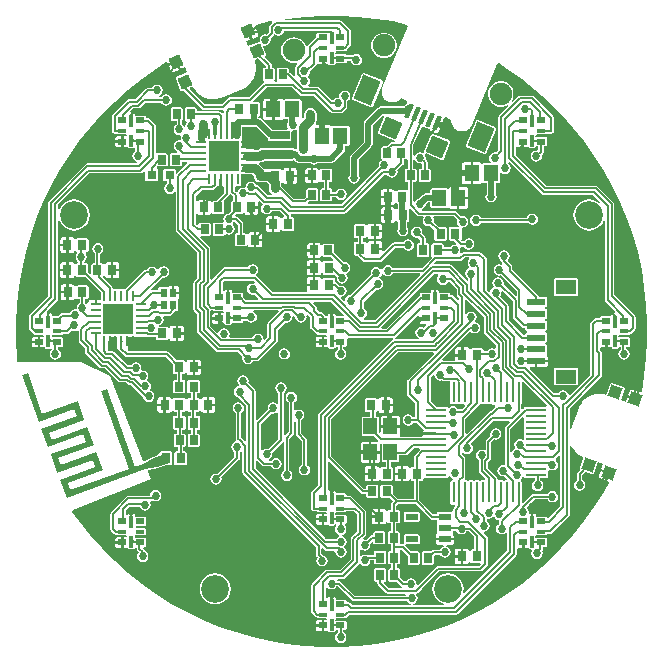
<source format=gtl>
%FSTAX23Y23*%
%MOMM*%
%SFA1B1*%

%IPPOS*%
%AMD14*
4,1,4,-0.055880,-0.652780,0.421640,0.500380,0.055880,0.652780,-0.421640,-0.500380,-0.055880,-0.652780,0.0*
%
%AMD15*
4,1,4,0.314960,-1.320800,1.158240,0.711200,-0.314960,1.320800,-1.158240,-0.711200,0.314960,-1.320800,0.0*
%
%AMD16*
4,1,4,0.977900,0.406400,-0.406400,0.977900,-0.977900,-0.406400,0.406400,-0.977900,0.977900,0.406400,0.0*
%
%AMD24*
4,1,4,0.297180,-0.637540,0.637540,0.297180,-0.297180,0.637540,-0.637540,-0.297180,0.297180,-0.637540,0.0*
%
%AMD25*
4,1,4,0.264160,0.652780,-0.652780,0.264160,-0.264160,-0.652780,0.652780,-0.264160,0.264160,0.652780,0.0*
%
%AMD33*
4,1,4,-0.228600,-0.487680,0.487680,-0.228600,0.228600,0.487680,-0.487680,0.228600,-0.228600,-0.487680,0.0*
%
%ADD10R,0.799998X0.899998*%
%ADD11R,1.299997X1.399997*%
%ADD12R,1.699997X0.699999*%
%ADD13R,1.199998X1.399997*%
G04~CAMADD=14~9~0.0~0.0~492.1~157.5~0.0~0.0~0~0.0~0.0~0.0~0.0~0~0.0~0.0~0.0~0.0~0~0.0~0.0~0.0~247.5~332.0~513.0*
%ADD14D14*%
G04~CAMADD=15~9~0.0~0.0~866.1~629.9~0.0~0.0~0~0.0~0.0~0.0~0.0~0~0.0~0.0~0.0~0.0~0~0.0~0.0~0.0~247.5~912.0~1039.0*
%ADD15D15*%
G04~CAMADD=16~10~0.0~590.5~0.0~0.0~0.0~0.0~0~0.0~0.0~0.0~0.0~0~0.0~0.0~0.0~0.0~0~0.0~0.0~0.0~337.5~590.5~0.0*
%ADD16D16*%
%ADD17R,0.749999X0.849998*%
%ADD18R,1.777996X0.278999*%
%ADD19R,0.278999X1.777996*%
%ADD20R,0.599999X0.749999*%
%ADD21R,0.799998X0.799998*%
%ADD22R,1.549997X0.599999*%
%ADD23R,1.799996X1.199998*%
G04~CAMADD=24~10~0.0~393.6~0.0~0.0~0.0~0.0~0~0.0~0.0~0.0~0.0~0~0.0~0.0~0.0~0.0~0~0.0~0.0~0.0~250.0~393.6~0.0*
%ADD24D24*%
G04~CAMADD=25~10~0.0~393.6~0.0~0.0~0.0~0.0~0~0.0~0.0~0.0~0.0~0~0.0~0.0~0.0~0.0~0~0.0~0.0~0.0~383.0~393.6~0.0*
%ADD25D25*%
%ADD26R,0.799998X0.499999*%
%ADD27R,0.799998X0.299999*%
%ADD28R,0.299999X0.999998*%
%ADD29R,1.099998X0.599999*%
%ADD30R,0.849998X0.250000*%
%ADD31R,0.250000X0.849998*%
%ADD32R,2.599995X2.599995*%
G04~CAMADD=33~10~0.0~300.1~0.0~0.0~0.0~0.0~0~0.0~0.0~0.0~0.0~0~0.0~0.0~0.0~0.0~0~0.0~0.0~0.0~200.0~300.1~0.0*
%ADD33D33*%
%ADD34R,0.899998X0.250000*%
%ADD35R,0.250000X0.899998*%
%ADD36C,0.200000*%
%ADD37C,0.499999*%
%ADD38C,0.799998*%
%ADD39C,0.299999*%
%ADD40R,1.001998X1.036998*%
%ADD41R,0.599999X0.899998*%
%ADD42R,1.619997X1.182998*%
%ADD43R,0.689999X1.073998*%
%ADD44C,1.899996*%
%ADD45C,2.357995*%
%ADD46C,0.687999*%
%ADD47C,0.685999*%
%ADD48C,0.685999*%
%LNledpendantpcb-1*%
%LPD*%
G36*
X07395Y01288D02*
Y01199D01*
X07999*
Y00999*
X07395*
Y00849*
X07411Y00771*
X07455Y00705*
X07521Y00661*
X07599Y00645*
X07952*
X08001Y00528*
X07785Y00312*
X07739Y00343*
X07555Y00379*
X07371Y00343*
X07215Y00239*
X07112Y00083*
X07075Y-00099*
X07112Y-00283*
X07215Y-00439*
X07371Y-00543*
X07348Y-00668*
X05369*
X05357Y-00541*
X05361Y-0054*
X05436Y-0049*
X07268Y01341*
X07395Y01288*
G37*
G36*
X-04483Y01651D02*
X-05363Y0077D01*
X-05413Y00695*
X-0543Y00607*
Y-00503*
X-05676Y-00749*
X-05793Y-00686*
X-0579Y-0067*
X-05826Y-00486*
X-0593Y-0033*
X-06086Y-00226*
X-0627Y-0019*
X-06454Y-00226*
X-0661Y-0033*
X-06714Y-00486*
X-06724Y-00539*
X-08625*
X-08685Y-00427*
X-08655Y-00383*
X-08619Y-00199*
X-08655Y-00015*
X-08759Y00139*
X-08915Y00243*
X-09099Y00279*
X-09283Y00243*
X-09439Y00139*
X-09543Y-00015*
X-09553Y-00067*
X-09674Y-00104*
X-10268Y00487*
Y01711*
X-10199Y01768*
X-10003*
X-09996Y01752*
X-09899Y01712*
X-09197*
X-09142Y01621*
X-09141Y01614*
X-09184Y01553*
X-09399*
Y01099*
Y00645*
X-09099*
X-09032Y00658*
X-08996Y00572*
X-08899Y00532*
X-08599*
X-08502Y00572*
X-08486Y0061*
X-08399Y00712*
X-07599*
X-07502Y00752*
X-07462Y00849*
Y00918*
X-07177*
X-07139Y00859*
X-06983Y00755*
X-06799Y00719*
X-06615Y00755*
X-06459Y00859*
X-06355Y01016*
X-06319Y01199*
X-06355Y01383*
X-06459Y01539*
X-06615Y01643*
X-06592Y01768*
X-04531*
X-04483Y01651*
G37*
G36*
X12883Y01226D02*
Y-00039D01*
X129Y-00127*
X1295Y-00203*
X13914Y-01166*
Y-01448*
X13787Y-01516*
X13733Y-0148*
X1355Y-01444*
X13366Y-0148*
X1321Y-01585*
X13138Y-01693*
X12861*
Y-01549*
X12821Y-01452*
X12724Y-01412*
X11924*
X11827Y-01452*
X11801Y-01515*
X11669Y-01505*
X11662Y-01471*
X11618Y-01405*
X11552Y-01361*
X11474Y-01345*
X11174*
Y-01999*
X11074*
Y-02099*
X1047*
Y-02449*
X10455Y-02468*
X09437*
X09385Y-02341*
X11693Y-00032*
X11759Y-00039*
X11915Y-00143*
X12099Y-00179*
X12283Y-00143*
X12439Y-00039*
X12543Y00115*
X12579Y00299*
X12543Y00483*
X12439Y00639*
X12283Y00743*
X12211Y00757*
X12194Y00782*
X12163Y00896*
X12243Y01016*
X12279Y01199*
X12243Y01383*
X12139Y01539*
X11983Y01643*
X11799Y01679*
X11615Y01643*
X11459Y01539*
X11411Y01467*
X11284Y01505*
Y02658*
X11402Y02706*
X12883Y01226*
G37*
G36*
X13184Y-06184D02*
X13464D01*
X1352Y-0616*
X1354Y-0619*
X13606Y-06235*
X13684Y-0625*
X13839*
X13874Y-0631*
X13886Y-06377*
X13501Y-06762*
X13467*
X13379Y-0678*
X13303Y-0683*
X11448Y-08685*
X1133Y-08637*
Y-07395*
X12488Y-06238*
X12499Y-06221*
X12562Y-06165*
X12664Y-06175*
X12684Y-06184*
X12964*
X13061Y-06143*
X13087*
X13184Y-06184*
G37*
G36*
X15341Y0253D02*
Y01226D01*
X15358Y01137*
X15408Y01062*
X16135Y00335*
X1621Y00285*
X16299Y00268*
X16412*
Y00174*
X16452Y00077*
X16549Y00037*
Y-00087*
X16452Y-00127*
X16412Y-00224*
Y-00293*
X1622*
X1498Y00945*
Y02149*
X14963Y02238*
X14913Y02313*
X14265Y0296*
X14318Y0304*
X14355Y03224*
X14327Y03364*
X14444Y03427*
X15341Y0253*
G37*
G36*
X01037Y01413D02*
X00985Y01286D01*
X00353*
Y01329*
X00337Y01407*
X00293Y01473*
X00227Y01517*
X00149Y01533*
X00099*
Y00829*
X-00099*
Y01533*
X-00149*
X-00227Y01517*
X-00293Y01473*
X-00337Y01407*
X-00353Y01329*
Y01286*
X-00525*
X-00535Y01338*
X-00585Y01413*
X-00764Y01592*
X-00839Y01642*
X-00928Y01659*
X-0104*
X-01239Y01858*
Y0197*
X-01256Y02059*
X-01306Y02134*
X-01575Y02402*
X-01526Y0252*
X-00067*
X01037Y01413*
G37*
G36*
X07512Y04801D02*
X03668Y00957D01*
X02759*
X02712Y01075*
X02714Y01084*
X02864Y01185*
X02968Y0134*
X03004Y01524*
X02968Y01708*
X02864Y01864*
X02756Y01936*
Y02528*
X03771Y03544*
X03899Y03519*
X04083Y03556*
X04239Y03659*
X04343Y03815*
X04379Y03999*
X04343Y04183*
X04239Y04339*
X04083Y04443*
X04066Y04446*
X04039Y04581*
X04119Y04635*
X04224Y0479*
X04237Y04857*
X04372Y04884*
X04421Y04811*
X04576Y04707*
X0476Y0467*
X04944Y04707*
X051Y04811*
X05172Y04919*
X07463*
X07512Y04801*
G37*
G36*
X-07224Y13287D02*
X-06747D01*
X-06606Y13146*
X-0657Y12968*
X-06454Y12794*
X-0628Y12678*
X-06074Y12637*
X-05522*
X-05336Y12451*
Y12099*
X-05295Y11893*
X-05179Y11719*
X-05084Y11655*
X-05122Y11528*
X-05401*
X-06185Y12313*
X-0626Y12363*
X-0635Y1238*
X-06355*
Y12383*
X-06459Y12539*
X-06615Y12643*
X-06799Y12679*
X-06983Y12643*
X-07139Y12539*
X-07243Y12383*
X-07268Y12253*
X-07293Y12194*
X-07401Y1216*
X-07499Y12179*
X-07683Y12143*
X-07839Y12039*
X-07943Y11883*
X-07952Y11837*
X-08073Y11801*
X-08168Y11895*
Y12259*
X-08041Y12343*
X-08024Y12337*
X-07774*
X-07677Y12377*
X-07637Y12474*
Y13312*
X-07349*
X-07224Y13287*
G37*
G36*
X11662Y06141D02*
X11659Y06139D01*
X11555Y05983*
X11519Y05799*
X11555Y05615*
X11647Y05478*
X11621Y05344*
X11615Y05343*
X11459Y05239*
X11355Y05083*
X11319Y04899*
X11355Y04715*
X11459Y04559*
X11568Y04487*
Y04356*
X1145Y04307*
X10154Y05604*
X10079Y05654*
X0999Y05672*
X0874*
X08692Y05789*
X08868Y05966*
X10882*
X1097Y05983*
X11045Y06033*
X1128Y06268*
X11624*
X11662Y06141*
G37*
G36*
X09043Y04714D02*
X08955Y04583D01*
X08919Y04399*
X08955Y04215*
X09059Y04059*
X09215Y03955*
X09399Y03919*
X09583Y03955*
X09739Y04059*
X09811Y04168*
X10011*
X10587Y03592*
Y03134*
X10604Y03045*
X10654Y0297*
X10822Y02803*
Y0267*
X10704Y02621*
X10313Y03013*
X10238Y03063*
X10149Y0308*
X10036*
Y03149*
X09996Y03246*
X09899Y03286*
X09103*
Y03329*
X09087Y03407*
X09043Y03473*
X08977Y03517*
X08899Y03533*
X08849*
Y02829*
X08649*
Y03533*
X08599*
X08521Y03517*
X08455Y03473*
X08411Y03407*
X08395Y03329*
Y03286*
X07599*
X07502Y03246*
X07462Y03149*
Y03063*
X0746*
X07385Y03013*
X04603Y0023*
X04237*
X04185Y00357*
X08668Y04841*
X09001*
X09043Y04714*
G37*
G36*
X-06496Y04168D02*
X-06558Y04051D01*
X-06699Y04079*
X-06883Y04043*
X-07039Y03939*
X-07143Y03783*
X-07179Y03599*
X-07143Y03415*
X-07039Y03259*
X-06883Y03155*
X-06699Y03119*
X-06571Y03144*
X-062Y02773*
X-06249Y02655*
X-07228*
X-07462Y02889*
Y03149*
X-07502Y03246*
X-07599Y03286*
X-08395*
Y03329*
X-08411Y03407*
X-08455Y03473*
X-08521Y03517*
X-08599Y03533*
X-08649*
Y02829*
X-08849*
Y03533*
X-08899*
X-08977Y03517*
X-09043Y03473*
X-09087Y03407*
X-09091Y03391*
X-09218Y03404*
Y04153*
X-09103Y04268*
X-06595*
X-06496Y04168*
G37*
G36*
X08733Y-03772D02*
X08755Y-03883D01*
X08859Y-04039*
X09015Y-04143*
X09199Y-04179*
X09327Y-04154*
X09335Y-04163*
X0941Y-04213*
X09499Y-0423*
X10022*
X10047Y-04268*
Y-06046*
X10087Y-06143*
X10184Y-06184*
X10464*
X10561Y-06143*
X10587*
X10684Y-06184*
X10964*
X11061Y-06143*
X11087*
X11184Y-06184*
X11221*
X1127Y-06301*
X11003Y-06568*
X10711*
X10639Y-06459*
X10483Y-06355*
X10299Y-06319*
X10115Y-06355*
X09972Y-06451*
X0994Y-06455*
X09826Y-0643*
X09818Y-06412*
X09721Y-06372*
X08882*
X0843Y-0592*
Y-03895*
X08595Y-0373*
X08733Y-03772*
G37*
G36*
X-24489Y-07014D02*
X-21505Y-05928D01*
X-2094Y-0748*
X-23924Y-08566*
X-23707Y-09162*
X-20723Y-08077*
X-20159Y-09628*
X-23142Y-10714*
X-22925Y-11311*
X-19941Y-10225*
X-19377Y-11776*
X-2236Y-12862*
X-22143Y-13459*
X-17131Y-11634*
X-1952Y-05071*
X-19042Y-04897*
X-16653Y-11461*
X-15937Y-112*
X-15026Y-10733*
X-14071Y-10386*
X-13811Y-11102*
X-14765Y-11449*
X-15764Y-11677*
X-22447Y-1411*
X-23011Y-12558*
X-20028Y-11472*
X-20245Y-10876*
X-23229Y-11962*
X-23793Y-1041*
X-2081Y-09324*
X-21027Y-08728*
X-2401Y-09814*
X-24575Y-08262*
X-21592Y-07176*
X-21809Y-06579*
X-24792Y-07665*
X-26226Y-03727*
X-25748Y-03553*
X-24489Y-07014*
G37*
G36*
X09986Y-12228D02*
X10079Y-12369D01*
X10235Y-12473*
X10309Y-12487*
X10296Y-12614*
X10184*
X10087Y-12655*
X10047Y-12752*
Y-1453*
X10087Y-14627*
X10184Y-14667*
X10424*
X10485Y-14785*
X10335Y-14935*
X10285Y-1501*
X10268Y-15099*
Y-15184*
X10141Y-15268*
X10124Y-15262*
X09024*
X08927Y-15302*
X08887Y-15399*
Y-15468*
X08595*
X0743Y-14303*
Y-12636*
X07624*
X07721Y-12596*
X07761Y-12499*
Y-12467*
X07888Y-12403*
X07943Y-12426*
X09721*
X09818Y-12386*
X09859Y-12289*
X09977Y-12228*
X09986*
G37*
G36*
X13797Y-15745D02*
X13859Y-15839D01*
X14015Y-15943*
X14183Y-15976*
X14185Y-15981*
X14168Y-1607*
Y-16287*
X14059Y-16359*
X13955Y-16515*
X13919Y-16699*
X13955Y-16883*
X14059Y-17039*
X14215Y-17143*
X14399Y-17179*
X14583Y-17143*
X14739Y-17039*
X14741Y-17036*
X14868Y-17074*
Y-18549*
X11232Y-22185*
X11129Y-22108*
X1117Y-21794*
X11125Y-21453*
X10994Y-21135*
X10784Y-20863*
X10512Y-20653*
X10194Y-20522*
X09853Y-20477*
X09512Y-20522*
X09194Y-20653*
X08922Y-20863*
X08712Y-21135*
X08581Y-21453*
X08536Y-21794*
X08581Y-22135*
X08712Y-22453*
X08922Y-22725*
X09194Y-22935*
X09512Y-23066*
X09492Y-23191*
X0689*
X06878Y-23064*
X06983Y-23043*
X07139Y-22939*
X07243Y-22783*
X07279Y-22599*
X07243Y-22415*
X0718Y-22322*
X07224Y-22185*
X07228Y-22181*
X07299Y-22134*
X07634Y-21799*
X07649Y-21777*
X09095Y-2033*
X12599*
X12688Y-20313*
X12763Y-20263*
X13163Y-19863*
X13213Y-19788*
X1323Y-19699*
Y-17537*
X13213Y-17448*
X13163Y-17373*
X12886Y-17096*
X1294Y-16971*
X13083Y-16943*
X13239Y-16839*
X13343Y-16683*
X13379Y-16499*
X13343Y-16315*
X13239Y-16159*
X1313Y-16087*
Y-15946*
X13257Y-15842*
X13325Y-15855*
X13508Y-15818*
X13644Y-15728*
X13673Y-15716*
X13797Y-15745*
G37*
G36*
X01735Y-22763D02*
X0181Y-22813D01*
X01899Y-2283*
X06387*
X06459Y-22939*
X06615Y-23043*
X0672Y-23064*
X06708Y-23191*
X01768*
X01563Y-22985*
X01488Y-22935*
X01399Y-22918*
X01286*
Y-22849*
X01246Y-22752*
X01149Y-22712*
X00353*
Y-22669*
X00337Y-22591*
X00293Y-22525*
X00227Y-22481*
X00149Y-22465*
X00099*
Y-23169*
X-00099*
Y-22465*
X-00149*
X-00227Y-22481*
X-00293Y-22525*
X-00337Y-22591*
X-00341Y-22607*
X-00468Y-22594*
Y-21725*
X-00341Y-21687*
X-00339Y-2169*
X-00183Y-21794*
X0Y-2183*
X00183Y-21794*
X00339Y-2169*
X00411Y-21581*
X00554*
X01735Y-22763*
G37*
G36*
X08335Y-15863D02*
X0841Y-15913D01*
X08499Y-1593*
X08887*
Y-15999*
X08927Y-16096*
X08949Y-16105*
Y-16243*
X08927Y-16252*
X08887Y-16349*
Y-16949*
X08906Y-16996*
X08924Y-17048*
X08901Y-17103*
X08876Y-17161*
X08836Y-17221*
X0882Y-17299*
Y-17499*
X09574*
X10328*
Y-17299*
X10312Y-17221*
X10272Y-17161*
X10247Y-17103*
X10224Y-17048*
X10242Y-16996*
X10261Y-16949*
Y-1688*
X10555*
Y-16883*
X10659Y-17039*
X10815Y-17143*
X10999Y-17179*
X11183Y-17143*
X11339Y-17039*
X11411Y-1693*
X11603*
X12068Y-17395*
Y-18462*
X11874*
X11777Y-18502*
X11751Y-18565*
X11619Y-18555*
X11612Y-18521*
X11568Y-18455*
X11502Y-18411*
X11424Y-18395*
X11124*
Y-1905*
Y-19703*
X11424*
X11502Y-19687*
X11568Y-19643*
X11612Y-19577*
X11619Y-19543*
X11751Y-19533*
X11777Y-19596*
X11874Y-19636*
X12555*
X12607Y-19763*
X12503Y-19868*
X08999*
X0891Y-19885*
X08835Y-19935*
X07306Y-21464*
X07291Y-21487*
X07174Y-21424*
X07179Y-21399*
X07143Y-21215*
X07039Y-21059*
X06883Y-20955*
X06699Y-20919*
X06515Y-20955*
X06359Y-21059*
X06293Y-21159*
X06168Y-21166*
X05811Y-20809*
Y-20199*
X05771Y-20102*
X05674Y-20062*
X05505*
Y-19711*
X05674*
X05771Y-19671*
X05811Y-19574*
Y-18724*
X05771Y-18627*
X0581Y-18505*
X05928*
X06437Y-19014*
Y-19624*
X06477Y-19721*
X06574Y-19761*
X07324*
X07421Y-19721*
X07461Y-19624*
Y-18774*
X07421Y-18677*
X07324Y-18637*
X06714*
X06241Y-18163*
X06293Y-18036*
X07324*
X07421Y-17996*
X07461Y-17899*
Y-17299*
X07421Y-17202*
X07324Y-17162*
X06224*
X06127Y-17202*
X06087Y-17299*
Y-17899*
X06099Y-17928*
X06048Y-18006*
X06009Y-18043*
X05839*
X05755Y-17916*
X05761Y-17899*
Y-17049*
X05721Y-16952*
X05624Y-16912*
X0548*
Y-16261*
X05649*
X05746Y-16221*
X05786Y-16124*
Y-15224*
X05746Y-15127*
X05649Y-15087*
X0548*
Y-14745*
X05595Y-1463*
X07103*
X08335Y-15863*
G37*
G36*
X19366Y-10526D02*
Y-14805D01*
X18374Y-15797*
X18373*
X18232Y-15759*
X18216Y-15722*
X18119Y-15682*
X17323*
Y-15639*
X17307Y-15561*
X17263Y-15495*
X17197Y-15451*
X17119Y-15435*
X17069*
Y-16139*
X16869*
Y-15435*
X16819*
X1678Y-15443*
X16691Y-15376*
X1667Y-15345*
X16679Y-15299*
X16643Y-15115*
X16539Y-14959*
X16531Y-14886*
X17187Y-1423*
X18288*
X18359Y-14339*
X18515Y-14443*
X18699Y-14479*
X18883Y-14443*
X19039Y-14339*
X19143Y-14183*
X19179Y-13999*
X19143Y-13815*
X19039Y-13659*
X18883Y-13555*
X18699Y-13519*
X18515Y-13555*
X18359Y-13659*
X18288Y-13768*
X17091*
X17003Y-13785*
X16928Y-13835*
X16224Y-14539*
X16101Y-14482*
Y-12752*
X16061Y-12655*
X16055Y-12515*
X16143Y-12383*
X16162Y-12284*
X16289Y-12289*
X1633Y-12386*
X16427Y-12426*
X17218*
Y-12637*
X17109Y-12709*
X17005Y-12865*
X16969Y-13049*
X17005Y-13233*
X17109Y-13389*
X17265Y-13493*
X17449Y-13529*
X17633Y-13493*
X17789Y-13389*
X17893Y-13233*
X17929Y-13049*
X17893Y-12865*
X17789Y-12709*
X1768Y-12637*
Y-12426*
X18205*
X18302Y-12386*
X18342Y-12289*
Y-12009*
X18341Y-12007*
X18306Y-11899*
X18341Y-11791*
X18342Y-11789*
Y-1178*
X18469Y-11712*
X18515Y-11743*
X18699Y-11779*
X18883Y-11743*
X19039Y-11639*
X19143Y-11483*
X19179Y-11299*
X19143Y-11115*
X19039Y-10959*
X1898Y-1092*
X18972Y-10907*
X18967Y-10759*
X19248Y-10477*
X19366Y-10526*
G37*
G36*
X08644Y-01902D02*
X06467Y-04079D01*
X06417Y-04154*
X06399Y-04243*
Y-0533*
X06417Y-05419*
X06467Y-05494*
X07043Y-0607*
Y-07268*
X06911*
X06839Y-07159*
X06683Y-07055*
X06499Y-07019*
X06315Y-07055*
X06159Y-07159*
X06055Y-07315*
X06019Y-07499*
X06055Y-07683*
X06159Y-07839*
X06315Y-07943*
X06499Y-07979*
X06683Y-07943*
X06839Y-07839*
X06911Y-0773*
X07203*
X07731Y-08258*
X0778Y-08335*
X07755Y-08431*
X07739Y-08509*
Y-08549*
X08832*
Y-08749*
X07739*
Y-08789*
X0774Y-08791*
X07648Y-08918*
X05855*
X05828Y-08891*
X0577Y-08791*
X05778Y-08749*
Y-08149*
X04974*
X0417*
Y-08545*
X04043Y-08613*
X04011Y-08591*
Y-07349*
X03971Y-07252*
X03874Y-07212*
X0373*
Y-06834*
X03821Y-06796*
X03847Y-06733*
X03979Y-06743*
X03986Y-06777*
X0403Y-06843*
X04096Y-06887*
X04174Y-06903*
X04474*
Y-06249*
Y-05595*
X04174*
X04096Y-05611*
X0403Y-05655*
X03986Y-05721*
X03979Y-05755*
X03847Y-05765*
X03821Y-05702*
X03724Y-05662*
X02924*
X02827Y-05702*
X02787Y-05799*
Y-06699*
X02827Y-06796*
X02924Y-06836*
X03268*
Y-07212*
X02674*
X02577Y-07252*
X02537Y-07349*
Y-08749*
X02577Y-08846*
X02674Y-08886*
X03559*
X03894Y-09221*
X03889Y-09255*
X03838Y-09345*
X03374*
Y-10149*
X04078*
Y-09549*
X04159Y-09485*
X04167Y-09492*
X04237Y-09577*
Y-10949*
X04277Y-11046*
X04374Y-11086*
X04568*
Y-11462*
X04249*
X04152Y-11502*
X04126Y-11565*
X03994Y-11555*
X03987Y-11521*
X03943Y-11455*
X03877Y-11411*
X03799Y-11395*
X03499*
Y-12049*
Y-12703*
X03799*
X03877Y-12687*
X03943Y-12643*
X03987Y-12577*
X03994Y-12543*
X04126Y-12533*
X04152Y-12596*
X04249Y-12636*
X05049*
X05146Y-12596*
X05186Y-12499*
Y-11599*
X05146Y-11502*
X05049Y-11462*
X0503*
Y-11086*
X05574*
X05671Y-11046*
X05711Y-10949*
Y-10505*
X06224*
X06313Y-10488*
X06388Y-10438*
X06945Y-0988*
X07414*
X07442Y-09921*
X07463Y-10007*
X07035Y-10435*
X06985Y-1051*
X06968Y-10599*
Y-11462*
X06824*
X06727Y-11502*
X06701Y-11565*
X06569Y-11555*
X06562Y-11521*
X06518Y-11455*
X06452Y-11411*
X06374Y-11395*
X06074*
Y-12049*
Y-12703*
X06374*
X06452Y-12687*
X06518Y-12643*
X06562Y-12577*
X06569Y-12543*
X06701Y-12533*
X06727Y-12596*
X06824Y-12636*
X06968*
Y-14168*
X05595*
X05161Y-13734*
Y-13124*
X05121Y-13027*
X05024Y-12987*
X04274*
X04177Y-13027*
X04137Y-13124*
Y-13974*
X04177Y-14071*
X04274Y-14111*
X04884*
X05172Y-14399*
X05085Y-14485*
X05035Y-1456*
X05018Y-14649*
Y-15087*
X04849*
X04752Y-15127*
X04726Y-1519*
X04594Y-1518*
X04587Y-15146*
X04543Y-1508*
X04477Y-15036*
X04399Y-1502*
X04099*
Y-15674*
Y-16328*
X04399*
X04477Y-16312*
X04543Y-16268*
X04587Y-16202*
X04594Y-16168*
X04726Y-16158*
X04752Y-16221*
X04849Y-16261*
X05018*
Y-16912*
X04874*
X04777Y-16952*
X04737Y-17049*
Y-17899*
X04777Y-17996*
X04874Y-18036*
X05018*
Y-18274*
X05035Y-18363*
X05043Y-18374*
Y-18587*
X04924*
X04827Y-18627*
X04787Y-18724*
Y-19574*
X04827Y-19671*
X04924Y-19711*
X05043*
Y-20062*
X04924*
X04827Y-20102*
X04787Y-20199*
Y-21049*
X04827Y-21146*
X04924Y-21186*
X05534*
X0591Y-21563*
X05985Y-21613*
X05967Y-21739*
X04866*
X04441Y-21313*
X04459Y-21242*
X04488Y-21181*
X04572Y-21146*
X04611Y-21049*
Y-20199*
X04572Y-20102*
X04474Y-20062*
X03724*
X03627Y-20102*
X03587Y-20199*
Y-21049*
X03627Y-21146*
X03724Y-21186*
X03868*
Y-21299*
X03885Y-21388*
X03935Y-21463*
X04606Y-22134*
X04681Y-22184*
X0477Y-22201*
X06242*
X06314Y-22328*
X0629Y-22368*
X01995*
X00814Y-21186*
X00739Y-21136*
X0065Y-21119*
X00516*
X00497Y-21086*
X00569Y-20959*
X0097*
X01059Y-20942*
X01134Y-20892*
X02299Y-19726*
X02449Y-19721*
X0246Y-19738*
X02616Y-19842*
X02799Y-19878*
X02982Y-19842*
X03138Y-19738*
X03242Y-19582*
X03278Y-19399*
X03293Y-1938*
X03587*
Y-19574*
X03627Y-19671*
X03724Y-19711*
X04474*
X04572Y-19671*
X04611Y-19574*
Y-18724*
X04572Y-18627*
X04474Y-18587*
X03724*
X03627Y-18627*
X03587Y-18724*
Y-18918*
X03049*
X0296Y-18935*
X02941Y-18948*
X02799Y-1892*
X02616Y-18956*
X02529Y-19014*
X02402Y-18946*
Y-18552*
X02529Y-18484*
X02616Y-18542*
X02799Y-18578*
X02982Y-18542*
X03138Y-18438*
X03242Y-18282*
X03278Y-18099*
X03253Y-17972*
X0341Y-17816*
X03537Y-17868*
Y-17899*
X03577Y-17996*
X03674Y-18036*
X04424*
X04521Y-17996*
X04561Y-17899*
Y-17049*
X04521Y-16952*
X04424Y-16912*
X03674*
X03577Y-16952*
X03537Y-17049*
Y-17243*
X03424*
X03335Y-1726*
X0326Y-1731*
X02926Y-17645*
X02799Y-1762*
X02744Y-17631*
X02681Y-17514*
X02863Y-17333*
X02913Y-17258*
X0293Y-17169*
Y-15272*
X02913Y-15183*
X02863Y-15108*
X0174Y-13985*
X01665Y-13935*
X01576Y-13918*
X01286*
Y-13849*
X01246Y-13752*
X01149Y-13712*
X00353*
Y-13669*
X00337Y-13591*
X00293Y-13525*
X00227Y-13481*
X00149Y-13465*
X00099*
Y-14169*
X-00099*
Y-13465*
X-00149*
X-00212Y-13478*
X-00246Y-13467*
X-00339Y-13402*
Y-11053*
X-00221Y-11004*
X02485Y-13713*
X0256Y-13763*
X02649Y-1378*
X02937*
Y-13974*
X02977Y-14071*
X03074Y-14111*
X03824*
X03921Y-14071*
X03961Y-13974*
Y-13124*
X03921Y-13027*
X03824Y-12987*
X03074*
X02977Y-13027*
X02937Y-13124*
Y-13318*
X02745*
X-00012Y-10559*
Y-07439*
X05641Y-01784*
X08595*
X08644Y-01902*
G37*
G36*
X18227Y-06254D02*
X18165Y-06372D01*
X16427*
X1633Y-06412*
X16305Y-06472*
X16285Y-06485*
X16173Y-06598*
X16055Y-06549*
Y-06146*
X16061Y-06143*
X16101Y-06046*
Y-04308*
X16219Y-04246*
X18227Y-06254*
G37*
G36*
X-0453Y-06938D02*
Y-09103D01*
X-05371Y-09944*
X-05499Y-09919*
X-05683Y-09955*
X-05839Y-10059*
X-05842Y-10062*
X-05969Y-10024*
Y-07849*
X-05073Y-06954*
X-04945Y-06979*
X-04761Y-06943*
X-04657Y-06873*
X-0453Y-06938*
G37*
G36*
X15102Y-07669D02*
X14735Y-08035D01*
X14685Y-0811*
X14668Y-08199*
Y-11252*
X14569Y-11333*
X14499Y-11319*
X14315Y-11355*
X14159Y-11459*
X14055Y-11615*
X14019Y-11799*
X14055Y-11983*
X14159Y-12139*
X14315Y-12243*
X14499Y-12279*
X1462Y-12255*
X14853Y-12487*
X148Y-12614*
X14684*
X14587Y-12655*
X14561*
X14464Y-12614*
X14184*
X14057Y-12529*
Y-12489*
X1404Y-12401*
X1399Y-12325*
X13257Y-11593*
Y-11075*
X13434Y-10899*
X13484Y-10824*
X13501Y-10736*
Y-09424*
X13771Y-09154*
X13899Y-09179*
X14083Y-09144*
X14239Y-09039*
X14343Y-08883*
X14379Y-08699*
X14343Y-08515*
X14239Y-08359*
X14083Y-08255*
X13899Y-08219*
X13716Y-08255*
X13559Y-08359*
X13455Y-08515*
X13419Y-08699*
X13444Y-08827*
X13106Y-09164*
X13056Y-09239*
X13039Y-09328*
Y-10025*
X12927Y-10085*
X12883Y-10055*
X127Y-10019*
X12515Y-10055*
X12359Y-1016*
X12255Y-10315*
X12219Y-10499*
X12255Y-10683*
X12359Y-10839*
X12468Y-10911*
Y-11825*
X12485Y-11913*
X12535Y-11988*
X13002Y-12455*
X12999Y-12582*
X12964Y-12614*
X12684*
X12587Y-12655*
X12561*
X12464Y-12614*
X12184*
X12087Y-12655*
X12061*
X11964Y-12614*
X11684*
X11682Y-12615*
X11574Y-1265*
X11466Y-12615*
X11464Y-12614*
X11307*
X11253Y-12489*
X11303Y-12414*
X1132Y-12325*
Y-10799*
X11303Y-1071*
X11253Y-10635*
X1103Y-10414*
Y-10282*
X11156Y-10242*
X11312Y-10346*
X11496Y-10382*
X1168Y-10346*
X11836Y-10242*
X1194Y-10086*
X11976Y-09902*
X1194Y-09718*
X11836Y-09563*
X1183Y-09559*
X11818Y-09433*
X13698Y-07552*
X15053*
X15102Y-07669*
G37*
G36*
X16297Y-07308D02*
X1633Y-07386D01*
Y-07412*
X16289Y-07509*
Y-07789*
X1629Y-07791*
X16325Y-07899*
X1629Y-08007*
X16289Y-08009*
Y-08289*
X1629Y-08291*
X16325Y-08399*
X1629Y-08507*
X16289Y-08509*
Y-08789*
X1633Y-08886*
Y-08912*
X16289Y-09009*
Y-09106*
X16177Y-09166*
X1614Y-0914*
X15956Y-09104*
X15772Y-0914*
X15616Y-09244*
X15512Y-094*
X15476Y-09584*
X15512Y-09768*
X15547Y-0982*
X15515Y-09955*
X15359Y-10059*
X15255Y-10215*
X1513Y-10192*
Y-08295*
X16172Y-07253*
X16297Y-07308*
G37*
G36*
X-00432Y25346D02*
X-00464Y25286D01*
X-01149*
X-01246Y25246*
X-01286Y25149*
Y24939*
X-02014Y24212*
X-02046Y24163*
X-02144Y24156*
X-02185Y24166*
X-02258Y24342*
X-02431Y24567*
X-02656Y2474*
X-02918Y24848*
X-03199Y24885*
X-0348Y24848*
X-03742Y2474*
X-03967Y24567*
X-0414Y24342*
X-04248Y2408*
X-04285Y23799*
X-04248Y23518*
X-0414Y23256*
X-03967Y23031*
X-03742Y22858*
X-0348Y2275*
X-03199Y22713*
X-02961Y22744*
X-02902Y22624*
X-03034Y22492*
X-03084Y22416*
X-03102Y22328*
Y2177*
X-03084Y21682*
X-03186Y21606*
X-03493Y21913*
X-03568Y21963*
X-03612Y21971*
Y22174*
X-03652Y22271*
X-03749Y22311*
X-04499*
X-04596Y22271*
X-04636Y22174*
Y21324*
X-04609Y21257*
X-04665Y21132*
X-04783*
X-04839Y21257*
X-04812Y21324*
Y22174*
X-04852Y22271*
X-04949Y22311*
X-05068*
Y22543*
X-05085Y22632*
X-05135Y22707*
X-0567Y23242*
X-0565Y23344*
X-05577Y23419*
X-05578Y23524*
X-05824Y24105*
X-05734Y24217*
X-05624Y24195*
X-05441Y24232*
X-05285Y24336*
X-05181Y24491*
X-05144Y24675*
X-05169Y24803*
X-04907Y25066*
X-04856Y25141*
X-04733Y25115*
X-04683Y25082*
X-04499Y25045*
X-04315Y25082*
X-0416Y25186*
X-04056Y25341*
X-0403Y25472*
X-00509*
X-00432Y25346*
G37*
G36*
X02247Y26656D02*
X03739Y26488D01*
X05218Y26237*
X06399Y25967*
X06458Y25854*
X04274Y20581*
X04269Y20556*
X04259Y20532*
X04234Y20407*
Y20381*
X04229Y20356*
Y20228*
X04234Y20203*
Y20178*
X04259Y20052*
X04269Y20029*
X04274Y20004*
X04323Y19885*
X04337Y19864*
X04346Y1984*
X04418Y19734*
X04436Y19716*
X0445Y19695*
X0454Y19604*
X04562Y1959*
X0458Y19572*
X04686Y19501*
X0471Y19491*
X04731Y19477*
X04849Y19428*
X04874Y19423*
X04898Y19413*
X05023Y19388*
X05049*
X05074Y19383*
X05202*
X05227Y19388*
X05252*
X05378Y19413*
X05402Y19423*
X05427Y19428*
X05545Y19477*
X05566Y19491*
X0559Y19501*
X05696Y19572*
X05715Y1959*
X05735Y19604*
X05826Y19695*
X0584Y19716*
X05844Y1972*
X06384Y19496*
X0642Y19371*
X06352Y19254*
X06227Y19171*
X06105Y1905*
X04164*
X04017Y19019*
X03893Y18936*
X02827Y17871*
X02744Y17746*
X02715Y17599*
Y16058*
X01627Y14971*
X01544Y14846*
X01515Y14699*
Y13272*
X01455Y13183*
X01419Y12999*
X01455Y12815*
X01559Y12659*
X01715Y12555*
X01899Y12519*
X02083Y12555*
X02239Y12659*
X02343Y12815*
X02379Y12999*
X02343Y13183*
X02283Y13272*
Y1454*
X03371Y15627*
X03454Y15752*
X03483Y15899*
Y1744*
X04285Y18241*
X04396Y18233*
X04468Y18119*
X03957Y16885*
Y1678*
X04031Y16705*
X05354Y16157*
X05328Y1603*
X05099*
X0501Y16013*
X04935Y15963*
X04659Y15686*
X04324*
X04227Y15646*
X04187Y15549*
Y14699*
X04225Y14607*
X04227Y14601*
X04224Y14466*
X0411Y14389*
X04006Y14233*
X03969Y1405*
X03994Y13922*
X0083Y10757*
X-01959*
X-02011Y10884*
X-01884Y11012*
X-01274*
X-01177Y11052*
X-01137Y11149*
Y11999*
X-01177Y12096*
X-01274Y12136*
X-02024*
X-02121Y12096*
X-02161Y11999*
Y11389*
X-0232Y1123*
X-03211*
X-04243Y12263*
X-04262Y12275*
Y12564*
X-04224Y12602*
X-04223*
X-04068Y1258*
X-04002Y12536*
X-03924Y1252*
X-03624*
Y13174*
Y13828*
X-03924*
X-04002Y13812*
X-04068Y13768*
X-04112Y13702*
X-04119Y13668*
X-04251Y13658*
X-04277Y13721*
X-04374Y13761*
X-05174*
X-05271Y13721*
X-05277Y13707*
X-05299Y13711*
X-05666*
X-05694Y13754*
X-06125Y14185*
X-06098Y14312*
X-06049*
X-05843Y14353*
X-0568Y14462*
X-03399*
X-03193Y14503*
X-03164Y14522*
X-02993Y14351*
X-02868Y14267*
X-02721Y14238*
X-01806*
X-01683Y14155*
X-01499Y14119*
X-01315Y14155*
X-01192Y14238*
X-00076*
X00069Y14267*
X00194Y14351*
X01021Y15177*
X01104Y15302*
X01133Y15449*
Y15737*
X01399*
X01496Y15777*
X01536Y15875*
Y17274*
X01496Y17371*
X01399Y17411*
X00099*
X00002Y17371*
X-00055Y17418*
X-00121Y17462*
X-00199Y17478*
X-00749*
Y16574*
X-00949*
Y17478*
X-01294*
X-01362Y17605*
X-01303Y17693*
X-01262Y17899*
Y18399*
X-01303Y18605*
X-01419Y18779*
X-01593Y18895*
X-01799Y18936*
X-02005Y18895*
X-02179Y18779*
X-02295Y18605*
X-02336Y18399*
Y18122*
X-02427Y1803*
X-02531Y18095*
X-02537Y18101*
Y19499*
X-02577Y19596*
X-02674Y19636*
X-03974*
X-04071Y19596*
X-0413Y19643*
X-04196Y19687*
X-04274Y19703*
X-04824*
Y18799*
Y17895*
X-04274*
X-04196Y17911*
X-0413Y17955*
X-04071Y18002*
X-03974Y17962*
X-03708*
Y17734*
X-03743Y17683*
X-03779Y17499*
X-03743Y17315*
X-03675Y17213*
X-03741Y17086*
X-05043*
X-05927Y17971*
X-06052Y18054*
X-06199Y18083*
Y18085*
X-06174Y18212*
X-06077Y18252*
X-06037Y18349*
Y19249*
X-06077Y19346*
X-06174Y19386*
X-06605*
X-06657Y19513*
X-05503Y20668*
X-03365*
X-02706Y20008*
X-02631Y19958*
X-02542Y19941*
X-01475*
X-00128Y18593*
X-00106Y18578*
X-00063Y18535*
X0001Y18485*
X00099Y18468*
X00799*
X00889Y18485*
X00963Y18535*
X01263Y18835*
X01313Y1891*
X0133Y18999*
Y19487*
X01439Y19559*
X01543Y19715*
X01579Y19899*
X01543Y20083*
X01439Y20239*
X01283Y20343*
X01099Y20379*
X00915Y20343*
X00759Y20239*
X00655Y20083*
X00619Y19899*
X00626Y19862*
X00536Y19772*
X00499Y19779*
X00315Y19743*
X00159Y19639*
X00143Y19613*
X-00017Y19599*
X-0108Y20663*
X-01155Y20713*
X-01244Y2073*
X-01924*
X-01962Y20857*
X-01959Y20859*
X-01855Y21015*
X-01819Y21199*
X-01855Y21383*
X-01959Y21539*
X-01974Y21549*
Y21657*
X-01957Y2169*
X-01855Y21841*
X-01819Y22025*
X-01823Y22047*
X-01359Y22511*
X-01309Y22586*
X-01227Y22661*
X-01149Y22645*
X-00849*
Y23099*
X-00649*
Y22645*
X-00349*
X-00282Y22658*
X-00246Y22572*
X-00149Y22532*
X00149*
X00246Y22572*
X00262Y2261*
X00349Y22712*
X01149*
X01246Y22752*
X01286Y22849*
Y22918*
X01635*
X01655Y22815*
X01759Y22659*
X01915Y22555*
X02099Y22519*
X02283Y22555*
X02439Y22659*
X02543Y22815*
X02579Y22999*
X02543Y23183*
X02439Y23339*
X02283Y23443*
X02099Y23479*
X01915Y23443*
X01822Y2338*
X01273*
X01246Y23446*
X01149Y23486*
X00349*
X00286Y23528*
Y236*
X00335Y23687*
X00404Y23712*
X01149*
X01246Y23752*
X01286Y23849*
Y23859*
X01563Y24135*
X01613Y2421*
X0163Y24299*
Y254*
X01613Y25488*
X01563Y25563*
X00865Y2626*
X0079Y2631*
X00702Y26328*
X-03926*
X-03937Y26454*
X-03739Y26488*
X-02248Y26656*
X-00749Y2674*
X00749*
X02247Y26656*
G37*
G36*
X-13138Y22813D02*
X-13046Y22852D01*
X-12771Y22204*
X-12411Y22357*
X-12232Y21935*
X-13144Y21548*
X-13218Y21473*
X-13217Y21367*
X-12827Y20447*
X-12751Y20373*
X-12646Y20374*
X-12544Y20417*
X-10963Y18835*
X-10888Y18785*
X-10799Y18768*
X-09212*
X-09182Y18743*
X-0912Y18655*
X-09145Y18531*
X-09257Y18485*
X-09335Y18563*
X-0941Y18613*
X-09499Y1863*
X-11412*
Y18824*
X-11452Y18921*
X-11549Y18961*
X-12299*
X-12396Y18921*
X-12436Y18824*
Y17974*
X-12396Y17877*
X-1231Y17841*
X-12292Y17815*
X-12257Y1771*
X-12342Y17582*
X-12378Y17399*
X-12377Y17392*
X-12496Y17342*
X-1256Y17438*
X-12668Y17509*
Y1787*
X-12652Y17877*
X-12612Y17974*
Y18824*
X-12652Y18921*
X-12749Y18961*
X-13499*
X-13596Y18921*
X-13636Y18824*
Y17974*
X-13596Y17877*
X-13499Y17837*
X-1313*
Y17509*
X-13238Y17438*
X-13342Y17282*
X-13378Y17099*
X-13342Y16916*
X-13238Y1676*
X-13082Y16656*
X-12899Y1662*
X-12852Y16629*
X-12851*
X-12754Y16519*
X-12778Y16399*
X-12754Y16279*
X-12851Y16169*
X-12852*
X-12899Y16178*
X-13082Y16142*
X-13238Y16038*
X-13342Y15882*
X-13378Y15699*
X-13342Y15516*
X-13238Y1536*
X-13082Y15256*
X-13066Y15213*
X-13151Y15086*
X-13574*
X-13671Y15046*
X-13711Y14949*
Y14099*
X-13671Y14002*
X-13574Y13962*
X-12824*
X-12727Y14002*
X-12687Y14099*
Y14343*
X-12259*
X-12231Y14302*
X-1221Y14216*
X-1306Y13366*
X-13187Y13418*
Y13649*
X-13227Y13746*
X-13324Y13786*
X-14124*
X-14221Y13746*
X-14261Y13649*
Y12849*
X-14221Y12752*
X-14124Y12712*
X-13955*
Y12493*
X-14038Y12438*
X-14142Y12282*
X-14178Y12099*
X-14142Y11916*
X-14038Y1176*
X-13882Y11656*
X-13699Y1162*
X-13516Y11656*
X-1336Y1176*
X-13326Y11812*
X-13199Y11773*
Y08543*
X-13181Y08454*
X-13131Y08379*
X-11384Y06632*
Y04528*
X-11644Y04269*
X-11694Y04194*
X-11711Y04105*
Y01893*
X-11694Y01804*
X-11644Y01729*
X-11384Y0147*
Y00015*
X-11367Y-00071*
X-11317Y-00146*
X-09773Y-0169*
X-09698Y-0174*
X-0961Y-01757*
X-07968*
X-07554Y-02171*
X-07579Y-02299*
X-07543Y-02483*
X-07439Y-02639*
X-07283Y-02743*
X-07099Y-02779*
X-06915Y-02743*
X-06759Y-02639*
X-06687Y-0253*
X-06299*
X-0621Y-02513*
X-06135Y-02463*
X-04635Y-00963*
X-04585Y-00889*
X-04568Y-00799*
Y00103*
X-03927Y00744*
X-03799Y00719*
X-03615Y00755*
X-03459Y00859*
X-03355Y01016*
X-03319Y01199*
X-03324Y01224*
X-03207Y01287*
X-03069Y0115*
X-03043Y01016*
X-02939Y00859*
X-02783Y00755*
X-02599Y00719*
X-02415Y00755*
X-02259Y00859*
X-02155Y01016*
X-02119Y01199*
X-02144Y01324*
X-02027Y01387*
X-0183Y01191*
Y00399*
X-01813Y0031*
X-01763Y00235*
X-01363Y-00163*
X-01288Y-00213*
X-01258Y-00219*
X-01246Y-00246*
X-01149Y-00286*
X-00447*
X-00392Y-00377*
X-00391Y-00384*
X-00434Y-00445*
X-00649*
Y-00899*
Y-01353*
X-00349*
X-00282Y-0134*
X-00246Y-01426*
X-00149Y-01466*
X00149*
X00246Y-01426*
X00262Y-01388*
X00349Y-01286*
X0053*
Y-01492*
X00421Y-01564*
X00317Y-0172*
X00281Y-01905*
X00317Y-02088*
X00421Y-02244*
X00577Y-02348*
X00762Y-02384*
X00945Y-02348*
X01101Y-02244*
X01205Y-02088*
X01241Y-01905*
X01205Y-0172*
X01101Y-01564*
X00992Y-01492*
Y-01286*
X01149*
X01246Y-01246*
X01286Y-01149*
Y-00649*
X01275Y-00622*
X01378Y-00538*
X0138Y-0054*
X01469Y-00557*
X05177*
X05189Y-00684*
X05186Y-00685*
X0511Y-00735*
X-01063Y-0691*
X-01113Y-06986*
X-0113Y-07074*
Y-12995*
X-01687Y-13551*
X-01737Y-13626*
X-01754Y-13716*
Y-14999*
X-01737Y-15088*
X-01687Y-15163*
X-01612Y-15213*
X-01524Y-1523*
X-01253*
X-01246Y-15246*
X-01149Y-15286*
X-00447*
X-00392Y-15377*
X-00391Y-15384*
X-00434Y-15445*
X-00649*
Y-15899*
Y-16353*
X-00349*
X-00282Y-1634*
X-00246Y-16426*
X-00149Y-16466*
X00149*
X00246Y-16426*
X00282Y-16341*
X00303Y-16335*
X00329Y-16344*
X00372Y-16497*
X00317Y-16579*
X00281Y-16764*
X00317Y-16947*
X00421Y-17103*
X00577Y-17207*
X00644Y-1722*
Y-1735*
X00615Y-17355*
X00459Y-17459*
X00387Y-17568*
X-00437*
X-06439Y-11566*
Y-10966*
X-06312Y-10914*
X-05863Y-11363*
X-05788Y-11413*
X-05699Y-1143*
X-05111*
X-05039Y-11539*
X-04883Y-11643*
X-04699Y-11679*
X-04515Y-11643*
X-04359Y-11539*
X-04255Y-11383*
X-04219Y-11199*
X-04255Y-11015*
X-04359Y-10859*
X-04515Y-10755*
X-04699Y-10719*
X-04883Y-10755*
X-05039Y-10859*
X-05111Y-10968*
X-05292*
X-05315Y-10843*
X-05159Y-10739*
X-05055Y-10583*
X-05019Y-10399*
X-05044Y-10271*
X-04157Y-09385*
X-04071Y-09406*
X-0403Y-09434*
Y-11787*
X-04139Y-11859*
X-04243Y-12015*
X-04279Y-12199*
X-04243Y-12383*
X-04139Y-12539*
X-03983Y-12643*
X-03799Y-12679*
X-03615Y-12643*
X-03459Y-12539*
X-03355Y-12383*
X-03319Y-12199*
X-03355Y-12015*
X-03459Y-11859*
X-03568Y-11787*
Y-09095*
X-03235Y-08763*
X-03185Y-08688*
X-03168Y-08599*
Y-07709*
X-03041Y-07637*
X-0303Y-07643*
Y-08699*
X-03013Y-08788*
X-02963Y-08863*
X-0253Y-09295*
Y-11287*
X-02639Y-11359*
X-02743Y-11515*
X-02779Y-11699*
X-02743Y-11883*
X-02639Y-12039*
X-02483Y-12143*
X-02299Y-12179*
X-02115Y-12143*
X-01959Y-12039*
X-01855Y-11883*
X-01819Y-11699*
X-01855Y-11515*
X-01959Y-11359*
X-02068Y-11287*
Y-09199*
X-02085Y-0911*
X-02135Y-09035*
X-02568Y-08603*
Y-07511*
X-02459Y-07439*
X-02355Y-07283*
X-02319Y-07099*
X-02355Y-06915*
X-02459Y-06759*
X-02615Y-06655*
X-02799Y-06619*
X-02983Y-06655*
X-03041Y-06694*
X-03168Y-06626*
Y-06011*
X-03059Y-05939*
X-02955Y-05783*
X-02919Y-05599*
X-02955Y-05415*
X-03059Y-05259*
X-03215Y-05155*
X-03399Y-05119*
X-03583Y-05155*
X-03739Y-05259*
X-03843Y-05415*
X-03879Y-05599*
X-03843Y-05783*
X-03739Y-05939*
X-0363Y-06011*
Y-08503*
X-03941Y-08813*
X-04027Y-08792*
X-04068Y-08764*
Y-05211*
X-03959Y-05139*
X-03855Y-04983*
X-03819Y-04799*
X-03855Y-04615*
X-03959Y-04459*
X-04115Y-04355*
X-04299Y-04319*
X-04483Y-04355*
X-04639Y-04459*
X-04743Y-04615*
X-04779Y-04799*
X-04743Y-04983*
X-04639Y-05139*
X-0453Y-05211*
Y-0606*
X-04657Y-06125*
X-04761Y-06055*
X-04945Y-06019*
X-05129Y-06055*
X-05285Y-06159*
X-05389Y-06315*
X-05425Y-06499*
X-054Y-06627*
X-06312Y-07538*
X-06439Y-07486*
Y-05028*
X-06456Y-04939*
X-06506Y-04864*
X-07044Y-04327*
X-07019Y-04199*
X-07055Y-04015*
X-07159Y-03859*
X-07315Y-03755*
X-07499Y-03719*
X-07683Y-03755*
X-07839Y-03859*
X-07943Y-04015*
X-07979Y-04199*
X-07943Y-04383*
X-07863Y-04502*
X-07894Y-04616*
X-07911Y-04641*
X-07983Y-04655*
X-08139Y-04759*
X-08243Y-04915*
X-08279Y-05099*
X-08243Y-05283*
X-08139Y-05439*
X-07983Y-05543*
X-07975Y-05544*
X-07963Y-05563*
X-07228Y-06297*
Y-09269*
X-07346Y-09317*
X-07599Y-09064*
X-07621Y-09049*
X-07668Y-09003*
Y-06911*
X-07559Y-06839*
X-07455Y-06683*
X-07419Y-06499*
X-07455Y-06315*
X-07559Y-06159*
X-07715Y-06055*
X-07899Y-06019*
X-08083Y-06055*
X-08239Y-06159*
X-08343Y-06315*
X-08379Y-06499*
X-08343Y-06683*
X-08239Y-06839*
X-0813Y-06911*
Y-09099*
X-08113Y-09188*
X-08098Y-09209*
X-08146Y-09348*
X-08183Y-09355*
X-08339Y-09459*
X-08443Y-09615*
X-08479Y-09799*
X-08443Y-09983*
X-08339Y-10139*
X-0823Y-10211*
Y-10603*
X-09671Y-12044*
X-09799Y-12019*
X-09983Y-12055*
X-10139Y-12159*
X-10243Y-12315*
X-10279Y-12499*
X-10243Y-12683*
X-10139Y-12839*
X-09983Y-12943*
X-09799Y-12979*
X-09615Y-12943*
X-09459Y-12839*
X-09355Y-12683*
X-09319Y-12499*
X-09344Y-12371*
X-07835Y-10863*
X-07785Y-10788*
X-07768Y-10699*
Y-10236*
X-07672Y-10168*
X-07555Y-10213*
Y-11932*
X-07538Y-12021*
X-07488Y-12096*
X-01322Y-18261*
Y-18907*
X-01305Y-18996*
X-01255Y-19071*
X-01194Y-19131*
X-01268Y-19241*
X-01304Y-19425*
X-01268Y-19609*
X-01164Y-19765*
X-01008Y-19869*
X-00824Y-19905*
X-0064Y-19869*
X-00484Y-19765*
X-00381Y-19609*
X-00344Y-19425*
X-00381Y-19241*
X-00484Y-19085*
X-0064Y-18981*
X-00702Y-18969*
X-0086Y-18811*
Y-18428*
X-00742Y-18379*
X-00588Y-18534*
X-00513Y-18584*
X-00424Y-18601*
X00239*
X00319Y-18699*
X00355Y-18883*
X00459Y-19039*
X00615Y-19143*
X00799Y-19179*
X00983Y-19143*
X01139Y-19039*
X01243Y-18883*
X01279Y-18699*
X01243Y-18515*
X01139Y-18359*
X01088Y-18325*
Y-18173*
X01139Y-18139*
X01243Y-17983*
X01279Y-17799*
X01243Y-17615*
X01139Y-17459*
X00983Y-17355*
X00916Y-17342*
Y-17212*
X00945Y-17207*
X01101Y-17103*
X01205Y-16947*
X01241Y-16764*
X01205Y-16579*
X01101Y-16423*
X01086Y-16413*
X01124Y-16286*
X01149*
X01246Y-16246*
X01286Y-16149*
Y-15649*
X01246Y-15552*
X01149Y-15512*
X00349*
X00286Y-1547*
Y-15398*
X00335Y-15311*
X00404Y-15286*
X01149*
X01246Y-15246*
X01253Y-1523*
X01868*
X02141Y-15503*
Y-16938*
X0168Y-17399*
X0163Y-17473*
X01613Y-17562*
Y-19296*
X00739Y-2017*
X-00371*
X-0046Y-20187*
X-00535Y-20237*
X-01687Y-21389*
X-01737Y-21464*
X-01754Y-21553*
Y-23675*
X-01737Y-23764*
X-01687Y-23839*
X-01363Y-24163*
X-01288Y-24213*
X-01258Y-24219*
X-01246Y-24246*
X-01149Y-24286*
X-00447*
X-00392Y-24377*
X-00391Y-24384*
X-00434Y-24445*
X-00649*
Y-24899*
Y-25353*
X-00349*
X-00282Y-2534*
X-00246Y-25426*
X-00149Y-25466*
X00149*
X00246Y-25426*
X00286Y-25329*
Y-25328*
X00349Y-25286*
X0053*
Y-25495*
X00421Y-25567*
X00317Y-25723*
X00281Y-25908*
X00317Y-26091*
X00421Y-26247*
X00577Y-26351*
X00762Y-26387*
X00945Y-26351*
X01101Y-26247*
X01205Y-26091*
X01241Y-25908*
X01205Y-25723*
X01101Y-25567*
X00992Y-25495*
Y-25286*
X01149*
X01246Y-25246*
X01286Y-25149*
Y-24649*
X01246Y-24552*
X01149Y-24512*
X00349*
X00286Y-2447*
Y-24398*
X00335Y-24311*
X00404Y-24286*
X01149*
X01246Y-24246*
X0127Y-24188*
X01309Y-24163*
X01491Y-2398*
X10549*
X10638Y-23963*
X10713Y-23913*
X15594Y-19032*
X15644Y-18957*
X15661Y-18868*
Y-18407*
X1568Y-18384*
X15788Y-18317*
X15819Y-18323*
X16119*
Y-17869*
X16319*
Y-18323*
X16619*
X16686Y-1831*
X16722Y-18396*
X16819Y-18436*
X16922*
X1699Y-18563*
X16955Y-18615*
X16919Y-18799*
X16955Y-18983*
X17059Y-19139*
X17215Y-19243*
X17399Y-19279*
X17583Y-19243*
X17739Y-19139*
X17843Y-18983*
X17879Y-18799*
X17843Y-18615*
X1783Y-18597*
X17833Y-18595*
X17883Y-1852*
X179Y-18431*
Y-18256*
X18119*
X18216Y-18216*
X18256Y-18119*
Y-17619*
X18216Y-17522*
X18119Y-17482*
X17319*
X17256Y-1744*
Y-17368*
X17305Y-17281*
X17374Y-17256*
X18119*
X18216Y-17216*
X1824Y-17159*
X18503*
X18592Y-17142*
X18667Y-17092*
X20088Y-15671*
X20138Y-15596*
X20155Y-15507*
Y-09666*
X20282Y-09638*
X20386Y-09859*
X20401Y-0988*
X20412Y-09903*
X20595Y-10153*
X20614Y-1017*
X20629Y-10191*
X20858Y-10401*
X2088Y-10414*
X20898Y-10431*
X21164Y-10592*
X21188Y-10601*
X21209Y-10614*
X21259Y-10632*
X21313Y-10747*
X21005Y-11594*
X21009Y-11699*
X2101Y-1172*
X20835Y-11894*
X20785Y-11969*
X20768Y-12058*
Y-12587*
X20659Y-12659*
X20555Y-12815*
X20519Y-12999*
X20555Y-13183*
X20659Y-13339*
X20815Y-13443*
X20999Y-13479*
X21183Y-13443*
X21339Y-13339*
X21443Y-13183*
X21479Y-12999*
X21443Y-12815*
X21339Y-12659*
X2123Y-12587*
Y-12154*
X21473Y-11911*
X22026Y-12112*
X22132Y-12108*
X22203Y-1203*
X22542Y-11099*
X22973Y-11256*
X22839Y-11623*
X235Y-11864*
X23466Y-11958*
X2356Y-11992*
X23319Y-12653*
X23427Y-12693*
X23471Y-12811*
X2304Y-13591*
X22242Y-14861*
X21374Y-16085*
X20438Y-17258*
X19438Y-18377*
X18377Y-19438*
X17258Y-20438*
X16085Y-21374*
X14861Y-22242*
X13591Y-2304*
X12277Y-23766*
X10926Y-24417*
X09539Y-24992*
X08123Y-25487*
X06681Y-25903*
X05218Y-26237*
X03739Y-26488*
X02247Y-26656*
X00749Y-2674*
X-00749*
X-02248Y-26656*
X-03739Y-26488*
X-05218Y-26237*
X-06681Y-25903*
X-08123Y-25487*
X-09539Y-24992*
X-10926Y-24417*
X-12277Y-23766*
X-13591Y-2304*
X-14861Y-22242*
X-16085Y-21374*
X-17258Y-20438*
X-18377Y-19438*
X-19438Y-18377*
X-20438Y-17258*
X-21374Y-16085*
X-21961Y-15258*
X-21925Y-15136*
X-15329Y-12532*
X-15585Y-11876*
X-15525Y-11764*
X-14735Y-11583*
X-14727Y-11578*
X-14718*
X-14054Y-11337*
X-13641*
X-13543Y-11296*
X-13503Y-11199*
Y-10299*
X-13543Y-10202*
X-13641Y-10162*
X-14441*
X-14538Y-10202*
X-14578Y-10299*
Y-10424*
X-15073Y-10604*
X-1508Y-1061*
X-15089Y-10611*
X-1583Y-1099*
X-15948Y-10945*
X-18759Y-03749*
X-21249Y-02587*
X-26618*
X-26656Y-02248*
X-2674Y-00749*
Y0*
Y00749*
X-26656Y02247*
X-26488Y03739*
X-26237Y05218*
X-25903Y06681*
X-25487Y08123*
X-24992Y09539*
X-24417Y10926*
X-23766Y12277*
X-2304Y13591*
X-22242Y14861*
X-21374Y16085*
X-20438Y17258*
X-19438Y18377*
X-18377Y19438*
X-17258Y20438*
X-16085Y21374*
X-14861Y22242*
X-13996Y22786*
X-13875Y22748*
X-13825Y2263*
X-13177Y22905*
X-13138Y22813*
G37*
G36*
X14861Y22242D02*
X16085Y21374D01*
X17258Y20438*
X18377Y19438*
X19438Y18377*
X20438Y17258*
X21374Y16085*
X22242Y14861*
X2304Y13591*
X23766Y12277*
X24417Y10926*
X24992Y09539*
X25487Y08123*
X25903Y06681*
X26237Y05218*
X26488Y03739*
X26656Y02247*
X2674Y00749*
Y0*
Y-00749*
X26656Y-02248*
X26488Y-03739*
X26257Y-05097*
X26147Y-05161*
X26058Y-05129*
X25817Y-0579*
X25723Y-05756*
X25689Y-0585*
X25028Y-05609*
X24894Y-05976*
X24463Y-0582*
X24802Y-04888*
X24797Y-04783*
X2472Y-04712*
X2378Y-0437*
X23675Y-04375*
X23604Y-04452*
X23296Y-05299*
X23181Y-05353*
X23131Y-05335*
X23106Y-05331*
X23082Y-05322*
X22775Y-05275*
X2275Y-05276*
X22724Y-05272*
X22415Y-05286*
X2239Y-05292*
X22364Y-05293*
X22063Y-05367*
X2204Y-05377*
X22015Y-05383*
X21734Y-05515*
X21713Y-0553*
X2169Y-0554*
X2144Y-05724*
X21423Y-05743*
X21402Y-05758*
X21193Y-05986*
X21179Y-06008*
X21162Y-06027*
X21001Y-06292*
X20992Y-06316*
X20979Y-06338*
X20926Y-06484*
X20282Y-08252*
X20155Y-0823*
Y-06515*
X22833Y-03838*
X22883Y-03763*
X229Y-03674*
Y-01869*
X22883Y-0178*
X22833Y-01705*
X2273Y-01603*
Y-01451*
X22849Y-01353*
X23149*
Y-00899*
X23349*
Y-01353*
X23649*
X23716Y-0134*
X23752Y-01426*
X23849Y-01466*
X24149*
X24246Y-01426*
X24262Y-01388*
X24341Y-01296*
X24468Y-01301*
Y-01536*
X24424Y-01564*
X2432Y-0172*
X24284Y-01905*
X2432Y-02088*
X24424Y-02244*
X2458Y-02348*
X24765Y-02384*
X24948Y-02348*
X25104Y-02244*
X25208Y-02088*
X25244Y-01905*
X25208Y-0172*
X25104Y-01564*
X24948Y-0146*
X2493Y-01457*
Y-01286*
X25149*
X25246Y-01246*
X25286Y-01149*
Y-00649*
X25246Y-00552*
X25149Y-00512*
X24349*
X24286Y-0047*
Y-00398*
X24335Y-00311*
X24404Y-00286*
X25149*
X25246Y-00246*
X25255Y-00225*
X25315Y-00213*
X2539Y-00163*
X25663Y00108*
X25713Y00183*
X2573Y00272*
Y01199*
X25713Y01288*
X25663Y01363*
X2393Y03095*
Y10799*
X23913Y10888*
X23863Y10963*
X22563Y12263*
X22488Y12313*
X22399Y1233*
X18195*
X156Y14925*
Y15575*
X15727Y1564*
X15741Y15631*
X15819Y15615*
X16119*
Y16069*
X16319*
Y15615*
X16619*
X16686Y15628*
X16722Y15542*
X16819Y15502*
X17119*
X17216Y15542*
X17232Y1558*
X17319Y15682*
X17488*
Y15404*
X17366Y15302*
X17329Y15309*
X17145Y15273*
X16989Y15169*
X16885Y15013*
X16849Y14829*
X16885Y14645*
X16989Y14489*
X17145Y14385*
X17329Y14349*
X17513Y14385*
X17669Y14489*
X17773Y14645*
X17809Y14829*
X17784Y14956*
X17883Y15055*
X17933Y1513*
X1795Y15219*
Y15682*
X18119*
X18216Y15722*
X18256Y15819*
Y16319*
X18216Y16416*
X18119Y16456*
X17319*
X17256Y16498*
Y1657*
X17305Y16657*
X17374Y16682*
X18119*
X18216Y16722*
X18223Y16738*
X18599*
X18688Y16755*
X18763Y16805*
X18813Y1688*
X1883Y16969*
Y18099*
X18813Y18188*
X18763Y18263*
X17136Y1989*
X17061Y1994*
X16972Y19957*
X15926*
X15837Y1994*
X15762Y1989*
X15328Y19456*
X15227Y19534*
X15323Y197*
X15396Y19974*
Y20257*
X15323Y20531*
X15181Y20777*
X1498Y20977*
X14735Y21119*
X14461Y21192*
X14177*
X13903Y21119*
X13658Y20977*
X13457Y20777*
X13315Y20531*
X13242Y20257*
Y19974*
X13315Y197*
X13457Y19454*
X13658Y19253*
X13903Y19112*
X14177Y19038*
X14461*
X14735Y19112*
X14901Y19207*
X14978Y19106*
X14185Y18313*
X14135Y18238*
X14118Y18149*
Y15345*
X13927Y15154*
X13799Y15179*
X13615Y15143*
X13459Y15039*
X13355Y14883*
X13319Y14699*
X13355Y14515*
X13457Y14363*
X13452Y14339*
X13415Y14236*
X12824*
X12727Y14196*
X12668Y14243*
X12602Y14287*
X12524Y14303*
X11974*
Y13399*
Y12495*
X12524*
X12602Y12511*
X12668Y12555*
X12727Y12602*
X12824Y12562*
X13115*
Y11671*
X13055Y11583*
X13019Y11399*
X13055Y11215*
X13159Y11059*
X13315Y10955*
X13499Y10919*
X13683Y10955*
X13839Y11059*
X13943Y11215*
X13979Y11399*
X13943Y11583*
X13883Y11671*
Y12562*
X14124*
X14221Y12602*
X14261Y127*
Y13395*
X14388Y1344*
X14515Y13355*
X14699Y13319*
X14883Y13355*
X15039Y13459*
X15143Y13615*
X15179Y13799*
X15143Y13983*
X15039Y14139*
X14955Y14195*
X14958Y1427*
X15087Y14322*
X178Y11608*
X17875Y11558*
X17964Y11541*
X2213*
X22728Y10942*
X22645Y10847*
X22453Y10994*
X22135Y11125*
X21794Y1117*
X21453Y11125*
X21135Y10994*
X20863Y10784*
X20653Y10512*
X20522Y10194*
X20477Y09853*
X20522Y09512*
X20653Y09194*
X20863Y08922*
X21135Y08712*
X21453Y08581*
X21794Y08536*
X22135Y08581*
X22453Y08712*
X22725Y08922*
X22935Y09194*
X23014Y09385*
X23141Y09359*
Y02626*
X23158Y02537*
X23208Y02462*
X2402Y01651*
X23972Y01533*
X23849*
X23771Y01517*
X23705Y01473*
X23661Y01407*
X23645Y01329*
Y01286*
X22849*
X22752Y01246*
X22712Y01149*
Y0113*
X22399*
X2231Y01113*
X22235Y01063*
X21935Y00763*
X21885Y00688*
X21868Y00599*
Y-03686*
X20174Y-05379*
X20053Y-05342*
X20043Y-0529*
X19939Y-05135*
X19783Y-05031*
X19599Y-04994*
X19415Y-05031*
X19259Y-05135*
X19187Y-05243*
X1887*
X16773Y-03145*
X16821Y-03028*
X17224*
Y-02524*
X17324*
Y-02424*
X18303*
Y-02224*
X18288Y-02146*
X18243Y-0208*
X18206Y-02055*
X18197Y-0193*
X18201Y-01911*
X18236Y-01824*
Y-01224*
X18196Y-01127*
X18099Y-01087*
Y-00961*
X18196Y-00921*
X18236Y-00824*
Y-00224*
X18196Y-00127*
X18099Y-00087*
Y00037*
X18196Y00077*
X18236Y00174*
Y00774*
X18196Y00871*
X18099Y00911*
Y01037*
X18196Y01077*
X18236Y01174*
Y01774*
X18196Y01871*
X18099Y01911*
Y02037*
X18196Y02077*
X18236Y02174*
Y02774*
X18196Y02871*
X18099Y02911*
X17549*
X17538Y0297*
X17488Y03045*
X15298Y05235*
Y05466*
X1528Y05555*
X1523Y0563*
X14926Y05934*
X14939Y06059*
X15043Y06215*
X15079Y06399*
X15043Y06583*
X14939Y06739*
X14783Y06843*
X14599Y06879*
X14415Y06843*
X14259Y06739*
X14155Y06583*
X14119Y06399*
X14155Y06215*
X14259Y06059*
X14368Y05987*
Y05934*
X14385Y05845*
X14435Y0577*
X14465Y0574*
X14384Y05642*
X14383Y05643*
X14199Y05679*
X14015Y05643*
X13859Y05539*
X13755Y05383*
X13719Y05199*
X13755Y05015*
X13859Y04859*
X14015Y04755*
X14199Y04719*
X14327Y04744*
X15668Y03403*
Y03024*
X1555Y02975*
X14554Y03971*
X14579Y04099*
X14543Y04283*
X14439Y04439*
X14283Y04543*
X14099Y04579*
X13915Y04543*
X13759Y04439*
X13655Y04283*
X13619Y04099*
X13655Y03915*
X13729Y03805*
X13693Y03675*
X13683Y03663*
X13535Y03564*
X13431Y03408*
X13424Y03373*
X13286Y03331*
X1313Y03487*
Y06099*
X13113Y06188*
X13063Y06263*
X12663Y06663*
X12588Y06713*
X12499Y06731*
X11184*
X11095Y06713*
X1102Y06663*
X10965Y06608*
X10867Y06689*
X10868Y0669*
X10904Y06874*
X10868Y07058*
X10947Y07168*
X10949*
X11187*
X11259Y07059*
X11415Y06955*
X11599Y06919*
X11783Y06955*
X11939Y07059*
X12043Y07215*
X12079Y07399*
X12043Y07583*
X11939Y07739*
X11783Y07843*
X11599Y07879*
X11415Y07843*
X11259Y07739*
X11187Y0763*
X11065*
X10984Y07732*
X11011Y07799*
Y08699*
X11008Y08707*
X11099Y08819*
X11283Y08855*
X11439Y08959*
X11543Y09115*
X11579Y09299*
X11543Y09483*
X11439Y09639*
X11283Y09743*
X11099Y09779*
X10971Y09754*
X10592Y10134*
X10517Y10184*
X10428Y10201*
X0764*
X07632Y10216*
X07683Y10355*
X07839Y10459*
X07943Y10615*
X07963Y1072*
X08158Y10915*
X08337*
Y10599*
X08377Y10502*
X08474Y10462*
X09774*
X09871Y10502*
X0993Y10455*
X09996Y10411*
X10074Y10395*
X10624*
Y11299*
Y12203*
X10074*
X09996Y12187*
X0993Y12143*
X09871Y12096*
X09774Y12136*
X08474*
X08377Y12096*
X08337Y11999*
Y11684*
X07999*
X07852Y11654*
X07727Y11571*
X0742Y11263*
X07315Y11243*
X07159Y11139*
X07055Y10983*
X0693Y11006*
Y12662*
X07074*
X07171Y12702*
X07211Y12799*
Y13649*
X07171Y13746*
X07074Y13786*
X0693*
Y14492*
X07055Y14515*
X07159Y14359*
X07315Y14255*
X07499Y14219*
X07551Y14229*
X07668Y1413*
Y13786*
X07524*
X07427Y13746*
X07387Y13649*
Y12799*
X07427Y12702*
X07524Y12662*
X08274*
X08371Y12702*
X08411Y12799*
Y13649*
X08371Y13746*
X08274Y13786*
X0813*
Y14299*
X08113Y14388*
X08063Y14463*
X07954Y14571*
X07979Y14699*
X07943Y14883*
X07883Y14972*
X07967Y15075*
X09297Y14524*
X09402*
X09477Y14598*
X10051Y15984*
Y16089*
X09976Y16164*
X0859Y16738*
X08485*
X08411Y16663*
X07837Y15278*
Y15192*
X07737Y15106*
X07683Y15143*
X07499Y15179*
X07315Y15143*
X07159Y15039*
X07055Y14883*
X0693Y14906*
Y15751*
X07614Y17334*
X07753Y17362*
X07824Y17311*
X07845Y1729*
X08215Y17137*
X08301*
X0831Y1709*
X08354Y17024*
X0842Y1698*
X08513Y16942*
X0883Y17708*
X08922Y17669*
X0896Y17762*
X09334Y17607*
X09535Y18092*
X09672Y18134*
X10147Y17937*
Y17932*
X10142Y17907*
Y1778*
X10147Y17754*
Y17729*
X10172Y17603*
X10181Y17579*
X10186Y17554*
X10235Y17436*
X1025Y17415*
X10259Y17391*
X1033Y17285*
X10348Y17267*
X10363Y17246*
X10453Y17155*
X10474Y17141*
X10492Y17123*
X10599Y17052*
X10622Y17042*
X10644Y17028*
X10703Y17003*
X10762Y16979*
X10787Y16974*
X10811Y16964*
X10936Y16939*
X10962*
X10987Y16934*
X11115*
X1114Y16939*
X11165*
X11291Y16964*
X11314Y16974*
X11339Y16979*
X11458Y17028*
X11479Y17042*
X11502Y17052*
X11609Y17123*
X11627Y17141*
X11648Y17155*
X11739Y17246*
X11753Y17267*
X11771Y17285*
X11842Y17391*
X11852Y17415*
X11866Y17436*
X1189Y17495*
X14026Y22652*
X14147Y22691*
X14861Y22242*
G37*
G36*
X-05386Y16343D02*
Y16249D01*
X-05346Y16152*
X-05249Y16112*
X-03549*
X-03452Y16152*
X-03412Y16249*
Y16912*
X-03335Y16999*
X-03303Y1702*
X-03299Y17019*
X-03115Y17055*
X-03063Y1709*
X-02936Y17022*
Y15481*
X-0294Y15468*
X-02944Y15463*
X-03063Y15409*
X-03193Y15495*
X-03399Y15536*
X-05899*
X-06105Y15495*
X-06268Y15386*
X-06544*
X-06595Y15449*
Y15474*
X-07224*
Y15674*
X-06595*
Y15699*
X-06611Y15777*
X-06642Y15824*
X-06611Y15871*
X-06595Y15949*
Y15974*
X-07224*
Y16074*
X-07324*
Y16403*
X-07527*
X-07597Y1651*
X-076Y1653*
X-07562Y16724*
Y17315*
X-06358*
X-05386Y16343*
G37*
G36*
X-0553Y22447D02*
Y22311D01*
X-05699*
X-05796Y22271*
X-05836Y22174*
Y21324*
X-05796Y21227*
X-05765Y21214*
X-05751Y21071*
X-05763Y21063*
X-06995Y1983*
X-08599*
X-08688Y19813*
X-08763Y19763*
X-09295Y1923*
X-10703*
X-12005Y20532*
X-1198Y20657*
X-11817Y20726*
X-11699Y20679*
X-11678Y2063*
X-11664Y20609*
X-11654Y20585*
X-11479Y20329*
X-11461Y20311*
X-11447Y2029*
X-11226Y20072*
X-11204Y20058*
X-11186Y20041*
X-10927Y19871*
X-10903Y19861*
X-10882Y19847*
X-10594Y19731*
X-10569Y19726*
X-10545Y19716*
X-1024Y19659*
X-10215*
X-1019Y19654*
X-0988Y19657*
X-09855Y19662*
X-09829*
X-09525Y19725*
X-09502Y19735*
X-09477Y1974*
X-09334Y19801*
X-07539Y20563*
X-07396Y20624*
X-07375Y20638*
X-07352Y20648*
X-07095Y20823*
X-07077Y20841*
X-07056Y20855*
X-06839Y21076*
X-06825Y21098*
X-06807Y21116*
X-06637Y21375*
X-06627Y21399*
X-06613Y2142*
X-06497Y21708*
X-06492Y21733*
X-06483Y21757*
X-06425Y22062*
Y22087*
X-0642Y22112*
X-06423Y22422*
X-06428Y22447*
Y22473*
X-06492Y22777*
X-06502Y228*
X-06507Y22825*
X-06528Y22874*
X-0648Y22991*
X-06195Y23112*
X-0553Y22447*
G37*
G36*
X06468Y14532D02*
Y13786D01*
X06324*
X06227Y13746*
X06187Y13649*
Y12799*
X06227Y12702*
X06324Y12662*
X06468*
Y12007*
X06399Y11961*
X05599*
X05502Y11921*
X05476Y11858*
X05344Y11868*
X05337Y11902*
X05293Y11968*
X05227Y12012*
X05149Y12028*
X04849*
Y11374*
Y1072*
X05149*
X05227Y10736*
X05293Y1078*
X05337Y10846*
X05344Y1088*
X05476Y1089*
X05502Y10827*
X05599Y10787*
X05615*
Y10433*
X05527Y10396*
X05501Y10333*
X05369Y10343*
X05362Y10377*
X05318Y10443*
X05252Y10487*
X05174Y10503*
X04874*
Y09849*
Y09195*
X05174*
X05252Y09211*
X05318Y09255*
X05362Y09321*
X05369Y09355*
X05501Y09365*
X05527Y09302*
X05624Y09262*
X0564*
Y08795*
X05581Y08707*
X05545Y08524*
X05581Y08341*
X05685Y08185*
X05842Y08081*
X06024Y08045*
X06207Y08081*
X06363Y08185*
X06467Y08341*
X06503Y08524*
X06467Y08707*
X06408Y08795*
Y09262*
X06424*
X06521Y09302*
X06561Y09399*
Y10299*
X0654Y10351*
X06647Y10423*
X07264Y09806*
X07339Y09756*
X07428Y09739*
X07725*
X07785Y09627*
X07755Y09583*
X07719Y09399*
X07755Y09215*
X07859Y09059*
X08015Y08955*
X08199Y08919*
X08327Y08944*
X08687Y08584*
Y07799*
X08727Y07702*
X08824Y07662*
X09624*
X09721Y07702*
X09761Y07799*
Y08699*
X09721Y08796*
X09624Y08836*
X09089*
X08654Y09271*
X08679Y09399*
X08643Y09583*
X08613Y09627*
X08673Y09739*
X10332*
X10644Y09427*
X10619Y09299*
X10655Y09115*
X10757Y08963*
X10752Y08939*
X10715Y08836*
X10074*
X09977Y08796*
X09937Y08699*
Y07799*
X09977Y07702*
X10074Y07662*
X10359*
X10565Y07456*
X10502Y07339*
X10424Y07354*
X1024Y07318*
X10084Y07214*
X10012Y07105*
X09511*
Y07324*
X09471Y07421*
X09374Y07461*
X08574*
X08477Y07421*
X08437Y07324*
Y06424*
X08477Y06327*
X08493Y06245*
X07629Y05382*
X05172*
X051Y0549*
X04944Y05594*
X0476Y0563*
X04576Y05594*
X04421Y0549*
X04316Y05334*
X04303Y05267*
X04168Y0524*
X04119Y05314*
X03964Y05418*
X0378Y05454*
X03596Y05418*
X0344Y05314*
X03336Y05158*
X033Y04974*
X03325Y04847*
X01547Y03069*
X01415Y03043*
X01259Y02939*
X01155Y02783*
X01124Y02624*
X01051Y02585*
X00994Y02574*
X00774Y02794*
X00785Y02851*
X00824Y02924*
X00983Y02955*
X01139Y03059*
X01243Y03215*
X01279Y03399*
X01243Y03583*
X01139Y03739*
X00983Y03843*
X00799Y03879*
X00671Y03854*
X00413Y04113*
X00338Y04163*
X00286Y04173*
Y04399*
X00246Y04496*
X00149Y04536*
X-00649*
X-00746Y04496*
X-00772Y04433*
X-00904Y04443*
X-00911Y04477*
X-00955Y04543*
X-01021Y04587*
X-01099Y04603*
X-01399*
Y03949*
X-01499*
Y03849*
X-02103*
Y03499*
X-0209Y03436*
X-02101Y03402*
X-02166Y03309*
X-04982*
X-06335Y04663*
X-0638Y04693*
X-06397Y04798*
X-06391Y04838*
X-06359Y04859*
X-06255Y05015*
X-06219Y05199*
X-06255Y05383*
X-06359Y05539*
X-06515Y05643*
X-06699Y05679*
X-06883Y05643*
X-07039Y05539*
X-07112Y0543*
X-08999*
X-09088Y05413*
X-09163Y05363*
X-1015Y04375*
X-10268Y04424*
Y06999*
X-10285Y07088*
X-10335Y07163*
X-11138Y07965*
X-1108Y08087*
X-10374*
X-10277Y08128*
X-10237Y08224*
Y09074*
X-10277Y09171*
X-10374Y09211*
X-11124*
X-11221Y09171*
X-11261Y09074*
Y09055*
X-11379Y09006*
X-11468Y09095*
Y09925*
X-11341Y09963*
X-11318Y0993*
X-11252Y09886*
X-11174Y0987*
X-10899*
Y10499*
Y11128*
X-11174*
X-11252Y11112*
X-11318Y11068*
X-11341Y11035*
X-11468Y11073*
Y11503*
X-11003Y11968*
X-10099*
X-1001Y11985*
X-09935Y12035*
X-09735Y12235*
X-09683Y1231*
X-09602Y12286*
X-09525Y1227*
X-09499*
Y12899*
X-09299*
Y1227*
X-09274*
X-09257Y12273*
X-0913Y12188*
Y11695*
X-09713Y11113*
X-09747Y11061*
X-09974*
X-10071Y11021*
X-10097Y10958*
X-10229Y10968*
X-10236Y11002*
X-1028Y11068*
X-10346Y11112*
X-10424Y11128*
X-10699*
Y10499*
Y0987*
X-10424*
X-10346Y09886*
X-1028Y0993*
X-10236Y09996*
X-10229Y1003*
X-10097Y1004*
X-10071Y09977*
X-09974Y09937*
X-09224*
X-09127Y09977*
X-09087Y10074*
Y10924*
X-09127Y11021*
X-09131Y1104*
X-08735Y11435*
X-08685Y1151*
X-08673Y11572*
X-08616Y11605*
X-08541Y11613*
X-08355Y11428*
Y11061*
X-08374*
X-08471Y11021*
X-08511Y10924*
Y10189*
X-08728Y09972*
X-08882Y09942*
X-09038Y09838*
X-09142Y09682*
X-09178Y09499*
X-09144Y09329*
X-09146Y09322*
X-09176Y09272*
X-09225Y09211*
X-09924*
X-10021Y09171*
X-10061Y09074*
Y08224*
X-10021Y08128*
X-09924Y08087*
X-09174*
X-09077Y08128*
X-0905Y08191*
X-08919Y08256*
X-08883Y08232*
X-08699Y08195*
X-08516Y08232*
X-08361Y08336*
X-08257Y08491*
X-0822Y08674*
X-08257Y08858*
X-08358Y09009*
X-08375Y09042*
Y0915*
X-0836Y0916*
X-08309Y09237*
X-08173Y09246*
X-0793Y09003*
Y08311*
X-08074*
X-08171Y08271*
X-08211Y08174*
Y07324*
X-08171Y07227*
X-08074Y07187*
X-07324*
X-07227Y07227*
X-07201Y0729*
X-07069Y0728*
X-07062Y07246*
X-07018Y0718*
X-06952Y07136*
X-06874Y0712*
X-06599*
Y07749*
Y08378*
X-06874*
X-06952Y08362*
X-07018Y08318*
X-07062Y08252*
X-07069Y08218*
X-07201Y08208*
X-07227Y08271*
X-07324Y08311*
X-07468*
Y09099*
X-07485Y09188*
X-07535Y09263*
X-07935Y09663*
X-0801Y09713*
X-08099Y0973*
X-08136*
X-08181Y09839*
X-08101Y09937*
X-07624*
X-07527Y09977*
X-07501Y1004*
X-07369Y1003*
X-07362Y09996*
X-07318Y0993*
X-07252Y09886*
X-07174Y0987*
X-06899*
Y10499*
X-06799*
Y10599*
X-0622*
Y10924*
X-0623Y10975*
X-06144Y11042*
X-06126Y1105*
X-05913Y10838*
X-05839Y10739*
X-05943Y10583*
X-05979Y10399*
X-05943Y10215*
X-05839Y10059*
X-05683Y09955*
X-05499Y09919*
X-05315Y09955*
X-05159Y10059*
X-05087Y10168*
X-04395*
X-04016Y09788*
X-04068Y09661*
X-04099*
X-04196Y09621*
X-04222Y09558*
X-04354Y09568*
X-04361Y09602*
X-04405Y09668*
X-04471Y09712*
X-04549Y09728*
X-04849*
Y09074*
Y0842*
X-04549*
X-04471Y08436*
X-04405Y0848*
X-04361Y08546*
X-04354Y0858*
X-04222Y0859*
X-04196Y08527*
X-04099Y08487*
X-03299*
X-03202Y08527*
X-03162Y08624*
Y09525*
X-03202Y09621*
X-03299Y09661*
X-03468*
Y09799*
X-03476Y09841*
X-03409Y09949*
X-03386Y09968*
X01061*
X0115Y09985*
X01225Y10035*
X04437Y13247*
X04686*
X04699Y1325*
X04759Y13159*
X04915Y13055*
X05099Y13019*
X05283Y13055*
X05439Y13159*
X05543Y13315*
X05579Y13499*
X05554Y13627*
X06038Y1411*
X06088Y14185*
X06105Y14274*
Y14562*
X06274*
X06341Y14589*
X06468Y14532*
G37*
G36*
X-05018Y26142D02*
X-05234Y25925D01*
X-05284Y2585*
X-05302Y25762*
Y25325*
X-05497Y2513*
X-05624Y25155*
X-05808Y25119*
X-05964Y25015*
X-06068Y24859*
X-06105Y24675*
X-06088Y24592*
X-06148Y24517*
X-07061Y2413*
X-0724Y24552*
X-0688Y24705*
X-07155Y25353*
X-07063Y25392*
X-07102Y25484*
X-06454Y25759*
X-06491Y25846*
X-06433Y25959*
X-05218Y26237*
X-0508Y2626*
X-05018Y26142*
G37*
%LNledpendantpcb-2*%
%LPC*%
G36*
X-09599Y00999D02*
X-10103D01*
Y00849*
X-10087Y00771*
X-10043Y00705*
X-09977Y00661*
X-09899Y00645*
X-09599*
Y00999*
G37*
G36*
Y01553D02*
X-09899D01*
X-09977Y01537*
X-10043Y01493*
X-10087Y01427*
X-10103Y01349*
Y01199*
X-09599*
Y01553*
G37*
G36*
X10974Y-01345D02*
X10674D01*
X10596Y-01361*
X1053Y-01405*
X10486Y-01471*
X1047Y-01549*
Y-01899*
X10974*
Y-01345*
G37*
G36*
X07324Y-15262D02*
X06224D01*
X06127Y-15302*
X06087Y-15399*
Y-15999*
X06127Y-16096*
X06224Y-16136*
X07324*
X07421Y-16096*
X07461Y-15999*
Y-15399*
X07421Y-15302*
X07324Y-15262*
G37*
G36*
X10924Y-18395D02*
X10624D01*
X10546Y-18411*
X1048Y-18455*
X10436Y-18521*
X1042Y-18599*
Y-18949*
X10924*
Y-18395*
G37*
G36*
X10328Y-17699D02*
X09574D01*
X0882*
Y-17899*
X08836Y-17977*
X0888Y-18043*
X08946Y-18087*
X09024Y-18103*
X09428*
X09535Y-18151*
X09543Y-1823*
X09533Y-18232*
X09415Y-18255*
X09259Y-18359*
X09187Y-18468*
X08649*
X0856Y-18485*
X08485Y-18535*
X08384Y-18637*
X07774*
X07677Y-18677*
X07637Y-18774*
Y-19624*
X07677Y-19721*
X07774Y-19761*
X08524*
X08621Y-19721*
X08661Y-19624*
Y-19014*
X08745Y-1893*
X09187*
X09259Y-19039*
X09415Y-19143*
X09599Y-19179*
X09783Y-19143*
X09939Y-19039*
X10043Y-18883*
X10079Y-18699*
X10043Y-18515*
X09939Y-18359*
X09783Y-18255*
X09665Y-18232*
X09655Y-1823*
X09663Y-18151*
X0977Y-18103*
X10124*
X10202Y-18087*
X10268Y-18043*
X10312Y-17977*
X10328Y-17899*
Y-17699*
G37*
G36*
X10924Y-19149D02*
X1042D01*
Y-19499*
X10436Y-19577*
X1048Y-19643*
X10546Y-19687*
X10624Y-19703*
X10924*
Y-19149*
G37*
G36*
X04874Y-07145D02*
X04374D01*
X04296Y-07161*
X0423Y-07205*
X04186Y-07271*
X0417Y-07349*
Y-07949*
X04874*
Y-07145*
G37*
G36*
X05178Y-0635D02*
X04674D01*
Y-06903*
X04974*
X05052Y-06887*
X05118Y-06843*
X05162Y-06777*
X05178Y-06699*
Y-0635*
G37*
G36*
X05574Y-07145D02*
X05074D01*
Y-07949*
X05778*
Y-07349*
X05762Y-07271*
X05718Y-07205*
X05652Y-07161*
X05574Y-07145*
G37*
G36*
X04974Y-05595D02*
X04674D01*
Y-06149*
X05178*
Y-05799*
X05162Y-05721*
X05118Y-05655*
X05052Y-05611*
X04974Y-05595*
G37*
G36*
X03899Y-15774D02*
X03395D01*
Y-16124*
X03411Y-16202*
X03455Y-16268*
X03521Y-16312*
X03599Y-16328*
X03899*
Y-15774*
G37*
G36*
X03175Y-10349D02*
X0247D01*
Y-10949*
X02486Y-11027*
X0253Y-11093*
X02596Y-11137*
X02674Y-11153*
X03175*
Y-10349*
G37*
G36*
X05874Y-11395D02*
X05574D01*
X05496Y-11411*
X0543Y-11455*
X05386Y-11521*
X0537Y-11599*
Y-11949*
X05874*
Y-11395*
G37*
G36*
X03299D02*
X02999D01*
X02921Y-11411*
X02855Y-11455*
X02811Y-11521*
X02795Y-11599*
Y-11949*
X03299*
Y-11395*
G37*
G36*
X03175Y-09345D02*
X02674D01*
X02596Y-09361*
X0253Y-09405*
X02486Y-09471*
X0247Y-09549*
Y-10149*
X03175*
Y-09345*
G37*
G36*
X04078Y-10349D02*
X03374D01*
Y-11153*
X03874*
X03952Y-11137*
X04018Y-11093*
X04062Y-11027*
X04078Y-10949*
Y-10349*
G37*
G36*
X03899Y-1502D02*
X03599D01*
X03521Y-15036*
X03455Y-1508*
X03411Y-15146*
X03395Y-15224*
Y-15574*
X03899*
Y-1502*
G37*
G36*
X05874Y-12149D02*
X0537D01*
Y-12499*
X05386Y-12577*
X0543Y-12643*
X05496Y-12687*
X05574Y-12703*
X05874*
Y-12149*
G37*
G36*
X03299D02*
X02795D01*
Y-12499*
X02811Y-12577*
X02855Y-12643*
X02921Y-12687*
X02999Y-12703*
X03299*
Y-12149*
G37*
G36*
X-05024Y18699D02*
X-05778D01*
Y18099*
X-05762Y18021*
X-05718Y17955*
X-05652Y17911*
X-05574Y17895*
X-05024*
Y18699*
G37*
G36*
Y19703D02*
X-05574D01*
X-05652Y19687*
X-05718Y19643*
X-05762Y19577*
X-05778Y19499*
Y18899*
X-05024*
Y19703*
G37*
G36*
X02651Y2186D02*
X02577Y21786D01*
X01735Y19753*
Y19648*
X0181Y19574*
X03288Y18961*
X03393*
X03467Y19036*
X04309Y21068*
Y21174*
X04235Y21248*
X02757Y2186*
X02668*
X02651*
G37*
G36*
X04292Y25287D02*
X04018Y25214D01*
X03772Y25072*
X03572Y24871*
X0343Y24626*
X03356Y24352*
Y24068*
X0343Y23794*
X03572Y23549*
X03772Y23348*
X04018Y23206*
X04292Y23133*
X04575*
X04849Y23206*
X05095Y23348*
X05295Y23549*
X05437Y23794*
X0551Y24068*
Y24352*
X05437Y24626*
X05295Y24871*
X05095Y25072*
X04849Y25214*
X04575Y25287*
X04292*
G37*
G36*
X-01299Y13828D02*
X-01574D01*
Y13199*
Y1257*
X-01299*
X-01221Y12586*
X-01155Y1263*
X-01111Y12696*
X-01104Y1273*
X-00972Y1274*
X-00946Y12677*
X-00849Y12637*
X-0068*
Y12136*
X-00824*
X-00921Y12096*
X-00961Y11999*
Y11149*
X-00921Y11052*
X-00824Y11012*
X-00074*
X00021Y11052*
X00061Y11149*
Y11343*
X00404*
X00459Y11259*
X00615Y11155*
X00799Y11119*
X00983Y11155*
X01139Y11259*
X01243Y11415*
X01279Y11599*
X01243Y11783*
X01139Y11939*
X00983Y12043*
X00799Y12079*
X00615Y12043*
X00459Y11939*
X0037Y11805*
X00061*
Y11999*
X00021Y12096*
X-00074Y12136*
X-00218*
Y12637*
X-00099*
X-00002Y12677*
X00036Y12774*
Y13624*
X-00002Y13721*
X-00099Y13761*
X-00849*
X-00946Y13721*
X-00972Y13658*
X-01104Y13668*
X-01111Y13702*
X-01155Y13768*
X-01221Y13812*
X-01299Y13828*
G37*
G36*
X-01774Y13099D02*
X-02253D01*
Y12774*
X-02237Y12696*
X-02193Y1263*
X-02127Y12586*
X-02049Y1257*
X-01774*
Y13099*
G37*
G36*
X-02921Y13074D02*
X-03424D01*
Y1252*
X-03124*
X-03046Y12536*
X-0298Y1258*
X-02936Y12646*
X-02921Y12724*
Y13074*
G37*
G36*
X-03124Y13828D02*
X-03424D01*
Y13274*
X-02921*
Y13624*
X-02936Y13702*
X-0298Y13768*
X-03046Y13812*
X-03124Y13828*
G37*
G36*
X-01774D02*
X-02049D01*
X-02127Y13812*
X-02193Y13768*
X-02237Y13702*
X-02253Y13624*
Y13299*
X-01774*
Y13828*
G37*
G36*
X-09837Y-06324D02*
X-10341D01*
Y-06878*
X-10041*
X-09963Y-06863*
X-09896Y-06818*
X-09852Y-06752*
X-09837Y-06674*
Y-06324*
G37*
G36*
X-14799Y20879D02*
X-14983Y20843D01*
X-15139Y20739*
X-15211Y2063*
X-15551*
X-1564Y20613*
X-15715Y20563*
X-16616Y19661*
X-17145*
X-17233Y19644*
X-17308Y19594*
X-17784Y19117*
X-17857Y19069*
X-1851Y18416*
X-1856Y18341*
X-18577Y18252*
Y16969*
X-1856Y1688*
X-1851Y16805*
X-18435Y16755*
X-18346Y16738*
X-18223*
X-18216Y16722*
X-18119Y16682*
X-17417*
X-17362Y16591*
X-17361Y16584*
X-17404Y16523*
X-17619*
Y16069*
Y15615*
X-17319*
X-17252Y15628*
X-17216Y15542*
X-17119Y15502*
X-16819*
X-1674Y15534*
X-16613Y15484*
Y1527*
X-16722Y15198*
X-16826Y15042*
X-16862Y14859*
X-16826Y14674*
X-16722Y14518*
X-16566Y14414*
X-16526Y14407*
X-16466Y14265*
X-16489Y1423*
X-2067*
X-20759Y14213*
X-20834Y14163*
X-23963Y11034*
X-24013Y10959*
X-2403Y1087*
Y02965*
X-25563Y01433*
X-25613Y01358*
X-2563Y0127*
Y00299*
X-25613Y0021*
X-25563Y00135*
X-25286Y-00139*
Y-00149*
X-25246Y-00246*
X-25149Y-00286*
X-24447*
X-24392Y-00377*
X-24391Y-00384*
X-24434Y-00445*
X-24649*
Y-00899*
Y-01353*
X-24349*
X-24282Y-0134*
X-24246Y-01426*
X-24149Y-01466*
X-23849*
X-23774Y-01435*
X-23714Y-01548*
X-23739Y-01564*
X-23843Y-0172*
X-23879Y-01905*
X-23843Y-02088*
X-23739Y-02244*
X-23583Y-02348*
X-23399Y-02384*
X-23215Y-02348*
X-23059Y-02244*
X-22955Y-02088*
X-22919Y-01905*
X-22955Y-0172*
X-23059Y-01564*
X-23168Y-01492*
Y-01286*
X-22849*
X-22752Y-01246*
X-22712Y-01149*
Y-00649*
X-22752Y-00552*
X-22849Y-00512*
X-23649*
X-23712Y-0047*
Y-00398*
X-23663Y-00311*
X-23594Y-00286*
X-22849*
X-22752Y-00246*
X-22745Y-0023*
X-22399*
X-2231Y-00213*
X-22235Y-00163*
X-22002Y00068*
X-21983Y00055*
X-21799Y00019*
X-21615Y00055*
X-21557Y00094*
X-2143Y00026*
Y-00762*
X-21413Y-0085*
X-21363Y-00925*
X-20859Y-01428*
Y-01745*
X-20842Y-01833*
X-20792Y-01909*
X-19638Y-03063*
X-19562Y-03113*
X-19474Y-0313*
X-19157*
X-18044Y-04244*
X-17969Y-04294*
X-1788Y-04311*
X-17446*
X-1727Y-04488*
X-17195Y-04538*
X-17106Y-04555*
X-16978*
X-15965Y-05568*
X-15943Y-05683*
X-15839Y-05839*
X-15683Y-05943*
X-15499Y-05979*
X-15315Y-05943*
X-15159Y-05839*
X-15055Y-05683*
X-15019Y-05499*
X-15055Y-05315*
X-15159Y-05159*
X-15315Y-05055*
X-1535Y-05048*
X-15399Y-04909*
X-15331Y-04808*
X-15295Y-04624*
X-15331Y-0444*
X-15435Y-04285*
X-15591Y-04181*
X-156Y-04049*
X-15555Y-03983*
X-15519Y-03799*
X-15555Y-03615*
X-15659Y-03459*
X-15815Y-03355*
X-15999Y-03319*
X-16044Y-03328*
X-16142Y-03218*
X-16119Y-03099*
X-16155Y-02915*
X-16259Y-02759*
X-16415Y-02655*
X-16599Y-02619*
X-16783Y-02655*
X-16939Y-02759*
X-17011Y-02868*
X-17266*
X-18398Y-01735*
X-18473Y-01685*
X-18561Y-01668*
X-18871*
X-18954Y-01561*
X-18924Y-01503*
X-18899*
Y-00849*
X-18699*
Y-01503*
X-18674*
X-18596Y-01487*
X-18549Y-01456*
X-18502Y-01487*
X-18424Y-01503*
X-18399*
Y-00849*
X-18199*
Y-01503*
X-18174*
X-18154Y-01499*
X-18013Y-01559*
X-17963Y-01634*
X-17514Y-02083*
X-17439Y-02133*
X-1735Y-0215*
X-14067*
X-13453Y-02765*
Y-03499*
X-13413Y-03596*
X-13316Y-03637*
X-13122*
Y-04112*
X-13266*
X-13363Y-04152*
X-13403Y-04249*
Y-05099*
X-13363Y-05196*
X-13266Y-05237*
X-12516*
X-12418Y-05196*
X-12378Y-05099*
Y-04249*
X-12418Y-04152*
X-12516Y-04112*
X-12659*
Y-03637*
X-12516*
X-12418Y-03596*
X-12392Y-03533*
X-12261Y-03543*
X-12254Y-03577*
X-1221Y-03643*
X-12144Y-03688*
X-12066Y-03703*
X-11766*
Y-03049*
Y-02395*
X-12066*
X-12144Y-02411*
X-1221Y-02455*
X-12254Y-02521*
X-12261Y-02555*
X-12392Y-02565*
X-12418Y-02502*
X-12516Y-02462*
X-13101*
X-13808Y-01755*
X-13883Y-01705*
X-13971Y-01688*
X-17203*
X-17247Y-0163*
X-17184Y-01503*
X-17174*
X-17096Y-01487*
X-17049Y-01456*
X-17002Y-01487*
X-16924Y-01503*
X-16899*
Y-00849*
X-16799*
Y-00749*
X-1647*
Y-00436*
X-15683*
X-1565Y-00459*
X-15561Y-00476*
X-14886*
Y-00624*
X-14846Y-00721*
X-14749Y-00762*
X-13949*
X-13852Y-00721*
X-13826Y-00658*
X-13694Y-00668*
X-13687Y-00702*
X-13643Y-00768*
X-13577Y-00812*
X-13499Y-00828*
X-13199*
Y-00174*
Y00478*
X-13499*
X-13577Y00462*
X-13643Y00418*
X-13687Y00352*
X-13694Y00318*
X-13826Y00308*
X-13852Y00371*
X-13949Y00411*
X-14588*
X-146Y00538*
X-14515Y00555*
X-14359Y00659*
X-14255Y00815*
X-14219Y00999*
X-14255Y01183*
X-14285Y01227*
X-14225Y01339*
X-1372*
X-13631Y01356*
X-13556Y01406*
X-1326Y01702*
X-13254Y01712*
X-13124*
X-13027Y01752*
X-12987Y01849*
Y02599*
X-13027Y02696*
X-1298Y02755*
X-12936Y02821*
X-1292Y02899*
Y03175*
X-13424*
Y03274*
X-13524*
Y03853*
X-13724*
X-13802Y03837*
X-13868Y03793*
X-13884Y0377*
X-13924Y03786*
X-14524*
X-14621Y03746*
X-14661Y03649*
Y03505*
X-15174*
X-15189Y03503*
X-15251Y0362*
X-14318Y04553*
X-14234Y04536*
X-1405Y04573*
X-13894Y04677*
X-1379Y04833*
X-13754Y05017*
X-1379Y052*
X-13894Y05356*
X-1405Y05461*
X-14234Y05497*
X-14418Y05461*
X-14574Y05356*
X-14648Y05245*
X-14783Y05236*
X-14793Y05239*
X-14859Y05339*
X-15015Y05443*
X-15199Y05479*
X-15383Y05443*
X-15539Y05339*
X-15611Y0523*
X-15699*
X-15788Y05213*
X-15863Y05163*
X-17449Y03576*
X-17521Y03546*
X-17577*
X-17674Y03586*
X-17924*
X-18021Y03546*
X-18077*
X-18174Y03586*
X-18424*
X-18441Y0358*
X-18568Y03664*
Y03699*
X-18585Y03788*
X-18635Y03863*
X-19343Y0457*
X-19327Y04652*
X-19301Y04715*
X-19169Y04705*
X-19162Y04671*
X-19118Y04605*
X-19052Y04561*
X-18974Y04545*
X-18674*
Y05199*
Y05853*
X-18974*
X-19052Y05837*
X-19118Y05793*
X-19162Y05727*
X-19169Y05693*
X-19301Y05683*
X-19327Y05746*
X-19424Y05786*
X-19593*
Y0657*
X-19459Y06659*
X-19355Y06815*
X-19319Y06999*
X-19355Y07183*
X-19459Y07339*
X-19615Y07443*
X-19799Y07479*
X-19983Y07443*
X-20139Y07339*
X-20243Y07183*
X-20279Y06999*
X-20243Y06815*
X-20139Y06659*
X-20055Y06604*
Y05786*
X-20224*
X-20321Y05746*
X-20361Y05649*
Y0493*
X-20479Y04881*
X-20587Y04989*
Y05649*
X-20627Y05746*
X-20724Y05786*
X-2089*
X-20928Y05913*
X-20859Y05959*
X-20755Y06115*
X-20719Y06299*
X-20755Y06483*
X-20833Y066*
X-20783Y06721*
X-20777Y06727*
X-20716*
X-20619Y06767*
X-20579Y06864*
Y07764*
X-20619Y07861*
X-20716Y07902*
X-21516*
X-21614Y07861*
X-2164Y07798*
X-21771Y07808*
X-21778Y07842*
X-21822Y07908*
X-21888Y07953*
X-21966Y07968*
X-22266*
Y07314*
Y0666*
X-21966*
X-21888Y06676*
X-21822Y0672*
X-21778Y06786*
X-21771Y0682*
X-2164Y0683*
X-21614Y06767*
X-2159Y06757*
X-21574Y06722*
X-21558Y06609*
X-21643Y06483*
X-21679Y06299*
X-21643Y06115*
X-21539Y05959*
X-2147Y05913*
X-21508Y05786*
X-21524*
X-21621Y05746*
X-21647Y05683*
X-21779Y05693*
X-21786Y05727*
X-2183Y05793*
X-21896Y05837*
X-21974Y05853*
X-22274*
Y05199*
Y04545*
X-21974*
X-21896Y04561*
X-2183Y04605*
X-21786Y04671*
X-21779Y04705*
X-21647Y04715*
X-21621Y04652*
X-21524Y04612*
X-20864*
X-19561Y03309*
Y02653*
X-19874*
Y02324*
X-20074*
Y02653*
X-20424*
X-20502Y02637*
X-20568Y02593*
X-20612Y02527*
X-20628Y02449*
Y0237*
X-20755Y02332*
X-20759Y02339*
X-20868Y02411*
Y02737*
X-20699*
X-20602Y02777*
X-20562Y02874*
Y03774*
X-20602Y03871*
X-20699Y03911*
X-21499*
X-21596Y03871*
X-21622Y03808*
X-21754Y03818*
X-21761Y03852*
X-21805Y03918*
X-21871Y03962*
X-21949Y03978*
X-22249*
Y03324*
Y0267*
X-21949*
X-21871Y02686*
X-21805Y0273*
X-21761Y02796*
X-21754Y0283*
X-21622Y0284*
X-21596Y02777*
X-21499Y02737*
X-2133*
Y02411*
X-21439Y02339*
X-21543Y02183*
X-21579Y01999*
X-21572Y01962*
X-21662Y01872*
X-21699Y01879*
X-21883Y01843*
X-22039Y01739*
X-22143Y01583*
X-22147Y01559*
X-2282*
X-22909Y01542*
X-22984Y01492*
X-23189Y01286*
X-23645*
Y01329*
X-23661Y01407*
X-23705Y01473*
X-23771Y01517*
X-23849Y01533*
X-23899*
Y00829*
X-24099*
Y01632*
X-24111Y0166*
X-23235Y02535*
X-23185Y0261*
X-23168Y02699*
Y09424*
X-23041Y0945*
X-22935Y09194*
X-22725Y08922*
X-22453Y08712*
X-22135Y08581*
X-21794Y08536*
X-21453Y08581*
X-21135Y08712*
X-20863Y08922*
X-20653Y09194*
X-20522Y09512*
X-20477Y09853*
X-20522Y10194*
X-20653Y10512*
X-20863Y10784*
X-21135Y10994*
X-21453Y11125*
X-21794Y1117*
X-22135Y11125*
X-22453Y10994*
X-22725Y10784*
X-22935Y10512*
X-23041Y10256*
X-23168Y10282*
Y10712*
X-20512Y13368*
X-16237*
X-16148Y13385*
X-16073Y13435*
X-15888Y1362*
X-15761Y13567*
Y12849*
X-15721Y12752*
X-15624Y12712*
X-14824*
X-14727Y12752*
X-14687Y12849*
Y13649*
X-14727Y13746*
X-14767Y13763*
X-14815Y13898*
X-14808Y13909*
X-14757Y13962*
X-14024*
X-13927Y14002*
X-13887Y14099*
Y14949*
X-13927Y15046*
X-14024Y15086*
X-14774*
X-14887Y15177*
Y17404*
X-14904Y17493*
X-14954Y17568*
X-15369Y17983*
X-15444Y18034*
X-15533Y1805*
X-15682*
Y18119*
X-15722Y18216*
X-15819Y18256*
X-16615*
Y18299*
X-16631Y18377*
X-16675Y18443*
X-16741Y18487*
X-16819Y18503*
X-16988*
X-17041Y1863*
X-16799Y18872*
X-16385*
X-16296Y18889*
X-16221Y18939*
X-15793Y19368*
X-14411*
X-14339Y19259*
X-14183Y19155*
X-13999Y19119*
X-13815Y19155*
X-13659Y19259*
X-13555Y19415*
X-13519Y19599*
X-13555Y19783*
X-13659Y19939*
X-13815Y20043*
X-13999Y20079*
X-14183Y20043*
X-14339Y19939*
X-14411Y1983*
X-14592*
X-14615Y19955*
X-14459Y20059*
X-14355Y20215*
X-14319Y20399*
X-14355Y20583*
X-14459Y20739*
X-14615Y20843*
X-14799Y20879*
G37*
G36*
X-14241Y-06324D02*
X-14745D01*
Y-06674*
X-14729Y-06752*
X-14685Y-06818*
X-14619Y-06863*
X-14541Y-06878*
X-14241*
Y-06324*
G37*
G36*
X-11266Y-02395D02*
X-11566D01*
Y-02949*
X-11062*
Y-02599*
X-11077Y-02521*
X-11121Y-02455*
X-11188Y-02411*
X-11266Y-02395*
G37*
G36*
X-11062Y-03149D02*
X-11566D01*
Y-03703*
X-11266*
X-11188Y-03688*
X-11121Y-03643*
X-11077Y-03577*
X-11062Y-03499*
Y-03149*
G37*
G36*
X-1647Y-00949D02*
X-16699D01*
Y-01503*
X-16674*
X-16596Y-01487*
X-1653Y-01443*
X-16486Y-01377*
X-1647Y-01299*
Y-00949*
G37*
G36*
X-03999Y-01419D02*
X-04183Y-01455D01*
X-04339Y-01559*
X-04443Y-01715*
X-04479Y-01899*
X-04443Y-02083*
X-04339Y-02239*
X-04183Y-02343*
X-03999Y-02379*
X-03815Y-02343*
X-03659Y-02239*
X-03556Y-02083*
X-03519Y-01899*
X-03556Y-01715*
X-03659Y-01559*
X-03815Y-01455*
X-03999Y-01419*
G37*
G36*
X-14241Y-0557D02*
X-14541D01*
X-14619Y-05586*
X-14685Y-0563*
X-14729Y-05696*
X-14745Y-05774*
Y-06124*
X-14241*
Y-0557*
G37*
G36*
X-10041D02*
X-10341D01*
Y-06124*
X-09837*
Y-05774*
X-09852Y-05696*
X-09896Y-0563*
X-09963Y-05586*
X-10041Y-0557*
G37*
G36*
X-11316Y-04112D02*
X-12066D01*
X-12163Y-04152*
X-12203Y-04249*
Y-05099*
X-12163Y-05196*
X-12066Y-05237*
X-11872*
Y-05637*
X-12091*
X-12188Y-05677*
X-12228Y-05774*
X-12353*
X-12393Y-05677*
X-12491Y-05637*
X-13291*
X-13388Y-05677*
X-13414Y-0574*
X-13545Y-0573*
X-13552Y-05696*
X-13596Y-0563*
X-13663Y-05586*
X-13741Y-0557*
X-14041*
Y-06224*
Y-06878*
X-13741*
X-13663Y-06863*
X-13596Y-06818*
X-13552Y-06752*
X-13545Y-06718*
X-13414Y-06708*
X-13388Y-06771*
X-13291Y-06812*
X-13122*
Y-07137*
X-13291*
X-13388Y-07177*
X-13428Y-07274*
Y-08174*
X-13388Y-08271*
X-13291Y-08312*
X-13097*
Y-08662*
X-13241*
X-13338Y-08702*
X-13378Y-08799*
Y-09649*
X-13338Y-09746*
X-13241Y-09787*
X-13022*
Y-10162*
X-13191*
X-13288Y-10202*
X-13328Y-10299*
Y-11199*
X-13288Y-11296*
X-13191Y-11337*
X-12391*
X-12293Y-11296*
X-12253Y-11199*
Y-10299*
X-12293Y-10202*
X-12391Y-10162*
X-12559*
Y-09787*
X-12491*
X-12393Y-09746*
X-12353Y-09649*
Y-08799*
X-12393Y-08702*
X-12491Y-08662*
X-12634*
Y-08312*
X-12491*
X-12393Y-08271*
X-12353Y-08174*
Y-07274*
X-12393Y-07177*
X-12491Y-07137*
X-12659*
Y-06812*
X-12491*
X-12393Y-06771*
X-12353Y-06674*
X-12228*
X-12188Y-06771*
X-12091Y-06812*
X-11947*
Y-07137*
X-12041*
X-12138Y-07177*
X-12178Y-07274*
Y-08174*
X-12138Y-08271*
X-12041Y-08312*
X-11872*
Y-08662*
X-12041*
X-12138Y-08702*
X-12178Y-08799*
Y-09649*
X-12138Y-09746*
X-12041Y-09787*
X-11291*
X-11193Y-09746*
X-11153Y-09649*
Y-08799*
X-11193Y-08702*
X-11291Y-08662*
X-11409*
Y-08312*
X-11241*
X-11143Y-08271*
X-11103Y-08174*
Y-07274*
X-11143Y-07177*
X-11241Y-07137*
X-11484*
Y-06812*
X-11291*
X-11193Y-06771*
X-11167Y-06708*
X-11036Y-06718*
X-11029Y-06752*
X-10985Y-06818*
X-10919Y-06863*
X-10841Y-06878*
X-10541*
Y-06224*
Y-0557*
X-10841*
X-10919Y-05586*
X-10985Y-0563*
X-11029Y-05696*
X-11036Y-0573*
X-11167Y-0574*
X-11193Y-05677*
X-11291Y-05637*
X-11409*
Y-05237*
X-11316*
X-11218Y-05196*
X-11178Y-05099*
Y-04249*
X-11218Y-04152*
X-11316Y-04112*
G37*
G36*
X-00849Y-15999D02*
X-01353D01*
Y-16149*
X-01337Y-16227*
X-01293Y-16293*
X-01227Y-16337*
X-01149Y-16353*
X-00849*
Y-15999*
G37*
G36*
X-17819Y-17415D02*
X-18119D01*
X-18197Y-17431*
X-18263Y-17475*
X-18307Y-17541*
X-18323Y-17619*
Y-17769*
X-17819*
Y-17415*
G37*
G36*
Y-17969D02*
X-18323D01*
Y-18119*
X-18307Y-18197*
X-18263Y-18263*
X-18197Y-18307*
X-18119Y-18323*
X-17819*
Y-17969*
G37*
G36*
X-09853Y-20477D02*
X-10194Y-20522D01*
X-10512Y-20653*
X-10784Y-20863*
X-10994Y-21135*
X-11125Y-21453*
X-1117Y-21794*
X-11125Y-22135*
X-10994Y-22453*
X-10784Y-22725*
X-10512Y-22935*
X-10194Y-23066*
X-09853Y-23111*
X-09512Y-23066*
X-09194Y-22935*
X-08922Y-22725*
X-08712Y-22453*
X-08581Y-22135*
X-08536Y-21794*
X-08581Y-21453*
X-08712Y-21135*
X-08922Y-20863*
X-09194Y-20653*
X-09512Y-20522*
X-09853Y-20477*
G37*
G36*
X-00849Y-24445D02*
X-01149D01*
X-01227Y-24461*
X-01293Y-24505*
X-01337Y-24571*
X-01353Y-24649*
Y-24799*
X-00849*
Y-24445*
G37*
G36*
Y-24999D02*
X-01353D01*
Y-25149*
X-01337Y-25227*
X-01293Y-25293*
X-01227Y-25337*
X-01149Y-25353*
X-00849*
Y-24999*
G37*
G36*
Y-15445D02*
X-01149D01*
X-01227Y-15461*
X-01293Y-15505*
X-01337Y-15571*
X-01353Y-15649*
Y-15799*
X-00849*
Y-15445*
G37*
G36*
X-13191Y22682D02*
X-13747Y22446D01*
X-13591Y22078*
X-13546Y22012*
X-1348Y21968*
X-13401Y21954*
X-13324Y21971*
X-12955Y22126*
X-13191Y22682*
G37*
G36*
X-14899Y-13419D02*
X-15083Y-13455D01*
X-1524Y-13559*
X-15343Y-13716*
X-15379Y-13897*
X-17198*
X-17287Y-13914*
X-17362Y-13964*
X-18663Y-15265*
X-18713Y-1534*
X-1873Y-15429*
Y-16699*
X-18713Y-16788*
X-18663Y-16863*
X-18393Y-17133*
X-18318Y-17183*
X-18229Y-172*
X-18223*
X-18216Y-17216*
X-18119Y-17256*
X-17417*
X-17362Y-17347*
X-17361Y-17354*
X-17404Y-17415*
X-17619*
Y-17869*
Y-18323*
X-17319*
X-17252Y-1831*
X-17216Y-18396*
X-17119Y-18436*
X-16819*
X-16722Y-18396*
X-16682Y-18299*
X-16564Y-18276*
X-165Y-1829*
Y-184*
X-16483Y-18489*
X-16433Y-18564*
X-16336Y-18661*
X-16341Y-18709*
X-16445Y-18865*
X-16481Y-1905*
X-16445Y-19233*
X-16341Y-19389*
X-16185Y-19493*
X-16002Y-19529*
X-15817Y-19493*
X-15661Y-19389*
X-15557Y-19233*
X-15521Y-1905*
X-15557Y-18865*
X-15661Y-18709*
X-15777Y-18632*
X-15787Y-18579*
X-15837Y-18504*
X-15958Y-18383*
X-15906Y-18256*
X-15819*
X-15722Y-18216*
X-15682Y-18119*
Y-17619*
X-15722Y-17522*
X-15819Y-17482*
X-16619*
X-16682Y-1744*
Y-17368*
X-16633Y-17281*
X-16564Y-17256*
X-15819*
X-15722Y-17216*
X-15682Y-17119*
Y-16819*
X-15722Y-16722*
X-15819Y-16682*
X-16494*
X-16533Y-16668*
X-16592Y-1652*
X-16569Y-16456*
X-15819*
X-15722Y-16416*
X-15682Y-16319*
Y-15819*
X-15722Y-15722*
X-15819Y-15682*
X-16615*
Y-15639*
X-16631Y-15561*
X-16675Y-15495*
X-16741Y-15451*
X-16819Y-15435*
X-16869*
Y-16139*
X-17069*
Y-15435*
X-17119*
X-17197Y-15451*
X-17263Y-15495*
X-17307Y-15561*
X-17311Y-15577*
X-17438Y-15564*
Y-15157*
X-1714Y-14859*
X-16247*
X-16243Y-14883*
X-16139Y-15039*
X-15983Y-15143*
X-15799Y-15179*
X-15615Y-15143*
X-15459Y-15039*
X-15355Y-14883*
X-15319Y-14699*
X-15355Y-14515*
X-15385Y-14471*
X-15325Y-14359*
X-15128*
X-15063Y-14347*
X-14899Y-14379*
X-14715Y-14343*
X-14559Y-14239*
X-14455Y-14083*
X-14419Y-13899*
X-14455Y-13716*
X-14559Y-13559*
X-14715Y-13455*
X-14899Y-13419*
G37*
G36*
X2277Y-11811D02*
X22634Y-12187D01*
X22621Y-12266*
X2264Y-12343*
X22687Y-12407*
X22755Y-12448*
X23131Y-12585*
X23338Y-12018*
X2277Y-11811*
G37*
G36*
X-22466Y07968D02*
X-22766D01*
X-22844Y07953*
X-22911Y07908*
X-22955Y07842*
X-2297Y07764*
Y07414*
X-22466*
Y07968*
G37*
G36*
Y07214D02*
X-2297D01*
Y06864*
X-22955Y06786*
X-22911Y0672*
X-22844Y06676*
X-22766Y0666*
X-22466*
Y07214*
G37*
G36*
X-17819Y15969D02*
X-18323D01*
Y15819*
X-18307Y15741*
X-18263Y15675*
X-18197Y15631*
X-18119Y15615*
X-17819*
Y15969*
G37*
G36*
X-127Y00478D02*
X-12999D01*
Y-00074*
X-12495*
Y00274*
X-12511Y00352*
X-12555Y00418*
X-12621Y00462*
X-127Y00478*
G37*
G36*
X-22449Y03224D02*
X-22953D01*
Y02874*
X-22937Y02796*
X-22893Y0273*
X-22827Y02686*
X-22749Y0267*
X-22449*
Y03224*
G37*
G36*
X-17819Y16523D02*
X-18119D01*
X-18197Y16507*
X-18263Y16463*
X-18307Y16397*
X-18323Y16319*
Y16169*
X-17819*
Y16523*
G37*
G36*
X-12495Y-00274D02*
X-12999D01*
Y-00828*
X-127*
X-12621Y-00812*
X-12555Y-00768*
X-12511Y-00702*
X-12495Y-00624*
Y-00274*
G37*
G36*
X-00849Y-00999D02*
X-01353D01*
Y-01149*
X-01337Y-01227*
X-01293Y-01293*
X-01227Y-01337*
X-01149Y-01353*
X-00849*
Y-00999*
G37*
G36*
X-24849D02*
X-25353D01*
Y-01149*
X-25337Y-01227*
X-25293Y-01293*
X-25227Y-01337*
X-25149Y-01353*
X-24849*
Y-00999*
G37*
G36*
X-00849Y-00445D02*
X-01149D01*
X-01227Y-00461*
X-01293Y-00505*
X-01337Y-00571*
X-01353Y-00649*
Y-00799*
X-00849*
Y-00445*
G37*
G36*
X-24849D02*
X-25149D01*
X-25227Y-00461*
X-25293Y-00505*
X-25337Y-00571*
X-25353Y-00649*
Y-00799*
X-24849*
Y-00445*
G37*
G36*
X-1797Y05099D02*
X-18474D01*
Y04545*
X-18174*
X-18096Y04561*
X-1803Y04605*
X-17986Y04671*
X-1797Y04749*
Y05099*
G37*
G36*
X-18174Y05853D02*
X-18474D01*
Y05299*
X-1797*
Y05649*
X-17986Y05727*
X-1803Y05793*
X-18096Y05837*
X-18174Y05853*
G37*
G36*
X-22474D02*
X-22774D01*
X-22852Y05837*
X-22918Y05793*
X-22962Y05727*
X-22978Y05649*
Y05299*
X-22474*
Y05853*
G37*
G36*
Y05099D02*
X-22978D01*
Y04749*
X-22962Y04671*
X-22918Y04605*
X-22852Y04561*
X-22774Y04545*
X-22474*
Y05099*
G37*
G36*
X-22449Y03978D02*
X-22749D01*
X-22827Y03962*
X-22893Y03918*
X-22937Y03852*
X-22953Y03774*
Y03424*
X-22449*
Y03978*
G37*
G36*
X-13124Y03853D02*
X-13324D01*
Y03374*
X-1292*
Y03649*
X-12936Y03727*
X-1298Y03793*
X-13046Y03837*
X-13124Y03853*
G37*
G36*
X08976Y17539D02*
X08697Y16865D01*
X0879Y16827*
X08868Y16812*
X08946Y16827*
X09012Y16871*
X09056Y16937*
X09257Y17422*
X08976Y17539*
G37*
G36*
X18303Y-02624D02*
X17424D01*
Y-03028*
X18099*
X18177Y-03012*
X18243Y-02968*
X18288Y-02902*
X18303Y-02824*
Y-02624*
G37*
G36*
X20749Y-03087D02*
X18949D01*
X18852Y-03127*
X18812Y-03224*
Y-04424*
X18852Y-04521*
X18949Y-04561*
X20749*
X20846Y-04521*
X20886Y-04424*
Y-03224*
X20846Y-03127*
X20749Y-03087*
G37*
G36*
X25416Y-04911D02*
X25338Y-0493D01*
X25274Y-04977*
X25233Y-05045*
X25096Y-05421*
X25664Y-05628*
X2587Y-0506*
X25494Y-04923*
X25416Y-04911*
G37*
G36*
X11374Y12203D02*
X10824D01*
Y11399*
X11578*
Y11999*
X11562Y12077*
X11518Y12143*
X11452Y12187*
X11374Y12203*
G37*
G36*
X11774Y13299D02*
X1102D01*
Y127*
X11036Y12621*
X1108Y12555*
X11146Y12511*
X11224Y12495*
X11774*
Y13299*
G37*
G36*
X16999Y09979D02*
X16815Y09943D01*
X16659Y09839*
X16555Y09683*
X16545Y0963*
X12611*
X12539Y09739*
X12383Y09843*
X12199Y09879*
X12015Y09843*
X11859Y09739*
X11755Y09583*
X11719Y09399*
X11755Y09215*
X11859Y09059*
X12015Y08955*
X12199Y08919*
X12383Y08955*
X12539Y09059*
X12611Y09168*
X16654*
X16659Y09159*
X16815Y09055*
X16999Y09019*
X17183Y09055*
X17339Y09159*
X17443Y09315*
X17479Y09499*
X17443Y09683*
X17339Y09839*
X17183Y09943*
X16999Y09979*
G37*
G36*
X11578Y11199D02*
X10824D01*
Y10395*
X11374*
X11452Y10411*
X11518Y10455*
X11562Y10521*
X11578Y10599*
Y11199*
G37*
G36*
X1226Y1788D02*
X12185Y17806D01*
X11343Y15773*
Y15668*
X11418Y15594*
X12896Y14982*
X13001*
X13076Y15056*
X13918Y17089*
Y17194*
X13843Y17268*
X12365Y1788*
X12276*
X1226*
G37*
G36*
X20749Y04511D02*
X18949D01*
X18852Y04471*
X18812Y04374*
Y03175*
X18852Y03077*
X18949Y03037*
X20749*
X20846Y03077*
X20886Y03175*
Y04374*
X20846Y04471*
X20749Y04511*
G37*
G36*
X11774Y14303D02*
X11224D01*
X11146Y14287*
X1108Y14243*
X11036Y14177*
X1102Y14099*
Y13499*
X11774*
Y14303*
G37*
G36*
X-06799Y16403D02*
X-07124D01*
Y16174*
X-06595*
Y16199*
X-06611Y16277*
X-06655Y16343*
X-06721Y16387*
X-06799Y16403*
G37*
G36*
X-06124Y08378D02*
X-06399D01*
Y07849*
X-0592*
Y08174*
X-05936Y08252*
X-0598Y08318*
X-06046Y08362*
X-06124Y08378*
G37*
G36*
X04253Y08374D02*
X03749D01*
Y0782*
X04049*
X04127Y07836*
X04193Y0788*
X04237Y07946*
X04253Y08024*
Y08374*
G37*
G36*
X03549Y09128D02*
X03249D01*
X03171Y09112*
X03105Y09068*
X03061Y09002*
X03054Y08968*
X02922Y08958*
X02896Y09021*
X02799Y09061*
X01999*
X01902Y09021*
X01862Y08924*
Y08024*
X01902Y07927*
X01999Y07887*
X02193*
Y07586*
X02024*
X01927Y07546*
X01887Y07449*
Y06549*
X01927Y06452*
X02024Y06412*
X02205*
X0221Y06385*
X0226Y0631*
X02635Y05935*
X0271Y05885*
X02799Y05868*
X04099*
X04188Y05885*
X04263Y05935*
X05395Y07068*
X06087*
X06159Y06959*
X06315Y06855*
X06499Y06819*
X06683Y06855*
X06839Y06959*
X06943Y07115*
X06979Y07299*
X06943Y07483*
X06839Y07639*
X06683Y07743*
X06499Y07779*
X06315Y07743*
X06159Y07639*
X06087Y0753*
X05299*
X0521Y07513*
X05135Y07463*
X04395Y06723*
X04278Y06771*
Y06899*
X03674*
Y06999*
X03574*
Y07653*
X03274*
X03196Y07637*
X0313Y07593*
X03086Y07527*
X03079Y07493*
X02947Y07483*
X02921Y07546*
X02824Y07586*
X02655*
Y07887*
X02799*
X02896Y07927*
X02922Y0799*
X03054Y0798*
X03061Y07946*
X03105Y0788*
X03171Y07836*
X03249Y0782*
X03549*
Y08474*
Y09128*
G37*
G36*
X04049D02*
X03749D01*
Y08574*
X04253*
Y08924*
X04237Y09002*
X04193Y09068*
X04127Y09112*
X04049Y09128*
G37*
G36*
X-05049Y08974D02*
X-05553D01*
Y08624*
X-05537Y08546*
X-05493Y0848*
X-05427Y08436*
X-05349Y0842*
X-05049*
Y08974*
G37*
G36*
X-0592Y07649D02*
X-06399D01*
Y0712*
X-06124*
X-06046Y07136*
X-0598Y0718*
X-05936Y07246*
X-0592Y07324*
Y07649*
G37*
G36*
X07199Y08879D02*
X07015Y08843D01*
X06859Y08739*
X06755Y08583*
X06719Y08399*
X06755Y08215*
X06859Y08059*
X07015Y07955*
X07199Y07919*
X07327Y07944*
X07493Y07778*
Y07461*
X07324*
X07227Y07421*
X07187Y07324*
Y06424*
X07227Y06327*
X07324Y06287*
X08124*
X08221Y06327*
X08261Y06424*
Y07324*
X08221Y07421*
X08124Y07461*
X07955*
Y07874*
X07938Y07963*
X07888Y08038*
X07654Y08271*
X07679Y08399*
X07643Y08583*
X07539Y08739*
X07383Y08843*
X07199Y08879*
G37*
G36*
X-01574Y06749D02*
X-02053D01*
Y06424*
X-02037Y06346*
X-01993Y0628*
X-01927Y06236*
X-01849Y0622*
X-01574*
Y06749*
G37*
G36*
X-01099Y07478D02*
X-01374D01*
Y06849*
Y0622*
X-01099*
X-01021Y06236*
X-00955Y0628*
X-00911Y06346*
X-00904Y0638*
X-00772Y0639*
X-00746Y06327*
X-00649Y06287*
X-00039*
X00132Y06113*
X0008Y05986*
X-00624*
X-00721Y05946*
X-00747Y05883*
X-00879Y05893*
X-00886Y05927*
X-0093Y05993*
X-00996Y06037*
X-01074Y06053*
X-01374*
Y05399*
Y04745*
X-01074*
X-00996Y04761*
X-0093Y04805*
X-00886Y04871*
X-00879Y04905*
X-00747Y04915*
X-00721Y04852*
X-00624Y04812*
X00174*
X00234Y04836*
X00444Y04627*
X00419Y04499*
X00455Y04315*
X00559Y04159*
X00715Y04055*
X00899Y04019*
X01083Y04055*
X01239Y04159*
X01343Y04315*
X01379Y04499*
X01343Y04683*
X01251Y0482*
X01277Y04954*
X01283Y04955*
X01439Y05059*
X01543Y05215*
X01579Y05399*
X01543Y05583*
X01439Y05739*
X01283Y05843*
X01099Y05879*
X01034Y05866*
X00236Y06664*
Y07274*
X00196Y07371*
X00099Y07411*
X-00649*
X-00746Y07371*
X-00772Y07308*
X-00904Y07318*
X-00911Y07352*
X-00955Y07418*
X-01021Y07462*
X-01099Y07478*
G37*
G36*
X04074Y07653D02*
X03774D01*
Y07099*
X04278*
Y07449*
X04262Y07527*
X04218Y07593*
X04152Y07637*
X04074Y07653*
G37*
G36*
X-01574Y07478D02*
X-01849D01*
X-01927Y07462*
X-01993Y07418*
X-02037Y07352*
X-02053Y07274*
Y06949*
X-01574*
Y07478*
G37*
G36*
X04649Y12028D02*
X04349D01*
X04271Y12012*
X04205Y11968*
X04161Y11902*
X04145Y11824*
Y11474*
X04649*
Y12028*
G37*
G36*
Y11274D02*
X04145D01*
Y10924*
X04161Y10846*
X04205Y1078*
X04271Y10736*
X04349Y1072*
X04649*
Y11274*
G37*
G36*
X04674Y09749D02*
X0417D01*
Y09399*
X04186Y09321*
X0423Y09255*
X04296Y09211*
X04374Y09195*
X04674*
Y09749*
G37*
G36*
X-05049Y09728D02*
X-05349D01*
X-05427Y09712*
X-05493Y09668*
X-05537Y09602*
X-05553Y09525*
Y09174*
X-05049*
Y09728*
G37*
G36*
X04674Y10503D02*
X04374D01*
X04296Y10487*
X0423Y10443*
X04186Y10377*
X0417Y10299*
Y09949*
X04674*
Y10503*
G37*
G36*
X-0622Y10399D02*
X-06699D01*
Y0987*
X-06424*
X-06346Y09886*
X-0628Y0993*
X-06236Y09996*
X-0622Y10074*
Y10399*
G37*
G36*
X-01574Y05299D02*
X-02078D01*
Y04949*
X-02062Y04871*
X-02018Y04805*
X-01952Y04761*
X-01874Y04745*
X-01574*
Y05299*
G37*
G36*
Y06053D02*
X-01874D01*
X-01952Y06037*
X-02018Y05993*
X-02062Y05927*
X-02078Y05849*
Y05499*
X-01574*
Y06053*
G37*
G36*
X-01599Y04603D02*
X-01899D01*
X-01977Y04587*
X-02043Y04543*
X-02087Y04477*
X-02103Y04399*
Y04049*
X-01599*
Y04603*
G37*
G36*
X-06376Y25575D02*
X-06932Y25339D01*
X-06696Y24783*
X-06328Y24939*
X-06262Y24984*
X-06218Y25051*
X-06203Y25129*
X-0622Y25207*
X-06376Y25575*
G37*
%LNledpendantpcb-3*%
%LPD*%
G54D10*
X-22366Y07314D03*
X-21116D03*
X05974Y-12049D03*
X07224D03*
X04574Y-06249D03*
X03324D03*
X03399Y-12049D03*
X04649D03*
X11024Y-1905D03*
X12274D03*
X03999Y-15674D03*
X05249D03*
X11074Y-01999D03*
X12324D03*
X04749Y11374D03*
X05999D03*
X-07824Y18799D03*
X-06574D03*
X-04949Y09074D03*
X-03699D03*
X04774Y09849D03*
X06024D03*
X-03524Y13174D03*
X-04774D03*
X-11666Y-03049D03*
X-12916D03*
X-10441Y-06224D03*
X-11691D03*
X-14141D03*
X-12891D03*
Y-07724D03*
X-11641D03*
X-14041Y-10749D03*
X-12791D03*
X-22349Y03324D03*
X-21099D03*
X-14349Y-00174D03*
X-13099D03*
X-18574Y05199D03*
X-19824D03*
X10474Y08249D03*
X09224D03*
X08974Y06874D03*
X07724D03*
X02399Y08474D03*
X03649D03*
X02424Y06999D03*
X03674D03*
X-00224Y05399D03*
X-01474D03*
X-00249Y03949D03*
X-01499D03*
X-22374Y05199D03*
X-21124D03*
G54D11*
X00749Y16574D03*
X-00849D03*
X13474Y13399D03*
X11874D03*
X09124Y11299D03*
X10724D03*
X-03324Y18799D03*
X-04924D03*
G54D12*
X-04399Y14999D03*
Y16599D03*
G54D13*
X03274Y-10249D03*
Y-08049D03*
X04974Y-10249D03*
Y-08049D03*
G54D14*
X0652Y18664D03*
X07121Y18416D03*
X07721Y18167D03*
X08322Y17918D03*
X08922Y17669D03*
G54D15*
X12631Y16431D03*
X03022Y20411D03*
G54D16*
X08944Y15631D03*
X05063Y17238D03*
G54D17*
X-11691Y-04674D03*
X-12891D03*
X-12866Y-09224D03*
X-11666D03*
X04649Y-13549D03*
X03449D03*
X07899Y13224D03*
X06699D03*
X05899Y15124D03*
X04699D03*
X05299Y-20624D03*
X04099D03*
X06949Y-19199D03*
X08149D03*
X05249Y-17474D03*
X04049D03*
X05299Y-19149D03*
X04099D03*
X-10749Y08649D03*
X-09549D03*
X-09599Y10499D03*
X-10799D03*
X-11924Y18399D03*
X-13124D03*
X-07699Y07749D03*
X-06499D03*
X-07999Y10499D03*
X-06799D03*
X-05324Y21749D03*
X-04124D03*
X-13199Y14524D03*
X-14399D03*
X-01474Y06849D03*
X-00274D03*
X-01649Y11574D03*
X-00449D03*
X-00474Y13199D03*
X-01674D03*
G54D18*
X08832Y-06649D03*
Y-07149D03*
Y-07649D03*
Y-08149D03*
Y-08649D03*
Y-09149D03*
Y-09649D03*
Y-10149D03*
Y-10649D03*
Y-11149D03*
Y-11649D03*
Y-12149D03*
X17316D03*
Y-11649D03*
Y-11149D03*
Y-10649D03*
Y-10149D03*
Y-09649D03*
Y-09149D03*
Y-08649D03*
Y-08149D03*
Y-07649D03*
Y-07149D03*
Y-06649D03*
G54D19*
X10324Y-13641D03*
X10824D03*
X11324D03*
X11824D03*
X12324D03*
X12824D03*
X13324D03*
X13824D03*
X14324D03*
X14824D03*
X15324D03*
X15824D03*
Y-05157D03*
X15324D03*
X14824D03*
X14324D03*
X13824D03*
X13324D03*
X12824D03*
X12324D03*
X11824D03*
X11324D03*
X10824D03*
X10324D03*
G54D20*
X-14224Y02224D03*
Y03274D03*
X-13424Y02224D03*
Y03274D03*
G54D21*
X-13724Y13249D03*
X-15224D03*
G54D22*
X17324Y02474D03*
Y01474D03*
Y00474D03*
Y-00524D03*
Y-01524D03*
Y-02524D03*
G54D23*
X19849Y03774D03*
Y-03824D03*
G54D24*
X21775Y-11342D03*
X23466Y-11958D03*
X24032Y-0514D03*
X25723Y-05756D03*
G54D25*
X-0636Y23735D03*
X-07063Y25392D03*
X-12435Y21156D03*
X-13138Y22813D03*
G54D26*
X-09499Y02899D03*
Y01099D03*
X-07999Y02899D03*
Y01099D03*
X00749Y-00899D03*
Y00899D03*
X-00749Y-00899D03*
Y00899D03*
X07999Y02899D03*
Y01099D03*
X09499Y02899D03*
Y01099D03*
X00749Y-15899D03*
Y-14099D03*
X-00749Y-15899D03*
Y-14099D03*
Y-23099D03*
Y-24899D03*
X00749Y-23099D03*
Y-24899D03*
X17719Y-17869D03*
Y-16069D03*
X16219Y-17869D03*
Y-16069D03*
X23249Y00899D03*
Y-00899D03*
X24749Y00899D03*
Y-00899D03*
X17719Y16069D03*
Y17869D03*
X16219Y16069D03*
Y17869D03*
X-00749Y24899D03*
Y23099D03*
X00749Y24899D03*
Y23099D03*
X-16219Y16069D03*
Y17869D03*
X-17719Y16069D03*
Y17869D03*
X-24749Y00899D03*
Y-00899D03*
X-23249Y00899D03*
Y-00899D03*
X-16219Y-17869D03*
Y-16069D03*
X-17719Y-17869D03*
Y-16069D03*
G54D27*
X-09499Y01999D03*
X-07999D03*
X00749Y0D03*
X-00749D03*
X07999Y01999D03*
X09499D03*
X00749Y-14999D03*
X-00749D03*
Y-23999D03*
X00749D03*
X17719Y-16969D03*
X16219D03*
X23249Y0D03*
X24749D03*
X17719Y16969D03*
X16219D03*
X-00749Y23999D03*
X00749D03*
X-16219Y16969D03*
X-17719D03*
X-24749Y0D03*
X-23249D03*
X-16219Y-16969D03*
X-17719D03*
G54D28*
X-08749Y02829D03*
Y01169D03*
X0Y-00829D03*
Y00829D03*
X08749Y02829D03*
Y01169D03*
X0Y-15829D03*
Y-14169D03*
Y-23169D03*
Y-24829D03*
X16969Y-17799D03*
Y-16139D03*
X23999Y00829D03*
Y-00829D03*
X16969Y16139D03*
Y17799D03*
X0Y24829D03*
Y23169D03*
X-16969Y16139D03*
Y17799D03*
X-23999Y00829D03*
Y-00829D03*
X-16969Y-17799D03*
Y-16139D03*
G54D29*
X06774Y-17599D03*
Y-15699D03*
X09574D03*
Y-16649D03*
Y-17599D03*
G54D30*
X-11074Y16074D03*
Y15574D03*
Y15074D03*
Y14574D03*
Y14074D03*
Y13574D03*
X-07224D03*
Y14074D03*
Y14574D03*
Y15074D03*
Y15574D03*
Y16074D03*
G54D31*
X-10399Y12899D03*
X-09899D03*
X-09399D03*
X-08899D03*
X-08399D03*
X-07899D03*
Y16749D03*
X-08399D03*
X-08899D03*
X-09399D03*
X-09899D03*
X-10399D03*
G54D32*
X-09149Y14824D03*
X-18049Y01074D03*
G54D33*
X-14299Y-10874D03*
G54D34*
X-16124Y-00174D03*
Y00324D03*
Y00824D03*
Y01324D03*
Y01824D03*
Y02324D03*
X-19974D03*
Y01824D03*
Y01324D03*
Y00824D03*
Y00324D03*
Y-00174D03*
G54D35*
X-16799Y02999D03*
X-17299D03*
X-17799D03*
X-18299D03*
X-18799D03*
X-19299D03*
Y-00849D03*
X-18799D03*
X-18299D03*
X-17799D03*
X-17299D03*
X-16799D03*
G54D36*
X17169Y16119D02*
X17719D01*
X16969Y16319D02*
X17169Y16119D01*
X08749Y01349D02*
X08949Y01149D01*
X08726Y01046D02*
X08799Y01119D01*
X05999Y09849D02*
X06024Y09824D01*
X23999Y-00649D02*
X24199Y-00849D01*
X24699Y-01839D02*
Y-00849D01*
X17669Y-18431D02*
Y-17819D01*
X16969Y-17619D02*
X17169Y-17819D01*
X00199Y23149D02*
X02041D01*
X0Y23349D02*
X00199Y23149D01*
X0Y-00649D02*
X00199Y-00849D01*
X-08549Y01149D02*
X-06849D01*
X-08749Y01349D02*
X-08549Y01149D01*
X-16383Y16006D02*
X-16269Y16119D01*
X-16969Y16319D02*
X-16769Y16119D01*
X-23399Y-01067D02*
X-23241Y-00908D01*
X-23999Y-00649D02*
X-23799Y-00849D01*
X0Y-15649D02*
X00199Y-15849D01*
X0Y-24649D02*
X00199Y-24849D01*
X-16969Y-17619D02*
X-16769Y-17819D01*
X-16269Y-184D02*
Y-17819D01*
X-13971Y-01919D02*
X-12916Y-02975D01*
X-1735Y-01919D02*
X-13971D01*
X-17799Y-0147D02*
X-1735Y-01919D01*
X-17799Y-0147D02*
Y-00849D01*
X-22374Y07307D02*
X-22366Y07314D01*
X-22374Y05199D02*
Y07307D01*
X-21199Y07232D02*
X-21116Y07314D01*
X-21199Y06299D02*
Y07232D01*
X-05599Y20899D02*
X-03269D01*
X-06899Y19599D02*
X-05599Y20899D01*
X-04124Y21749D02*
X-03657D01*
X-05299D02*
Y22543D01*
X-06452Y23696D02*
X-05299Y22543D01*
X-0287Y22328D02*
X-0185Y23348D01*
X-0287Y2177D02*
Y22328D01*
X-02173Y22025D02*
X-01524Y22675D01*
X-08599Y19599D02*
X-06899D01*
X-09199Y18999D02*
X-08599Y19599D01*
X-19299Y-01687D02*
X-19087Y-01899D01*
X-19299Y-01687D02*
Y-00849D01*
X-05699Y-11199D02*
X-04699D01*
X-06199Y-10699D02*
X-05699Y-11199D01*
X-06199Y-10699D02*
Y-07753D01*
X-05499Y-10399D02*
X-04299Y-09199D01*
X-19974Y-01474D02*
Y-00174D01*
X-02799Y-08699D02*
X-02299Y-09199D01*
Y-11699D02*
Y-09199D01*
X-03799Y-12199D02*
Y-08999D01*
X-03399Y-08599*
X-20628Y-01745D02*
Y-01332D01*
X-21199Y-00762D02*
X-20628Y-01332D01*
X-21199Y-00762D02*
Y00199D01*
X-20574Y00824*
X-19974*
X-20301Y-01609D02*
Y-01197D01*
X-20799Y-00699D02*
X-20301Y-01197D01*
X-20799Y-00699D02*
Y0D01*
X-20474Y00324*
X-19974*
X25723Y-05756D02*
Y-04223D01*
X0663Y-04243D02*
X09222Y-01651D01*
X0663Y-0533D02*
Y-04243D01*
Y-0533D02*
X07274Y-05974D01*
X07249Y-07499D02*
X07274Y-07474D01*
X-16546Y18776D02*
X-15622D01*
X-15599Y18799*
X-16969Y18353D02*
X-16546Y18776D01*
X-16969Y17799D02*
Y18353D01*
X-01524Y-21553D02*
X-00371Y-20401D01*
X-01524Y-23675D02*
Y-21553D01*
X-13799Y21299D02*
X-13695Y21195D01*
X17329Y14829D02*
X17719Y15219D01*
X09222Y-01651D02*
X09242D01*
X09449Y02849D02*
X10149D01*
X-00699Y-14149D02*
X-0057Y-1402D01*
X10726Y00756D02*
Y02272D01*
X10149Y02849D02*
X10726Y02272D01*
X08749Y02829D02*
Y03749D01*
X01399Y24299D02*
Y254D01*
X00699Y-14149D02*
X01576D01*
X-00699Y-23149D02*
Y-21191D01*
X-00749Y-14999D02*
X-00699D01*
X-01524D02*
X-00749D01*
X-01524D02*
Y-13716D01*
X08699Y02879D02*
X08749Y02829D01*
X08601Y00497D02*
X08726Y00622D01*
X08297Y00497D02*
X08601D01*
X08726Y00622D02*
Y01046D01*
X08836Y-0067D02*
X10399Y00891D01*
X08816Y-0067D02*
X08836D01*
X08587Y-00899D02*
X08816Y-0067D01*
X08971Y-00997D02*
X10726Y00756D01*
X08951Y-00997D02*
X08971D01*
X08722Y-01226D02*
X08951Y-00997D01*
X09106Y-01324D02*
X11053Y00621D01*
X09087Y-01324D02*
X09106D01*
X08858Y-01553D02*
X09087Y-01324D01*
X07299Y-04099D02*
X11699Y00299D01*
X11024Y-02049D02*
X11074Y-01999D01*
X09299Y-02699D02*
X11099D01*
X05274Y-00899D02*
X08587D01*
X0541Y-01226D02*
X08722D01*
X05545Y-01553D02*
X08858D01*
X08749Y01169D02*
X08799Y01119D01*
X11053Y00621D02*
Y02899D01*
X10399Y00891D02*
Y01699D01*
X-08049Y02899D02*
X-07799D01*
X-00928Y01428D02*
X-00749Y01249D01*
X-01136Y01428D02*
X-00928D01*
X-0147Y01762D02*
X-01136Y01428D01*
X-0147Y01762D02*
Y0197D01*
X-01924Y02424D02*
X-0147Y0197D01*
X-00749Y00899D02*
Y01249D01*
X-07324Y02424D02*
X-01924D01*
X0Y00829D02*
Y01399D01*
Y00649D02*
Y00829D01*
X-01199Y0D02*
X-00749D01*
X-01599Y00399D02*
X-01199Y0D01*
X-01599Y00399D02*
Y01287D01*
X-02311Y01999D02*
X-01599Y01287D01*
X-03129Y01999D02*
X-02311D01*
X-02791Y01199D02*
X-02599D01*
X-21899Y00499D02*
X-21799D01*
X-23249Y00899D02*
X-2282Y01328D01*
X-2177*
X-21699Y01399*
X-22699Y01899D02*
X-22349Y02249D01*
X-23599Y01899D02*
X-22699D01*
X-23999Y01499D02*
X-23599Y01899D01*
X-21099Y01999D02*
Y03324D01*
X-18499Y-15429D02*
X-17198Y-14128D01*
X-18229Y-16969D02*
X-17719D01*
X-18499Y-16699D02*
X-18229Y-16969D01*
X-18499Y-16699D02*
Y-15429D01*
X16199Y-14892D02*
X17091Y-13999D01*
X16199Y-15299D02*
Y-14892D01*
X15824Y-14682D02*
Y-13641D01*
X14436Y-1607D02*
X15824Y-14682D01*
X17399Y-18799D02*
Y-18549D01*
X17449Y-18499*
X17526Y-18575*
X17669Y-18431*
X15729Y-16969D02*
X16219D01*
X1543Y-17268D02*
X15729Y-16969D01*
X1543Y-18868D02*
Y-17268D01*
X16002Y-1905D02*
Y-18669D01*
X15579Y-16119D02*
X16269D01*
X00699Y-23149D02*
X01399D01*
X15099Y-16599D02*
X15579Y-16119D01*
X15099Y-18645D02*
Y-16599D01*
X10322Y-23422D02*
X15099Y-18645D01*
X23999Y00829D02*
Y01299D01*
X23299Y01999D02*
X23999Y01299D01*
X24699Y00849D02*
Y01299D01*
X15519Y17819D02*
X16269D01*
X23372Y02626D02*
X24699Y01299D01*
X23372Y02626D02*
Y10626D01*
X23699Y02999D02*
Y10799D01*
X25226Y0D02*
X25499Y00272D01*
Y01199*
X23699Y02999D02*
X25499Y01199D01*
X22399Y00899D02*
X23249D01*
X22099Y00599D02*
X22399Y00899D01*
X22699Y0D02*
X23249D01*
X22499Y-00199D02*
X22699Y0D01*
X22499Y-01699D02*
Y-00199D01*
Y-01699D02*
X22669Y-01869D01*
X01099Y23999D02*
X01399Y24299D01*
X-17693Y18905D02*
X-17669D01*
X-18346Y18252D02*
X-17693Y18905D01*
X-18346Y16969D02*
X-17719D01*
X-18346D02*
Y18252D01*
X-07999Y01999D02*
X-04269D01*
X-08049D02*
X-07999D01*
X-09499D02*
X-09449D01*
X-10199D02*
X-09499D01*
X-09449Y00898D02*
X-08921Y0037D01*
X-08528Y0D02*
Y00036D01*
X-08862Y0037D02*
X-08528Y00036D01*
X-08921Y0037D02*
X-08862D01*
X-08528Y0D02*
X-07799D01*
X-09336Y-0077D02*
X-0637D01*
X-10499Y00391D02*
X-09336Y-0077D01*
X-10499Y00391D02*
Y01837D01*
X-10599Y-01499D02*
X-10099D01*
X-09374Y-02224*
X-00749Y00899D02*
X-00699Y00849D01*
X-16219Y16969D02*
X-15445D01*
X-16269D02*
X-16219D01*
X-24749Y0D02*
X-24699D01*
X-25099D02*
X-24749D01*
X07549Y02849D02*
X08049D01*
X00699Y00849D02*
X01467D01*
X-16269Y17819D02*
X-15533D01*
X-24699Y00849D02*
Y01399D01*
X09499Y01999D02*
X10099D01*
X09449D02*
X09499D01*
X24749Y0D02*
X25226D01*
X24699D02*
X24749D01*
X16219Y16969D02*
X16269D01*
X15369D02*
X16219D01*
X-23249Y0D02*
X-22399D01*
X-23299D02*
X-23249D01*
X-17719Y-16969D02*
X-17669D01*
X-23299Y00849D02*
X-23249Y00899D01*
X00749Y-14999D02*
X01964D01*
X00699D02*
X00749D01*
X-00749Y-23999D02*
X-00699D01*
X-01199D02*
X-00749D01*
X17719Y16969D02*
X18599D01*
X17669D02*
X17719D01*
X-00749Y23999D02*
X-00699D01*
X-01145D02*
X-00749D01*
X00699Y-15849D02*
X00749Y-15899D01*
Y-00899D02*
X00762Y-00911D01*
X-23249Y-00899D02*
X-23241Y-00908D01*
X00749Y-24899D02*
X00762Y-24911D01*
X00749Y-23999D02*
X01145D01*
X00699D02*
X00749D01*
Y23999D02*
X01099D01*
X00699D02*
X00749D01*
X-17719Y16969D02*
X-17669D01*
X16969Y17799D02*
Y18669D01*
Y17619D02*
Y17799D01*
X23999Y00649D02*
Y00829D01*
X0Y24649D02*
Y24829D01*
X08749Y02649D02*
Y02829D01*
X-00749Y-00899D02*
X-00699Y-00849D01*
X-00762Y-00911D02*
X-00749Y-00899D01*
X16969Y-16319D02*
Y-16139D01*
X0Y-14349D02*
Y-14169D01*
X-00749Y-15899D02*
X-00699Y-15849D01*
X-00762Y-15911D02*
X-00749Y-15899D01*
X0Y-23349D02*
Y-23169D01*
X-00749Y-24899D02*
X-00699Y-24849D01*
X-00762Y-24911D02*
X-00749Y-24899D01*
X-08749Y02649D02*
Y02829D01*
X-16969Y17619D02*
Y17799D01*
X-23999Y00829D02*
Y01499D01*
Y00649D02*
Y00829D01*
X-24749Y-00899D02*
X-24699Y-00849D01*
X-24765Y-00914D02*
X-24749Y-00899D01*
X07999Y01999D02*
X08049D01*
X07599D02*
X07999D01*
X00749Y0D02*
X01143D01*
X00699D02*
X00749D01*
X16466Y-10149D02*
X17316D01*
X14899Y-11391D02*
X15699Y-12192D01*
X13026Y-1098D02*
X1327Y-10736D01*
X13026Y-11689D02*
Y-1098D01*
Y-11689D02*
X13826Y-12489D01*
Y-13639D02*
Y-12489D01*
X13299Y-13482D02*
Y-12425D01*
X127Y-11825D02*
X13299Y-12425D01*
X13824Y-13641D02*
X13826Y-13639D01*
X15699Y-12199D02*
Y-12192D01*
X14491Y-11799D02*
X14499D01*
X-19824Y06974D02*
X-19799Y06999D01*
X10549Y-23749D02*
X1543Y-18868D01*
X01395Y-23749D02*
X10549D01*
X18699Y-09699D02*
D01*
X18649Y-09649D02*
X18699Y-09699D01*
X13114Y-00039D02*
Y01322D01*
X16249Y-10649D02*
X17316D01*
X18549Y-11149D02*
X18699Y-11299D01*
X17316Y-11149D02*
X18549D01*
X16249Y-11649D02*
X17316D01*
X15324Y-13641D02*
Y-12632D01*
X17316Y-12149D02*
X17449Y-12282D01*
Y-13049D02*
Y-12282D01*
X13768Y0023D02*
X14799Y-00799D01*
X14422Y00576D02*
X15453Y-00453D01*
X14095Y00403D02*
X15126Y-00626D01*
X16124Y-00524D02*
X17324D01*
X14749Y00849D02*
X16124Y-00524D01*
X17316Y-09649D02*
X18649D01*
X18503Y-16928D02*
X19924Y-15507D01*
X18379Y-16119D02*
X19597Y-14901D01*
X18749Y-10649D02*
X1927Y-10128D01*
X17316Y-10649D02*
X18749D01*
X17337Y-09128D02*
X18136D01*
X17316Y-09149D02*
X17337Y-09128D01*
X18157Y-09149D02*
X18166D01*
X18136Y-09128D02*
X18157Y-09149D01*
X18166D02*
X18307Y-09007D01*
X17324Y02474D02*
Y02882D01*
X10949Y07399D02*
X11599D01*
X10474Y07874D02*
X10949Y07399D01*
X14749Y00849D02*
Y02149D01*
X07725Y0515D02*
X08772Y06197D01*
X08478Y0544D02*
X0999D01*
X08572Y05072D02*
X09896D01*
X08974Y06874D02*
X10424D01*
X16299Y00499D02*
X17299D01*
X01672Y-23422D02*
X10322D01*
X01399Y-23149D02*
X01672Y-23422D01*
X01145Y-23999D02*
X01395Y-23749D01*
X-15561Y-00245D02*
X-1447D01*
X12599Y-20099D02*
X12999Y-19699D01*
X08999Y-20099D02*
X12599D01*
X09224Y08249D02*
Y08374D01*
X07724Y06874D02*
Y07874D01*
X02699Y-17169D02*
Y-15272D01*
X02372Y-17034D02*
Y-15407D01*
X07274Y-07474D02*
Y-05974D01*
X11099Y-06799D02*
X11824Y-06074D01*
X10149Y-07649D02*
X10299Y-07799D01*
X08832Y-07649D02*
X10149D01*
X10382Y-08782D02*
X10516Y-08649D01*
X09849Y-10149D02*
X11099Y-08899D01*
X08832Y-10149D02*
X09849D01*
X11099Y-08899D02*
Y-07299D01*
X11324Y-05157D02*
Y-04262D01*
X10824Y-05157D02*
Y-04307D01*
X11099Y-07299D02*
X12324Y-06074D01*
Y-05157*
X11824Y-06074D02*
Y-05157D01*
X11561Y-16099D02*
X12999Y-17537D01*
X10899Y-16099D02*
X11561D01*
X10499Y-15699D02*
X10899Y-16099D01*
X10949Y-16649D02*
X10999Y-16699D01*
X-00899Y-07074D02*
X05274Y-00899D01*
X-00899Y-13091D02*
Y-07074D01*
X-0057Y-1402D02*
Y-07208D01*
X0541Y-01226*
X-00243Y-07343D02*
X05545Y-01553D01*
X-00243Y-10655D02*
Y-07343D01*
X-04799Y-00799D02*
Y00199D01*
X-06299Y-02299D02*
X-04799Y-00799D01*
X-05199Y-00599D02*
Y00607D01*
X-05999Y-01399D02*
X-05199Y-00599D01*
X-07799Y02899D02*
X-07324Y02424D01*
X-03227Y02097D02*
X-03129Y01999D01*
X-04171Y02097D02*
X-03227D01*
X-04269Y01999D02*
X-04171Y02097D01*
X-04036Y0177D02*
X-03362D01*
X-05199Y00607D02*
X-04036Y0177D01*
X-05078Y03078D02*
X00163D01*
X-06499Y04499D02*
X-05078Y03078D01*
X-03362Y0177D02*
X-02791Y01199D01*
X00163Y03078D02*
X02515Y00726D01*
X00027Y02751D02*
X02379Y00399D01*
X-05851Y02751D02*
X00027D01*
X02317Y0D02*
X04699D01*
X02379Y00399D02*
X03899D01*
X02515Y00726D02*
X03764D01*
X01467Y00849D02*
X02317Y0D01*
X02524Y01524D02*
Y02624D01*
X01599Y02599D02*
Y02794D01*
X04099Y06099D02*
X05299Y07299D01*
X02799Y06099D02*
X04099D01*
X01469Y-00326D02*
X05272D01*
X02399Y08474D02*
X02424Y08449D01*
Y06999D02*
Y08449D01*
X05299Y07299D02*
X06499D01*
X02424Y06474D02*
X02799Y06099D01*
X02424Y06474D02*
Y06999D01*
X03649Y07024D02*
X03674Y06999D01*
X03649Y07024D02*
Y08474D01*
X04774D02*
X04799Y08499D01*
X03649Y08474D02*
X04774D01*
X01099Y05399D02*
Y05474D01*
X-00274Y06849D02*
X01099Y05474D01*
X0Y05399D02*
X00899Y04499D01*
X-00224Y05399D02*
X0D01*
X00249Y03949D02*
X00799Y03399D01*
X-00249Y03949D02*
X00249D01*
X-01499Y05374D02*
X-01474Y05399D01*
Y06849*
X-01499Y06874D02*
X-01474Y06849D01*
X-01499Y03949D02*
Y05374D01*
X-13124Y-00149D02*
X-13099Y-00174D01*
X-22349Y04299D02*
Y05174D01*
Y03324D02*
Y04299D01*
X-20699*
X-19974Y03574*
X-23399Y10808D02*
X-20608Y13599D01*
X-23399Y02699D02*
Y10808D01*
X-24699Y01399D02*
X-23399Y02699D01*
X-23799Y1087D02*
X-2067Y13999D01*
X-23799Y02869D02*
Y1087D01*
X-254Y0127D02*
X-23799Y02869D01*
X-1148Y01893D02*
X-11153Y01566D01*
X-1148Y01893D02*
Y04105D01*
X-11153Y04432*
Y06728*
X-12599Y08637D02*
X-10826Y06864D01*
X-12599Y08637D02*
Y12049D01*
X-11153Y02028D02*
X-10826Y01701D01*
X-11153Y02028D02*
Y0397D01*
X-10826Y04297*
Y06864*
Y02164D02*
X-10499Y01837D01*
X-10826Y02164D02*
Y03834D01*
X-10499Y04161*
Y06999*
X-12199Y08699D02*
X-10499Y06999D01*
X-12199Y08699D02*
Y12399D01*
X-18574Y05199D02*
X-17399D01*
X-18799Y02999D02*
Y03699D01*
X-19824Y05199D02*
X-19672Y05047D01*
X-22374Y05199D02*
X-22349Y05174D01*
X-20724Y01324D02*
X-19974D01*
X-22349Y02249D02*
Y03324D01*
X-23399Y-01905D02*
Y-01067D01*
X-17236Y-14628D02*
X-1587D01*
X-17669Y-15061D02*
X-17236Y-14628D01*
X-1587D02*
X-15799Y-14699D01*
X-16999Y-16289D02*
X-16969Y-16319D01*
X-17799Y-00849D02*
X-17765Y-00883D01*
X-13124Y18399D02*
X-12899Y18174D01*
Y17099D02*
Y18174D01*
X05099Y13499D02*
X05874Y14274D01*
X15042Y14694D02*
Y17342D01*
X17964Y11772D02*
X22226D01*
X15042Y14694D02*
X17964Y11772D01*
X-15551Y20399D02*
X-14799D01*
X-15889Y19599D02*
X-13999D01*
X-16385Y19103D02*
X-15889Y19599D01*
X-1652Y19431D02*
X-15551Y20399D01*
X-06074Y13174D02*
Y13374D01*
X-06949Y10149D02*
Y10224D01*
X-13149Y14574D02*
X-12024D01*
X-13199Y14524D02*
X-13149Y14574D01*
X-12024D02*
X-11074D01*
X-12024Y14074D02*
X-11074D01*
X-11699Y12899D02*
X-10399D01*
X-12199Y12399D02*
X-11699Y12899D01*
X-12599Y12049D02*
Y12849D01*
X-11874Y13574D02*
X-11074D01*
X-12599Y12849D02*
X-11874Y13574D01*
X-12299Y15999D02*
X-11874Y15574D01*
X04449Y1405D02*
X0445D01*
X05874Y14274D02*
Y15024D01*
X-10849Y16749D02*
X-10399D01*
Y17099*
X-09328Y17462D02*
Y18228D01*
X-12549Y15074D02*
X-11074D01*
X-11874Y15574D02*
X-11074D01*
X-09499Y18399D02*
X-09328Y18228D01*
X-09399Y17391D02*
X-09328Y17462D01*
X-09399Y16749D02*
Y17391D01*
X-08899Y16749D02*
Y18599D01*
X-14574Y14524D02*
X-14399D01*
X-15224Y13874D02*
X-14574Y14524D01*
X-15224Y13249D02*
Y13874D01*
X-16237Y13599D02*
X-15118Y14718D01*
X-20608Y13599D02*
X-16237D01*
X-15118Y14718D02*
Y17404D01*
X-15533Y17819D02*
X-15118Y17404D01*
X-15445Y14853D02*
Y16969D01*
X-16299Y13999D02*
X-15445Y14853D01*
X-2067Y13999D02*
X-16299D01*
X-11349Y08649D02*
X-10749D01*
X-11699Y08999D02*
X-11349Y08649D01*
X-11699Y08999D02*
Y11599D01*
X-11099Y12199*
X-10099*
X-09899Y12399*
Y12899*
X-08899Y11599D02*
Y12899D01*
X-09549Y10949D02*
X-08899Y11599D01*
X-09399Y12199D02*
Y12899D01*
X-08399Y11799D02*
Y12899D01*
X-05424Y13099D02*
X-05374Y13149D01*
X-11924Y18399D02*
X-09499D01*
X11699Y-16699D02*
X12299Y-17299D01*
X02799Y-19399D02*
X03049Y-19149D01*
X04099*
Y-21299D02*
Y-20624D01*
X-09199Y04499D02*
X-06499D01*
X03764Y00726D02*
X08478Y0544D01*
X-10499Y03699D02*
X-08999Y05199D01*
X-06699*
X-09449Y04249D02*
X-09199Y04499D01*
X-00243Y-10655D02*
X02649Y-13549D01*
X-01524Y-13716D02*
X-00899Y-13091D01*
X03124Y-10099D02*
X03274Y-10249D01*
X02799Y-18099D02*
X03424Y-17474D01*
X04049*
X02999Y-14674D02*
Y-14586D01*
X01576Y-14149D02*
X02699Y-15272D01*
X01964Y-14999D02*
X02372Y-15407D01*
X-07224Y16074D02*
X-07024D01*
X-07224Y15574D02*
X-06724D01*
X-08699Y18799D02*
X-07849D01*
X-08899Y18599D02*
X-08699Y18799D01*
X-08399Y16749D02*
Y17699D01*
X01143Y0D02*
X01469Y-00326D01*
X03899Y00399D02*
X08572Y05072D01*
X02649Y-13549D02*
X03449D01*
X04149Y-09149D02*
X08832D01*
X03274Y-08274D02*
X04149Y-09149D01*
X03549Y-11949D02*
Y-10549D01*
X04799Y-10449D02*
X04974Y-10274D01*
X04799Y-11949D02*
Y-10449D01*
X06849Y-09649D02*
X08832D01*
X06224Y-10274D02*
X06849Y-09649D01*
X12999Y-19699D02*
Y-17537D01*
X11824Y-15324D02*
Y-13641D01*
Y-15324D02*
X12199Y-15699D01*
X20999Y-12999D02*
Y-12058D01*
X06649Y-08649D02*
X08832D01*
X07949Y-08149D02*
X08832D01*
X07274Y-07474D02*
X07949Y-08149D01*
X06074Y-08074D02*
X06649Y-08649D01*
X-10499Y02299D02*
X-10199Y01999D01*
X-10499Y02299D02*
Y03699D01*
X-00762Y-01905D02*
Y-00911D01*
X-06849Y01149D02*
X-06799Y01199D01*
X08199Y-06016D02*
X08832Y-06649D01*
X12274Y-1905D02*
X12299Y-19024D01*
X10999D02*
X11024Y-1905D01*
X05249Y-14649D02*
X05499Y-14399D01*
X05249Y-15674D02*
Y-14649D01*
X07649Y-10149D02*
X08832D01*
X07199Y-10599D02*
X07649Y-10149D01*
X05974Y-13474D02*
Y-12049D01*
X04649Y-13549D02*
X05499Y-14399D01*
X04599Y-13499D02*
X04649Y-13549D01*
X05499Y-14399D02*
X07199D01*
X08499Y-15699*
X07899Y13224D02*
Y14299D01*
X06699Y13224D02*
Y15799D01*
Y13224D02*
D01*
Y15799D02*
X07721Y18167D01*
X07671Y18116D02*
X07721Y18167D01*
X0707Y18365D02*
X07121Y18416D01*
X04749Y-07824D02*
X04974Y-08049D01*
X04749Y-07824D02*
Y-06374D01*
X03274Y-08049D02*
X03499Y-07824D01*
Y-06374*
X03274Y-08274D02*
Y-08049D01*
Y-10274D02*
X03549Y-10549D01*
X08499Y-15699D02*
X09574D01*
Y-17599D02*
X10899D01*
X09574Y-16649D02*
X10949D01*
X14349Y15249D02*
Y18149D01*
X13799Y14699D02*
X14349Y15249D01*
X14699Y13799D02*
Y17999D01*
X16099Y19399*
X14349Y18149D02*
X15926Y19726D01*
X-0185Y24048D02*
X-01049Y24849D01*
X-0185Y23348D02*
Y24048D01*
X-01524Y22675D02*
Y23622D01*
X16099Y19399D02*
X16807D01*
X16972Y19726D02*
X18599Y18099D01*
X15926Y19726D02*
X16972D01*
X16807Y19399D02*
X1767Y18536D01*
X18599Y16969D02*
Y18099D01*
X15042Y17342D02*
X15519Y17819D01*
X15369Y14829D02*
Y16969D01*
Y14829D02*
X18099Y12099D01*
X-17145Y19431D02*
X-1652D01*
X-16895Y19103D02*
X-16385D01*
X-17669Y18329D02*
X-16895Y19103D01*
X-254Y00299D02*
Y0127D01*
Y00299D02*
X-25099Y0D01*
X22226Y11772D02*
X23372Y10626D01*
X22399Y12099D02*
X23699Y10799D01*
X18099Y12099D02*
X22399D01*
X16839Y18799D02*
X16969Y18669D01*
Y-14929D02*
X16999Y-14899D01*
X15999Y15099D02*
X16099Y14999D01*
X15999Y15099D02*
Y15599D01*
X16269Y15869*
X17669Y17819D02*
X1767Y1782D01*
X00762Y-01905D02*
Y-00911D01*
X-00762Y-16764D02*
Y-15911D01*
X-17669Y-18905D02*
X-17526Y-1905D01*
X-16002D02*
Y-18669D01*
X-24765Y-01905D02*
Y-00914D01*
X-16383Y14859D02*
Y16006D01*
X-17907Y1524D02*
X-17669Y15476D01*
X-17907Y14859D02*
Y1524D01*
X-16269Y-184D02*
X-16002Y-18669D01*
X00762Y-25908D02*
Y-24911D01*
X-00762Y-25908D02*
Y-24911D01*
X16002Y-18669D02*
X16269Y-184D01*
X24699Y-01839D02*
X24765Y-01905D01*
X23241D02*
X23299Y-01845D01*
X-01524Y23622D02*
X-01145Y23999D01*
X-17669Y18905D02*
X-17145Y19431D01*
X17299Y00499D02*
X17324Y00474D01*
X16526Y01434D02*
X16566Y01474D01*
X17324*
Y02474D02*
D01*
X-21199Y05274D02*
X-21124Y05199D01*
X-16124Y01324D02*
X-15482D01*
X-16124Y02324D02*
X-15174Y03274D01*
X-14224*
X-16124Y01824D02*
X-15474D01*
X-13424Y03274D02*
Y04224D01*
X10099Y01999D02*
X10399Y01699D01*
X-00699Y22799D02*
X-00199Y22299D01*
X02499*
X02899Y22699*
X02041Y23149D02*
X02099Y23091D01*
Y22999D02*
Y23091D01*
X02899Y22699D02*
Y23099D01*
X06024Y-18274D02*
X06949Y-19199D01*
X10474Y07874D02*
Y08249D01*
X-16799Y02999D02*
X-16199D01*
X-17299D02*
Y03399D01*
X-06999Y-01399D02*
Y-01199D01*
X10899Y-17599D02*
X10999Y-17699D01*
X-16124Y00324D02*
X-15325D01*
X-15075Y02223D02*
Y02249D01*
X-14249D02*
X-14224Y02224D01*
X-15136Y0167D02*
X-14666D01*
X-15482Y01324D02*
X-15136Y0167D01*
X-16124Y00824D02*
X-15632D01*
X-15561Y00895*
X-14666Y0167D02*
X-14566Y0157D01*
X-1372*
X-15561Y00895D02*
X-14803D01*
X-16124Y-00174D02*
X-16099Y-00149D01*
X-15657*
X-15561Y-00245*
X-0667Y-11662D02*
Y-05028D01*
X-00699Y-21191D02*
X-00236Y-20728D01*
X0097*
X02171Y-19527*
X-00371Y-20401D02*
X00835D01*
X-01091Y-18907D02*
X-00824Y-19174D01*
Y-19425D02*
Y-19174D01*
X01899Y-22599D02*
X06799D01*
X07136Y-21971D02*
X0747Y-21636D01*
Y-21628*
X08999Y-20099*
X0477Y-21971D02*
X07136D01*
X05299Y-20624D02*
X06074Y-21399D01*
X04099Y-21299D02*
X0477Y-21971D01*
X06074Y-21399D02*
X06699D01*
X13741Y-14757D02*
X14058D01*
X14324Y-14491*
Y-13641*
X12324Y-15182D02*
X12899Y-15757D01*
X13325Y-15173D02*
X13741Y-14757D01*
X12324Y-15182D02*
Y-13641D01*
X13325Y-15375D02*
Y-15173D01*
X12899Y-16499D02*
Y-15757D01*
X17091Y-13999D02*
X18699D01*
X14824Y-14874D02*
Y-13641D01*
X14199Y-15499D02*
X14824Y-14874D01*
X14399Y-16699D02*
Y-1607D01*
X14436*
X-07324Y-11932D02*
X-01091Y-18165D01*
Y-18907D02*
Y-18165D01*
X08149Y-19199D02*
X08649Y-18699D01*
X09599*
X08199Y-06016D02*
Y-03799D01*
X04699Y15399D02*
X05099Y15799D01*
X06099Y15999D02*
X07121Y18416D01*
X05099Y15799D02*
X05899D01*
X06099Y15999*
X-12967Y13131D02*
X-12024Y14074D01*
X-12967Y08543D02*
X-11153Y06728D01*
X-12967Y08543D02*
Y13131D01*
X-19672Y04572D02*
Y05047D01*
Y04572D02*
X-18799Y03699D01*
X-21124Y05199D02*
X-19299Y03374D01*
Y02999D02*
Y03374D01*
X-19974Y02324D02*
Y03574D01*
X-17299Y03399D02*
X-15699Y04999D01*
X-13424Y01866D02*
Y02224D01*
X-1372Y0157D02*
X-13424Y01866D01*
X-13099Y-01299D02*
Y-00174D01*
X-06997Y-11797D02*
Y-06201D01*
X-01524Y-23675D02*
X-01199Y-23999D01*
X0065Y-2135D02*
X01899Y-22599D01*
X05274Y-20699D02*
X05324Y-20749D01*
X05249Y-18274D02*
X06024D01*
X07499Y14699D02*
D01*
X10399Y11624D02*
X10724Y11299D01*
X-11641Y-09199D02*
Y-07724D01*
X-12791Y-10749D02*
Y-09299D01*
X-12866Y-09224D02*
Y-07749D01*
X-12891Y-07724D02*
Y-06224D01*
X-13099Y-01699D02*
Y-01499D01*
X-10599Y-02099D02*
Y-01499D01*
X02171Y-19527D02*
Y-17697D01*
X02699Y-17169*
X01844Y-17562D02*
X02372Y-17034D01*
X00835Y-20401D02*
X01844Y-19392D01*
Y-17562*
X-16799Y-01299D02*
X-16586Y-01512D01*
X-13286*
X-07899Y-09099D02*
X-0777Y-09228D01*
X-07762*
X-07324Y-09666*
X-09799Y-12499D02*
X-07999Y-10699D01*
X-07324Y-11932D02*
Y-09666D01*
X09499Y-03999D02*
X10599D01*
X10824Y-04224*
X10361Y-03299D02*
X11324Y-04262D01*
X04699Y0D02*
X07549Y02849D01*
X06599Y0D02*
X07749Y01149D01*
X08199Y-03799D02*
X09299Y-02699D01*
X05272Y-00326D02*
X07599Y01999D01*
X11099Y-02699D02*
X11599Y-03199D01*
X-15699Y04999D02*
X-15199D01*
X-14234Y04964D02*
Y05017D01*
X-13599Y04399D02*
Y04499D01*
X-07299Y11699D02*
D01*
X19597Y-14901D02*
Y-06239D01*
X15799Y-10399D02*
X15899Y-10299D01*
X15956Y-09584D02*
X15986D01*
X15956Y-09639D02*
Y-09584D01*
Y-09554*
X15986Y-09584D02*
X16101Y-09699D01*
X11699Y00299D02*
X12099D01*
X07299Y-04999D02*
Y-04099D01*
X14422Y00576D02*
Y01868D01*
X14095Y00403D02*
Y01728D01*
X13768Y0023D02*
Y01592D01*
X13441Y00095D02*
Y01457D01*
X10818Y03134D02*
X11053Y02899D01*
X1237Y03453D02*
Y05428D01*
X14899Y-08199D02*
X16449Y-06649D01*
X17316*
X14899Y-11391D02*
Y-08199D01*
X15824Y-06774D02*
Y-05157D01*
X-10799Y18999D02*
X-09199D01*
X15572Y01226D02*
X16299Y00499D01*
X15572Y01226D02*
Y02626D01*
X15899Y02061D02*
X16526Y01434D01*
X15899Y02061D02*
Y03499D01*
X10818Y03134D02*
Y03688D01*
X10107Y04399D02*
X10818Y03688D01*
X11145Y03291D02*
Y03823D01*
X09896Y05072D02*
X11145Y03823D01*
X11472Y03426D02*
Y03958D01*
X0999Y0544D02*
X11472Y03958D01*
X12899Y03391D02*
Y06099D01*
X12499Y06499D02*
X12899Y06099D01*
X14599Y05934D02*
X15066Y05466D01*
Y05139D02*
X17324Y02882D01*
X15066Y05139D02*
Y05466D01*
X1327Y-10736D02*
Y-09328D01*
X07555Y-00099D02*
X07699Y00043D01*
Y-00099D02*
X08297Y00497D01*
X-07224Y13824D02*
Y14074D01*
Y13574D02*
X-06474D01*
X-06074Y13174*
X-08099Y17499D02*
X-07899Y17699D01*
X-13924Y12099D02*
X-13699D01*
X-13724Y12299D02*
Y13249D01*
X-11074Y16524D02*
X-10899Y16699D01*
X-11074Y16074D02*
Y16299D01*
X-0287Y2177D02*
X-02299Y21199D01*
X-03657Y21749D02*
X-02407Y20499D01*
X-03269Y20899D02*
X-02542Y20172D01*
X-03324Y17524D02*
X-03299Y17499D01*
X04341Y13479D02*
X04686D01*
X04706Y13499*
X05099*
X00033Y18757D02*
X00041D01*
X00099Y18699*
X00799*
X01099Y18999*
X-06499Y07799D02*
X-05999Y08299D01*
X-08099Y09499D02*
X-07699Y09099D01*
X-03949Y08799D02*
X-03699Y09049D01*
X-04299Y10399D02*
X-03699Y09799D01*
Y09049D02*
Y09074D01*
Y09799*
X-08549Y08649D02*
X-08524Y08674D01*
X-07299Y11699D02*
X-07107D01*
X-07036Y11628*
X-08399Y11799D02*
X-08124Y11524D01*
X-06949Y10149D02*
X-06099Y09299D01*
X-07036Y11628D02*
X-06562D01*
X-06491Y11699*
X-06447*
X-09549Y10224D02*
Y10949D01*
X-02542Y20172D02*
X-0138D01*
X00033Y18757*
X-02407Y20499D02*
X-01244D01*
X-00044Y19299*
X00499*
X-0507Y25762D02*
X-04736Y26096D01*
X00702D02*
X01399Y254D01*
X-05624Y24675D02*
X-0507Y25229D01*
Y25762*
X-02094Y24765D02*
X-01483Y25376D01*
X0Y24829D02*
Y25376D01*
X-04321Y25703D02*
X00495D01*
X00699Y25499*
X-04736Y26096D02*
X00702D01*
X-04499Y25525D02*
X-04321Y25703D01*
X22425Y-12999D02*
X23466Y-11958D01*
X-13799Y21299D02*
Y21899D01*
X-13138Y2256*
Y22813*
X-0606Y25638D02*
X-05831D01*
X-06345Y25353D02*
X-0606Y25638D01*
X-06899Y25353D02*
X-06345D01*
X-12399Y20599D02*
Y20868D01*
Y20599D02*
X-10799Y18999D01*
X-11899Y17249D02*
Y17399D01*
X-1045Y11148D02*
X-09399Y12199D01*
X-10799Y11498D02*
Y11599D01*
X-18299Y-01182D02*
Y-00849D01*
X17719Y15219D02*
Y16069D01*
X00699Y-00849D02*
X00749Y-00899D01*
Y-15899D02*
X00762Y-15911D01*
X00699Y-24849D02*
X00749Y-24899D01*
X-23299Y-00849D02*
X-23249Y-00899D01*
X17719Y16069D02*
Y16119D01*
X08949Y01149D02*
X09449D01*
X08749Y01169D02*
Y01349D01*
X24199Y-00849D02*
X24699D01*
X17169Y-17819D02*
X17669D01*
X12299Y-19024D02*
Y-17299D01*
X00199Y-00849D02*
X00699D01*
X-16769Y16119D02*
X-16269D01*
X-23799Y-00849D02*
X-23299D01*
X00199Y-15849D02*
X00699D01*
X00199Y-24849D02*
X00699D01*
X-16769Y-17819D02*
X-16269D01*
X00799Y-18699D02*
Y-18542D01*
X-00533Y-17799D02*
X00799D01*
X00627Y-1837D02*
X00799Y-18542D01*
X-00424Y-1837D02*
X00627D01*
X-0667Y-11662D02*
X-00533Y-17799D01*
X-06997Y-11797D02*
X-00424Y-1837D01*
X00762Y-16764D02*
Y-15911D01*
X19924Y-15507D02*
Y-06374D01*
X19597Y-06239D02*
X1979Y-06045D01*
X19836*
X19924Y-06374D02*
X19926Y-06372D01*
X19971*
X22669Y-03674*
X19836Y-06045D02*
X22099Y-03782D01*
Y00599*
X22669Y-03674D02*
Y-01869D01*
X17669Y-16119D02*
X18379D01*
X17669Y-16969D02*
X1771Y-16928D01*
X18503*
X18307Y-09007D02*
X18701Y-08614D01*
Y-06401*
X1927Y-10128D02*
Y-0647D01*
X18774Y-05474D02*
X19599D01*
X04974Y-10274D02*
X06224D01*
X-06447Y11699D02*
X-05718Y1097D01*
X01061Y10199D02*
X04341Y13479D01*
X-0635Y12149D02*
X-05497Y11297D01*
X-03599Y10199D02*
X01061D01*
X-03464Y10526D02*
X00926D01*
X-05718Y1097D02*
X-0437D01*
X-03524Y13174D02*
X-01699D01*
X-01674Y13199*
X-03307Y10999D02*
X-02224D01*
X-01649Y11574*
X-05497Y11297D02*
X-04235D01*
X-03464Y10526*
X-0437Y1097D02*
X-03599Y10199D01*
X-04407Y12099D02*
X-03307Y10999D01*
X10428Y0997D02*
X11099Y09299D01*
X06699Y10699D02*
Y13224D01*
Y10699D02*
X07428Y0997D01*
X10428*
X14324Y-05157D02*
Y-03524D01*
X12824Y-05157D02*
Y-03956D01*
X15324Y-05157D02*
Y-04019D01*
X13901Y-03101D02*
Y-03073D01*
X12324Y-01999D02*
X12349Y-01974D01*
X12474Y-02099D02*
X12649Y-01924D01*
X1355*
X15453Y-02761D02*
X158Y-03107D01*
X13364Y-02502D02*
X13779D01*
X15126Y-02896D02*
X15664Y-03434D01*
X15453Y-02761D02*
Y-00453D01*
X14799Y-03031D02*
X15529Y-03761D01*
X14472Y-03167D02*
X15324Y-04019D01*
X-09449Y02849D02*
Y04249D01*
X11145Y03291D02*
X13114Y01322D01*
X11472Y03426D02*
X13441Y01457D01*
X11799Y03561D02*
X13768Y01592D01*
X1237Y03453D02*
X14095Y01728D01*
X12899Y03391D02*
X14422Y01868D01*
X13875Y03023D02*
Y03224D01*
X16061Y-03761D02*
X18701Y-06401D01*
X15529Y-03761D02*
X16061D01*
X15664Y-03434D02*
X16234D01*
X1927Y-0647*
X158Y-03107D02*
X16407D01*
X18774Y-05474*
X13779Y-02502D02*
X14145Y-02136D01*
Y-0107*
X13114Y-00039D02*
X14145Y-0107D01*
X14472Y-03167D02*
Y-00934D01*
X13441Y00095D02*
X14472Y-00934D01*
X14799Y-03031D02*
Y-00799D01*
X15126Y-02896D02*
Y-00626D01*
X-00449Y11574D02*
X00774D01*
X00799Y11599*
X-00449Y11574D02*
Y13174D01*
X-00474Y13199D02*
X-00449Y13174D01*
X09242Y-01651D02*
X11799Y00904D01*
X08772Y06197D02*
X10882D01*
X11184Y06499*
X12499*
X-11716Y-07649D02*
Y-06224D01*
X-09374Y-05699D02*
Y-02224D01*
X-11641Y-06149D02*
Y-04674D01*
X-12916Y-03049D02*
Y-02975D01*
X-13049Y-05395D02*
Y-05326D01*
X-1336D02*
X-13049D01*
X-14399Y-04287D02*
X-14299Y-04187D01*
X-14247Y-02451D02*
X-14099Y-02599D01*
X-16099Y-04599D02*
X-158D01*
X-15775Y-04624*
X-17198Y-14128D02*
X-15128D01*
X-15708Y-05499D02*
X-15499D01*
X14099Y04099D02*
X15572Y02626D01*
X11799Y00904D02*
Y01199D01*
X06499Y-07499D02*
X07249D01*
X-15128Y-14128D02*
X-14899Y-13899D01*
X-22399Y0D02*
X-21899Y00499D01*
X-07799Y-05399D02*
X-06997Y-06201D01*
X-07799Y-05399D02*
Y-05099D01*
X-02799Y-08699D02*
Y-07099D01*
X15799Y-11299D02*
X15899D01*
X16249Y-11649*
X10299Y-06799D02*
X11099D01*
X-04299Y-09199D02*
Y-04799D01*
X02524Y02624D02*
X03899Y03999D01*
X-06999Y-01399D02*
X-05999D01*
X-16199Y02999D02*
X-14234Y04964D01*
X-07499Y-04199D02*
X-0667Y-05028D01*
X127Y-11825D02*
Y-10499D01*
X-13036Y15562D02*
X-12899Y15699D01*
X-07499Y11699D02*
X-07299D01*
X07199Y08399D02*
X07724Y07874D01*
X1327Y-09328D02*
X13899Y-08699D01*
X07499Y14699D02*
X07899Y14299D01*
X-12299Y15999D02*
Y16399D01*
X09399Y04399D02*
X10107D01*
X13875Y03023D02*
X14749Y02149D01*
X14599Y05934D02*
Y06399D01*
X09199Y-03699D02*
X09499Y-03999D01*
X16899Y09399D02*
X16999Y09499D01*
X13901Y-03101D02*
X14324Y-03524D01*
X12199Y09399D02*
X16899D01*
X01599Y02794D02*
X0378Y04974D01*
X-04799Y00199D02*
X-03799Y01199D01*
X-07099Y-02299D02*
X-06299D01*
X-0637Y-0077D02*
X-0627Y-0067D01*
X0476Y0515D02*
X07725D01*
X14199Y05199D02*
X15899Y03499D01*
X09999Y-03299D02*
X10361D01*
X-08699Y08674D02*
X-08524D01*
X08199Y09399D02*
X09224Y08374D01*
X-19824Y05199D02*
Y06974D01*
X-21099Y01699D02*
Y01999D01*
X0Y-2135D02*
X0065D01*
X-21099Y01699D02*
X-20724Y01324D01*
X-07999Y-10699D02*
Y-09799D01*
X-06199Y-07753D02*
X-04945Y-06499D01*
X11799Y03561D02*
Y04899D01*
X-14803Y00895D02*
X-14699Y00999D01*
X-07899Y-09099D02*
Y-06499D01*
X15956Y-09639D02*
X16466Y-10149D01*
X-04799Y12099D02*
X-04407D01*
X-05499Y10399D02*
X-04299D01*
X-11924Y17224D02*
X-11899Y17249D01*
X07555Y-00099D02*
X07699D01*
X16024Y-01524D02*
X17324D01*
X10999Y-16699D02*
X11699D01*
X-02299Y22025D02*
X-02173D01*
X15899Y-10299D02*
X16249Y-10649D01*
X15699Y-10399D02*
X15799D01*
X11999Y05799D02*
X1237Y05428D01*
X-06699Y03599D02*
X-05851Y02751D01*
X01099Y18999D02*
Y19899D01*
X-08874Y09499D02*
X-08699D01*
X-08099*
X-03399Y-08599D02*
Y-05599D01*
X-21199Y05274D02*
Y06299D01*
X16399Y18799D02*
X16839D01*
X22399Y01999D02*
X23299D01*
X08584Y03914D02*
X08749Y03749D01*
X02099Y23899D02*
X02899Y23099D01*
X08584Y03914D02*
Y04199D01*
X-00599Y01999D02*
X0Y01399D01*
X-00899Y01999D02*
X-00599D01*
X25199Y-03699D02*
X25723Y-04223D01*
X16024Y-02524D02*
X17324D01*
X10199Y-02049D02*
X11024D01*
X22299Y-12999D02*
X22425D01*
X16969Y-16139D02*
Y-14929D01*
X10999Y-19024D02*
Y-17699D01*
X01699Y-10099D02*
X03124D01*
X0Y-14169D02*
Y-13299D01*
X02999Y-14674D02*
X03999Y-15674D01*
X0Y-23169D02*
Y-22199D01*
X-06724Y15574D02*
X-06224Y16074D01*
X-01499Y06874D02*
Y08099D01*
X-05999Y09099D02*
X-04999D01*
X-06099Y08999D02*
X-05999Y09099D01*
Y08299D02*
Y08999D01*
X-10774Y10824D02*
X-1045Y11148D01*
X-10799Y11498D02*
X-1045Y11148D01*
X-08749Y02829D02*
Y03849D01*
X-13599Y04399D02*
X-13424Y04224D01*
X-15075Y02249D02*
X-14249D01*
X-15474Y01824D02*
X-15075Y02223D01*
X-13099Y-01499D02*
X-10599D01*
X-14499Y-03199D02*
Y-02999D01*
X-14099Y-02599*
X-20628Y-01745D02*
X-19474Y-02899D01*
X-20301Y-01609D02*
X-19338Y-02572D01*
X-19974Y-01474D02*
X-19203Y-02245D01*
X-19474Y-02899D02*
X-19061D01*
X-19338Y-02572D02*
X-18926D01*
X-17745Y-03753*
X-19203Y-02245D02*
X-18791D01*
X-1761Y-03426*
X-19087Y-01899D02*
X-18561D01*
X-17361Y-03099*
X-16586Y-01512D02*
Y-01262D01*
X-16129Y-0367D02*
X-15999Y-03799D01*
X-19061Y-02899D02*
X-1788Y-0408D01*
X-1735*
X-17106Y-04324*
X-16883*
X-15708Y-05499*
X-17745Y-03753D02*
X-17215D01*
X-16971Y-03997*
X-16701*
X-16099Y-04599*
X-1761Y-03426D02*
X-1708D01*
X-16836Y-0367*
X-16129*
X-17361Y-03099D02*
X-16599D01*
X-17336Y-02451D02*
X-14247D01*
X-18069Y-01929D02*
Y-01718D01*
X-17336Y-02451*
X-16799Y-01299D02*
Y-01049D01*
X-17299Y-00849D02*
X-16799D01*
X-10826Y00151D02*
Y01701D01*
X-11153Y00015D02*
Y01566D01*
X-10826Y00151D02*
X-09474Y-01199D01*
X-11153Y00015D02*
X-0961Y-01526D01*
X-07872*
X-07099Y-02299*
X12324Y-05157D02*
Y-03918D01*
X12277Y-03871D02*
X12324Y-03918D01*
X12277Y-03871D02*
Y-03127D01*
X12324Y-0308*
Y-01999*
X12604Y-03263D02*
X13364Y-02502D01*
X12604Y-03736D02*
X12824Y-03956D01*
X12604Y-03736D02*
Y-03263D01*
X10499Y-15699D02*
Y-15099D01*
X10824Y-14774*
Y-13641*
X11299Y-15199D02*
X11324Y-15174D01*
Y-13641*
X13175Y-03499D02*
X13824Y-04149D01*
Y-05157D02*
Y-04149D01*
X15278Y-0732D02*
X15824Y-06774D01*
X11496Y-09902D02*
Y-09427D01*
X13603Y-0732*
X15278*
X10824Y-13641D02*
Y-1259D01*
X11089Y-12325*
X10799Y-09661D02*
X13467Y-06993D01*
X13597*
X14066Y-06524*
X149*
X10799Y-10509D02*
Y-09661D01*
Y-10509D02*
X11089Y-10799D01*
Y-12325D02*
Y-10799D01*
X-08874Y09499D02*
X-08149Y10224D01*
X-07699Y07549D02*
Y09099D01*
X-08124Y10224D02*
Y11524D01*
X-01049Y24849D02*
X-00699D01*
X1767Y1782D02*
Y18536D01*
X-11924Y17224D02*
Y18399D01*
X-17669Y17819D02*
Y18329D01*
X00699Y24849D02*
Y25499D01*
X15956Y-09554D02*
X15986Y-09584D01*
X-09549Y08649D02*
X-08549D01*
X-08612Y08586D02*
X-08549Y08649D01*
X-13924Y12099D02*
X-13724Y12299D01*
X-06849Y12149D02*
X-0635D01*
X00926Y10526D02*
X0445Y1405D01*
X-13036Y15562D02*
X-12549Y15074D01*
X-09474Y-01199D02*
X-06999D01*
X-17669Y-16119D02*
Y-15061D01*
X20999Y-12058D02*
X21809Y-11248D01*
X-1447Y-00245D02*
X-14374Y-00149D01*
X-17669Y-18905D02*
Y-17819D01*
X-16999Y-16289D02*
Y-15199D01*
X-13286Y-01512D02*
X-13199Y-01599D01*
X-13099Y-01699*
X-09449Y00898D02*
Y01149D01*
X-10774Y10224D02*
Y10824D01*
X-17669Y15476D02*
Y16119D01*
X-06099Y08999D02*
Y09299D01*
Y08999D02*
X-05999D01*
X-04999Y09099D02*
X-04949Y09049D01*
X-08924Y14799D02*
X-08224Y15499D01*
X-01483Y25376D02*
X0D01*
X04974Y-08074D02*
X06074D01*
X16269Y-184D02*
Y-17819D01*
X08832Y-08649D02*
X10516D01*
X23299Y-01845D02*
Y-00849D01*
X07749Y01149D02*
X08049D01*
X-00699Y22799D02*
Y23149D01*
X16269Y15869D02*
Y16119D01*
X05249Y-18274D02*
Y-15674D01*
X05274Y-20699D02*
Y-18299D01*
X07199Y-14399D02*
Y-10599D01*
X12349Y-01974D02*
X12474Y-02099D01*
X14491Y-11799D02*
X15324Y-12632D01*
X-12891Y-04474D02*
Y-02974D01*
G54D37*
X05999Y09849D02*
Y11374D01*
X-05099Y16599D02*
X-04399D01*
X-06199Y17699D02*
X-05099Y16599D01*
X-06599Y17699D02*
X-06199D01*
X-03324Y17524D02*
Y18799D01*
X01899Y12999D02*
Y14699D01*
X03099Y15899*
X06024Y08524D02*
Y09824D01*
X04774Y08524D02*
X04799Y08499D01*
X04774Y08524D02*
Y09824D01*
X-07899Y17699D02*
X-06599D01*
X07499Y10799D02*
X07999Y11299D01*
X13474Y13399D02*
X13499Y13374D01*
X10799Y13399D02*
X11874D01*
X13499Y11399D02*
Y13374D01*
X-11099Y16324D02*
Y16999D01*
Y16324D02*
X-11074Y16299D01*
X-03399Y14999D02*
X-03098D01*
X-02721Y14622*
X-00849Y16574D02*
X-00799Y16624D01*
X10399Y13799D02*
Y16499D01*
X09599Y17299D02*
X10399Y16499D01*
X09399Y17299D02*
X09599D01*
X09099Y17599D02*
X09399Y17299D01*
X03099Y15899D02*
Y17599D01*
X04164Y18664*
X06264*
X-04924Y18799D02*
Y19574D01*
X-03549Y12049D02*
Y13074D01*
X-06599Y17699D02*
Y18799D01*
X07999Y11299D02*
X09124D01*
X00749Y15449D02*
Y16574D01*
X-00076Y14622D02*
X00749Y15449D01*
X-14299Y-10874D02*
X-14041Y-1075D01*
X10399Y11624D02*
Y13799D01*
X10799Y13399*
X-00799Y16624D02*
Y18399D01*
X-04924Y19574D02*
X-04299Y20199D01*
X-02721Y14622D02*
X-00076D01*
X06264Y18664D02*
X06499Y18899D01*
X04749Y09849D02*
Y11374D01*
Y09849D02*
X04774Y09824D01*
G54D38*
X-07024Y16074D02*
X-06224D01*
X-06074Y13174D02*
X-05299D01*
X-02399Y15399D02*
Y17299D01*
X-01799Y17899*
X-06524Y13824D02*
X-06074Y13374D01*
X-04799Y12099D02*
Y12674D01*
X-07199Y14849D02*
X-06049D01*
X-05899Y14999*
X-08099Y16724D02*
Y17499D01*
X-01799Y17899D02*
Y18399D01*
X-05299Y13174D02*
X-04799Y12674D01*
X-07224Y13824D02*
X-06524D01*
X-05899Y14999D02*
X-03399D01*
X-10899Y16699D02*
Y17599D01*
G54D39*
X-09899Y16749D02*
Y17699D01*
G54D40*
X-07096Y15992D03*
G54D41*
X-10999Y16449D03*
G54D42*
X-1651Y-01038D03*
G54D43*
X-18544Y-00966D03*
G54D44*
X04433Y2421D03*
X14319Y20115D03*
X-03199Y23799D03*
X02641Y25247D03*
G54D45*
X09853Y-21794D03*
X-09853D03*
X21794Y09853D03*
X-21794D03*
G54D46*
X-04299Y20199D03*
X-02299Y22025D03*
X-04699Y-11199D03*
X-05499Y-10399D03*
X-02299Y-11699D03*
X25199Y-03699D03*
X08584Y04199D03*
X08599Y-00099D03*
X10199Y-02049D03*
X09999Y-03299D03*
X-02599Y01199D03*
X-21799Y00499D03*
X-21699Y01399D03*
X-22699Y01899D03*
X-21099Y01999D03*
X-16999Y-15199D03*
X18699Y-17499D03*
X16199Y-15299D03*
X17399Y-18799D03*
X16002Y-1905D03*
X-09099Y-00199D03*
X13699Y-11299D03*
X14499Y-11799D03*
X-03999Y-01899D03*
X-19799Y06999D03*
X18699Y-09699D03*
Y-11299D03*
X15699Y-12199D03*
X17449Y-13049D03*
X11599Y07399D03*
X10424Y06874D03*
X09399Y04399D03*
X11496Y-09902D03*
X-09799Y-12499D03*
X0Y-13299D03*
X10299Y-06799D03*
Y-07799D03*
X10382Y-08782D03*
X-04299Y-04799D03*
X-03399Y-05599D03*
X10999Y-16699D03*
X-03799Y01199D03*
X-00899Y01999D03*
X02524Y01524D03*
X01599Y02599D03*
X03899Y03999D03*
X0378Y04974D03*
X06499Y07299D03*
X08199Y09399D03*
X07199Y08399D03*
X00799Y03399D03*
X00899Y04499D03*
X01099Y05399D03*
X-01499Y08099D03*
X-17399Y05199D03*
X-22199Y-01899D03*
X-23399Y-01905D03*
X05099Y13499D03*
X-14799Y20399D03*
X-13799Y21299D03*
X-13999Y19599D03*
X04449Y1405D03*
X-06699Y05199D03*
X01699Y-10099D03*
X02999Y-14586D03*
X01799Y-16799D03*
X12199Y-15899D03*
X20999Y-12999D03*
X18699Y-13999D03*
X06499Y-07499D03*
X-06699Y03599D03*
X-00762Y-01905D03*
X127Y-10499D03*
X-06799Y01199D03*
X-08749Y03849D03*
X05974Y-13474D03*
X13799Y14699D03*
X14699Y13799D03*
X16399Y18799D03*
X-15799Y-14699D03*
X22399Y01999D03*
X0Y-22199D03*
X16099Y14999D03*
X25699Y-01899D03*
X-15599Y18799D03*
X16999Y-14899D03*
X01999Y-24899D03*
X-14999Y-17799D03*
X01899Y-00899D03*
X-00762Y-16764D03*
X00762Y-01905D03*
X-17526Y-1905D03*
X-16002D03*
X-24765Y-01905D03*
X-16383Y14859D03*
X-17907D03*
X-00762Y-25908D03*
X00762D03*
X24765Y-01905D03*
X23241D03*
X-21199Y06299D03*
X02099Y22999D03*
Y23899D03*
X0476Y0515D03*
X-07799Y0D03*
X-0627Y-0067D03*
X-06999Y-01399D03*
X-07099Y-02299D03*
X-07499Y-04199D03*
X-04945Y-06499D03*
X-03799Y-12199D03*
X10999Y-17699D03*
X11199Y-15399D03*
X-15325Y00324D03*
X-15075Y02249D03*
X-14699Y00999D03*
X-00824Y-19425D03*
X06799Y-22599D03*
X06699Y-21399D03*
X0Y-2135D03*
X13325Y-15375D03*
X12899Y-16499D03*
X14199Y-15499D03*
X14399Y-16699D03*
X-07899Y-06499D03*
X09599Y-18699D03*
X-02799Y-07099D03*
X-02094Y24765D03*
X11099Y09299D03*
X07499Y14699D03*
X10399Y13799D03*
X07499Y10799D03*
X-13099Y-01499D03*
X-07999Y-09799D03*
X-07799Y-05099D03*
X07299Y-04999D03*
X06599Y0D03*
X09199Y-03699D03*
X11599Y-03199D03*
X-15199Y04999D03*
X-14234Y05017D03*
X-13599Y04499D03*
X01899Y12999D03*
X-07499Y11699D03*
X15799Y-11299D03*
X13899Y-08699D03*
X15699Y-10399D03*
X15956Y-09584D03*
X14099Y04099D03*
X14599Y06399D03*
X13499Y11399D03*
X12099Y00299D03*
X11999Y05799D03*
X11799Y04899D03*
X14199Y05199D03*
X07555Y-00099D03*
X-02299Y21199D03*
X-03299Y17499D03*
X01099Y19899D03*
X00499Y19299D03*
X05599Y06199D03*
X-09899Y17699D03*
X-06799Y12199D03*
X-03549Y12049D03*
X-01499Y14599D03*
X-05999Y15999D03*
X-00799Y18399D03*
X-05624Y24675D03*
X-04499Y25525D03*
X22299Y-12999D03*
X-05831Y25638D03*
X-10799Y11599D03*
X17329Y14829D03*
X00799Y-18699D03*
Y-17799D03*
X00762Y-16764D03*
X19599Y-05474D03*
X-05499Y10399D03*
X13175Y-03499D03*
X13901Y-03073D03*
X1355Y-01924D03*
X13875Y03224D03*
X149Y-06524D03*
X16024Y-01524D03*
Y-02524D03*
X12199Y09399D03*
X00799Y11599D03*
X16999Y09499D03*
X11799Y01199D03*
X-15775Y-04624D03*
X-14899Y-13899D03*
X-15499Y-05499D03*
X-19599Y-15099D03*
X-21259Y-02088D03*
X-15659Y-10429D03*
X-15939Y-09749D03*
X-17049Y-06959D03*
X-16769Y-07659D03*
X-16489Y-08349D03*
X-18899Y-14499D03*
X-18199Y-14099D03*
X-14979Y-12099D03*
X-19499Y-16199D03*
X-14499Y-03199D03*
X-16209Y-09049D03*
X-15999Y-03799D03*
X-16599Y-03099D03*
X-03009Y-19759D03*
X09069Y-12879D03*
X07999Y-22519D03*
X02319Y-21559D03*
X-09519Y-08209D03*
X10419Y-12029D03*
G54D47*
X-12899Y15699D03*
Y17099D03*
X-12299Y16399D03*
X06024Y08524D03*
X04799Y08499D03*
X02799Y-19399D03*
Y-18099D03*
X-13699Y12099D03*
X-02399Y15399D03*
X-08699Y09499D03*
Y08674D03*
X-10899Y17599D03*
X-05999Y09099D03*
X-04799Y12099D03*
X-01799Y18399D03*
X-11899Y17399D03*
G54D48*
X-09699Y15374D03*
X-08599D03*
X-09699Y14274D03*
X-08599D03*
X-17499Y00524D03*
X-18599D03*
X-17499Y01624D03*
X-18599D03*
M02*
</source>
